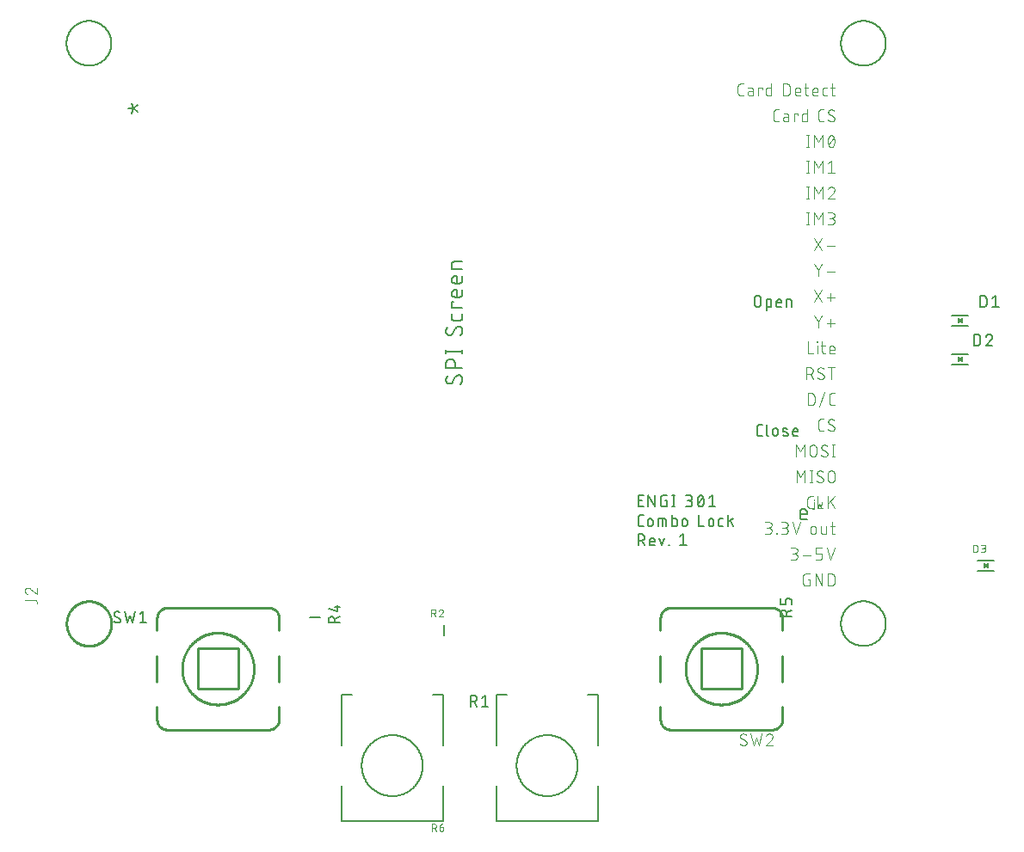
<source format=gbr>
G04 EAGLE Gerber RS-274X export*
G75*
%MOMM*%
%FSLAX34Y34*%
%LPD*%
%INSilkscreen Top*%
%IPPOS*%
%AMOC8*
5,1,8,0,0,1.08239X$1,22.5*%
G01*
%ADD10C,0.203200*%
%ADD11C,0.152400*%
%ADD12C,0.101600*%
%ADD13C,0.127000*%
%ADD14C,0.254000*%
%ADD15C,0.200000*%
%ADD16C,0.076200*%

G36*
X861605Y365676D02*
X861605Y365676D01*
X861705Y365675D01*
X861719Y365679D01*
X861731Y365679D01*
X861774Y365697D01*
X861884Y365733D01*
X865884Y367733D01*
X865919Y367759D01*
X865960Y367778D01*
X866009Y367826D01*
X866063Y367867D01*
X866088Y367904D01*
X866119Y367936D01*
X866148Y367998D01*
X866185Y368055D01*
X866195Y368099D01*
X866214Y368139D01*
X866219Y368208D01*
X866234Y368274D01*
X866228Y368319D01*
X866231Y368363D01*
X866212Y368429D01*
X866203Y368497D01*
X866182Y368536D01*
X866170Y368579D01*
X866129Y368634D01*
X866097Y368694D01*
X866063Y368724D01*
X866037Y368760D01*
X865966Y368809D01*
X865928Y368843D01*
X865907Y368851D01*
X865884Y368867D01*
X861884Y370867D01*
X861788Y370895D01*
X861694Y370927D01*
X861681Y370927D01*
X861668Y370931D01*
X861569Y370924D01*
X861469Y370921D01*
X861458Y370916D01*
X861445Y370915D01*
X861354Y370874D01*
X861262Y370836D01*
X861252Y370828D01*
X861240Y370822D01*
X861169Y370752D01*
X861096Y370685D01*
X861090Y370674D01*
X861081Y370664D01*
X861039Y370574D01*
X860993Y370485D01*
X860991Y370471D01*
X860986Y370461D01*
X860983Y370414D01*
X860966Y370300D01*
X860966Y366300D01*
X860983Y366202D01*
X860997Y366103D01*
X861003Y366092D01*
X861005Y366079D01*
X861056Y365993D01*
X861103Y365906D01*
X861113Y365897D01*
X861120Y365886D01*
X861197Y365823D01*
X861272Y365757D01*
X861284Y365753D01*
X861294Y365745D01*
X861388Y365713D01*
X861481Y365677D01*
X861494Y365677D01*
X861506Y365673D01*
X861605Y365676D01*
G37*
G36*
X861605Y327576D02*
X861605Y327576D01*
X861705Y327575D01*
X861719Y327579D01*
X861731Y327579D01*
X861774Y327597D01*
X861884Y327633D01*
X865884Y329633D01*
X865919Y329659D01*
X865960Y329678D01*
X866009Y329726D01*
X866063Y329767D01*
X866088Y329804D01*
X866119Y329836D01*
X866148Y329898D01*
X866185Y329955D01*
X866195Y329999D01*
X866214Y330039D01*
X866219Y330108D01*
X866234Y330174D01*
X866228Y330219D01*
X866231Y330263D01*
X866212Y330329D01*
X866203Y330397D01*
X866182Y330436D01*
X866170Y330479D01*
X866129Y330534D01*
X866097Y330594D01*
X866063Y330624D01*
X866037Y330660D01*
X865966Y330709D01*
X865928Y330743D01*
X865907Y330751D01*
X865884Y330767D01*
X861884Y332767D01*
X861788Y332795D01*
X861694Y332827D01*
X861681Y332827D01*
X861668Y332831D01*
X861569Y332824D01*
X861469Y332821D01*
X861458Y332816D01*
X861445Y332815D01*
X861354Y332774D01*
X861262Y332736D01*
X861252Y332728D01*
X861240Y332722D01*
X861169Y332652D01*
X861096Y332585D01*
X861090Y332574D01*
X861081Y332564D01*
X861039Y332474D01*
X860993Y332385D01*
X860991Y332371D01*
X860986Y332361D01*
X860983Y332314D01*
X860966Y332200D01*
X860966Y328200D01*
X860983Y328102D01*
X860997Y328003D01*
X861003Y327992D01*
X861005Y327979D01*
X861056Y327893D01*
X861103Y327806D01*
X861113Y327797D01*
X861120Y327786D01*
X861197Y327723D01*
X861272Y327657D01*
X861284Y327653D01*
X861294Y327645D01*
X861388Y327613D01*
X861481Y327577D01*
X861494Y327577D01*
X861506Y327573D01*
X861605Y327576D01*
G37*
G36*
X887005Y124376D02*
X887005Y124376D01*
X887105Y124375D01*
X887119Y124379D01*
X887131Y124379D01*
X887174Y124397D01*
X887284Y124433D01*
X891284Y126433D01*
X891319Y126459D01*
X891360Y126478D01*
X891409Y126526D01*
X891463Y126567D01*
X891488Y126604D01*
X891519Y126636D01*
X891548Y126698D01*
X891585Y126755D01*
X891595Y126799D01*
X891614Y126839D01*
X891619Y126908D01*
X891634Y126974D01*
X891628Y127019D01*
X891631Y127063D01*
X891612Y127129D01*
X891603Y127197D01*
X891582Y127236D01*
X891570Y127279D01*
X891529Y127334D01*
X891497Y127394D01*
X891463Y127424D01*
X891437Y127460D01*
X891366Y127509D01*
X891328Y127543D01*
X891307Y127551D01*
X891284Y127567D01*
X887284Y129567D01*
X887188Y129595D01*
X887094Y129627D01*
X887081Y129627D01*
X887068Y129631D01*
X886969Y129624D01*
X886869Y129621D01*
X886858Y129616D01*
X886845Y129615D01*
X886754Y129574D01*
X886662Y129536D01*
X886652Y129528D01*
X886640Y129522D01*
X886569Y129452D01*
X886496Y129385D01*
X886490Y129374D01*
X886481Y129364D01*
X886439Y129274D01*
X886393Y129185D01*
X886391Y129171D01*
X886386Y129161D01*
X886383Y129114D01*
X886366Y129000D01*
X886366Y125000D01*
X886383Y124902D01*
X886397Y124803D01*
X886403Y124792D01*
X886405Y124779D01*
X886456Y124693D01*
X886503Y124606D01*
X886513Y124597D01*
X886520Y124586D01*
X886597Y124523D01*
X886672Y124457D01*
X886684Y124453D01*
X886694Y124445D01*
X886788Y124413D01*
X886881Y124377D01*
X886894Y124377D01*
X886906Y124373D01*
X887005Y124376D01*
G37*
D10*
X712865Y172466D02*
X708491Y172466D01*
X708390Y172468D01*
X708290Y172474D01*
X708190Y172483D01*
X708090Y172497D01*
X707991Y172514D01*
X707893Y172535D01*
X707795Y172560D01*
X707699Y172588D01*
X707604Y172621D01*
X707510Y172656D01*
X707417Y172696D01*
X707326Y172739D01*
X707237Y172785D01*
X707150Y172835D01*
X707064Y172888D01*
X706981Y172944D01*
X706900Y173003D01*
X706821Y173066D01*
X706745Y173131D01*
X706671Y173200D01*
X706600Y173271D01*
X706531Y173345D01*
X706466Y173421D01*
X706403Y173500D01*
X706344Y173581D01*
X706288Y173664D01*
X706235Y173750D01*
X706185Y173837D01*
X706139Y173926D01*
X706096Y174017D01*
X706056Y174110D01*
X706021Y174204D01*
X705988Y174299D01*
X705960Y174395D01*
X705935Y174493D01*
X705914Y174591D01*
X705897Y174690D01*
X705883Y174790D01*
X705874Y174890D01*
X705868Y174990D01*
X705866Y175091D01*
X705866Y179465D01*
X705868Y179583D01*
X705874Y179701D01*
X705884Y179819D01*
X705898Y179936D01*
X705916Y180053D01*
X705938Y180170D01*
X705963Y180285D01*
X705993Y180399D01*
X706027Y180513D01*
X706064Y180625D01*
X706105Y180736D01*
X706150Y180845D01*
X706198Y180953D01*
X706250Y181059D01*
X706306Y181164D01*
X706365Y181266D01*
X706427Y181366D01*
X706493Y181464D01*
X706562Y181560D01*
X706635Y181654D01*
X706710Y181745D01*
X706789Y181833D01*
X706870Y181919D01*
X706955Y182002D01*
X707042Y182082D01*
X707131Y182159D01*
X707224Y182233D01*
X707318Y182303D01*
X707415Y182371D01*
X707515Y182435D01*
X707616Y182496D01*
X707719Y182553D01*
X707825Y182607D01*
X707932Y182658D01*
X708040Y182704D01*
X708150Y182747D01*
X708262Y182786D01*
X708375Y182822D01*
X708489Y182853D01*
X708604Y182881D01*
X708719Y182905D01*
X708836Y182925D01*
X708953Y182941D01*
X709071Y182953D01*
X709189Y182961D01*
X709307Y182965D01*
X709425Y182965D01*
X709543Y182961D01*
X709661Y182953D01*
X709779Y182941D01*
X709896Y182925D01*
X710013Y182905D01*
X710128Y182881D01*
X710243Y182853D01*
X710357Y182822D01*
X710470Y182786D01*
X710582Y182747D01*
X710692Y182704D01*
X710800Y182658D01*
X710907Y182607D01*
X711013Y182553D01*
X711116Y182496D01*
X711217Y182435D01*
X711317Y182371D01*
X711414Y182303D01*
X711508Y182233D01*
X711601Y182159D01*
X711690Y182082D01*
X711777Y182002D01*
X711862Y181919D01*
X711943Y181833D01*
X712022Y181745D01*
X712097Y181654D01*
X712170Y181560D01*
X712239Y181464D01*
X712305Y181366D01*
X712367Y181266D01*
X712426Y181164D01*
X712482Y181059D01*
X712534Y180953D01*
X712582Y180845D01*
X712627Y180736D01*
X712668Y180625D01*
X712705Y180513D01*
X712739Y180399D01*
X712769Y180285D01*
X712794Y180170D01*
X712816Y180053D01*
X712834Y179936D01*
X712848Y179819D01*
X712858Y179701D01*
X712864Y179583D01*
X712866Y179465D01*
X712865Y179465D02*
X712865Y177715D01*
X705866Y177715D01*
D11*
X546862Y157988D02*
X546862Y146812D01*
X546862Y157988D02*
X549966Y157988D01*
X550077Y157986D01*
X550187Y157980D01*
X550298Y157970D01*
X550408Y157956D01*
X550517Y157939D01*
X550626Y157917D01*
X550734Y157892D01*
X550840Y157862D01*
X550946Y157829D01*
X551051Y157792D01*
X551154Y157752D01*
X551255Y157707D01*
X551355Y157660D01*
X551454Y157608D01*
X551550Y157553D01*
X551644Y157495D01*
X551736Y157434D01*
X551826Y157369D01*
X551914Y157301D01*
X551999Y157230D01*
X552081Y157156D01*
X552161Y157079D01*
X552238Y156999D01*
X552312Y156917D01*
X552383Y156832D01*
X552451Y156744D01*
X552516Y156654D01*
X552577Y156562D01*
X552635Y156468D01*
X552690Y156372D01*
X552742Y156273D01*
X552789Y156173D01*
X552834Y156072D01*
X552874Y155969D01*
X552911Y155864D01*
X552944Y155758D01*
X552974Y155652D01*
X552999Y155544D01*
X553021Y155435D01*
X553038Y155326D01*
X553052Y155216D01*
X553062Y155105D01*
X553068Y154995D01*
X553070Y154884D01*
X553068Y154773D01*
X553062Y154663D01*
X553052Y154552D01*
X553038Y154442D01*
X553021Y154333D01*
X552999Y154224D01*
X552974Y154116D01*
X552944Y154010D01*
X552911Y153904D01*
X552874Y153799D01*
X552834Y153696D01*
X552789Y153595D01*
X552742Y153495D01*
X552690Y153396D01*
X552635Y153300D01*
X552577Y153206D01*
X552516Y153114D01*
X552451Y153024D01*
X552383Y152936D01*
X552312Y152851D01*
X552238Y152769D01*
X552161Y152689D01*
X552081Y152612D01*
X551999Y152538D01*
X551914Y152467D01*
X551826Y152399D01*
X551736Y152334D01*
X551644Y152273D01*
X551550Y152215D01*
X551454Y152160D01*
X551355Y152108D01*
X551255Y152061D01*
X551154Y152016D01*
X551051Y151976D01*
X550946Y151939D01*
X550840Y151906D01*
X550734Y151876D01*
X550626Y151851D01*
X550517Y151829D01*
X550408Y151812D01*
X550298Y151798D01*
X550187Y151788D01*
X550077Y151782D01*
X549966Y151780D01*
X549966Y151779D02*
X546862Y151779D01*
X550587Y151779D02*
X553071Y146812D01*
X559922Y146812D02*
X563026Y146812D01*
X559922Y146812D02*
X559838Y146814D01*
X559755Y146819D01*
X559672Y146829D01*
X559589Y146842D01*
X559507Y146859D01*
X559426Y146879D01*
X559346Y146903D01*
X559267Y146931D01*
X559190Y146962D01*
X559114Y146996D01*
X559039Y147034D01*
X558966Y147076D01*
X558896Y147120D01*
X558827Y147168D01*
X558760Y147218D01*
X558696Y147272D01*
X558635Y147328D01*
X558575Y147388D01*
X558519Y147449D01*
X558465Y147513D01*
X558415Y147580D01*
X558367Y147649D01*
X558323Y147719D01*
X558281Y147792D01*
X558243Y147867D01*
X558209Y147943D01*
X558178Y148020D01*
X558150Y148099D01*
X558126Y148179D01*
X558106Y148260D01*
X558089Y148342D01*
X558076Y148425D01*
X558066Y148508D01*
X558061Y148591D01*
X558059Y148675D01*
X558059Y151779D01*
X558058Y151779D02*
X558060Y151878D01*
X558066Y151976D01*
X558076Y152075D01*
X558089Y152172D01*
X558107Y152270D01*
X558128Y152366D01*
X558154Y152462D01*
X558183Y152556D01*
X558215Y152649D01*
X558252Y152741D01*
X558292Y152831D01*
X558336Y152920D01*
X558383Y153007D01*
X558433Y153092D01*
X558487Y153174D01*
X558544Y153255D01*
X558604Y153333D01*
X558668Y153409D01*
X558734Y153482D01*
X558803Y153553D01*
X558875Y153621D01*
X558950Y153685D01*
X559027Y153747D01*
X559106Y153806D01*
X559188Y153861D01*
X559272Y153914D01*
X559357Y153962D01*
X559445Y154008D01*
X559535Y154050D01*
X559626Y154088D01*
X559718Y154122D01*
X559812Y154153D01*
X559907Y154180D01*
X560003Y154204D01*
X560100Y154223D01*
X560197Y154239D01*
X560295Y154251D01*
X560394Y154259D01*
X560493Y154263D01*
X560591Y154263D01*
X560690Y154259D01*
X560789Y154251D01*
X560887Y154239D01*
X560984Y154223D01*
X561081Y154204D01*
X561177Y154180D01*
X561272Y154153D01*
X561366Y154122D01*
X561458Y154088D01*
X561549Y154050D01*
X561639Y154008D01*
X561727Y153962D01*
X561812Y153914D01*
X561896Y153861D01*
X561978Y153806D01*
X562057Y153747D01*
X562134Y153685D01*
X562209Y153621D01*
X562281Y153553D01*
X562350Y153482D01*
X562416Y153409D01*
X562480Y153333D01*
X562540Y153255D01*
X562597Y153174D01*
X562651Y153092D01*
X562701Y153007D01*
X562748Y152920D01*
X562792Y152831D01*
X562832Y152741D01*
X562869Y152649D01*
X562901Y152556D01*
X562930Y152462D01*
X562956Y152366D01*
X562977Y152270D01*
X562995Y152172D01*
X563008Y152075D01*
X563018Y151976D01*
X563024Y151878D01*
X563026Y151779D01*
X563026Y150537D01*
X558059Y150537D01*
X567584Y154263D02*
X570067Y146812D01*
X572551Y154263D01*
X576615Y147433D02*
X576615Y146812D01*
X576615Y147433D02*
X577236Y147433D01*
X577236Y146812D01*
X576615Y146812D01*
X587918Y155504D02*
X591022Y157988D01*
X591022Y146812D01*
X587918Y146812D02*
X594127Y146812D01*
X551829Y184912D02*
X546862Y184912D01*
X546862Y196088D01*
X551829Y196088D01*
X550587Y191121D02*
X546862Y191121D01*
X556740Y196088D02*
X556740Y184912D01*
X562949Y184912D02*
X556740Y196088D01*
X562949Y196088D02*
X562949Y184912D01*
X573278Y191121D02*
X575141Y191121D01*
X575141Y184912D01*
X571415Y184912D01*
X571317Y184914D01*
X571220Y184920D01*
X571123Y184929D01*
X571026Y184943D01*
X570930Y184960D01*
X570835Y184981D01*
X570741Y185005D01*
X570647Y185034D01*
X570555Y185066D01*
X570464Y185101D01*
X570375Y185140D01*
X570287Y185183D01*
X570201Y185229D01*
X570117Y185278D01*
X570035Y185331D01*
X569955Y185386D01*
X569877Y185445D01*
X569802Y185507D01*
X569729Y185572D01*
X569659Y185640D01*
X569591Y185710D01*
X569526Y185783D01*
X569464Y185858D01*
X569405Y185936D01*
X569350Y186016D01*
X569297Y186098D01*
X569248Y186182D01*
X569202Y186268D01*
X569159Y186356D01*
X569120Y186445D01*
X569085Y186536D01*
X569053Y186628D01*
X569024Y186722D01*
X569000Y186816D01*
X568979Y186911D01*
X568962Y187007D01*
X568948Y187104D01*
X568939Y187201D01*
X568933Y187298D01*
X568931Y187396D01*
X568932Y187396D02*
X568932Y193604D01*
X568931Y193604D02*
X568933Y193702D01*
X568939Y193799D01*
X568948Y193896D01*
X568962Y193993D01*
X568979Y194089D01*
X569000Y194184D01*
X569024Y194278D01*
X569053Y194372D01*
X569085Y194464D01*
X569120Y194555D01*
X569159Y194644D01*
X569202Y194732D01*
X569248Y194818D01*
X569297Y194902D01*
X569350Y194984D01*
X569405Y195064D01*
X569464Y195142D01*
X569526Y195217D01*
X569591Y195290D01*
X569659Y195360D01*
X569729Y195428D01*
X569802Y195493D01*
X569877Y195555D01*
X569955Y195614D01*
X570035Y195669D01*
X570117Y195722D01*
X570201Y195771D01*
X570287Y195817D01*
X570375Y195860D01*
X570464Y195899D01*
X570555Y195934D01*
X570647Y195966D01*
X570741Y195995D01*
X570835Y196019D01*
X570930Y196040D01*
X571026Y196057D01*
X571123Y196071D01*
X571220Y196080D01*
X571317Y196086D01*
X571415Y196088D01*
X575141Y196088D01*
X581561Y196088D02*
X581561Y184912D01*
X580319Y184912D02*
X582803Y184912D01*
X582803Y196088D02*
X580319Y196088D01*
X593697Y184912D02*
X596801Y184912D01*
X596912Y184914D01*
X597022Y184920D01*
X597133Y184930D01*
X597243Y184944D01*
X597352Y184961D01*
X597461Y184983D01*
X597569Y185008D01*
X597675Y185038D01*
X597781Y185071D01*
X597886Y185108D01*
X597989Y185148D01*
X598090Y185193D01*
X598190Y185240D01*
X598289Y185292D01*
X598385Y185347D01*
X598479Y185405D01*
X598571Y185466D01*
X598661Y185531D01*
X598749Y185599D01*
X598834Y185670D01*
X598916Y185744D01*
X598996Y185821D01*
X599073Y185901D01*
X599147Y185983D01*
X599218Y186068D01*
X599286Y186156D01*
X599351Y186246D01*
X599412Y186338D01*
X599470Y186432D01*
X599525Y186528D01*
X599577Y186627D01*
X599624Y186727D01*
X599669Y186828D01*
X599709Y186931D01*
X599746Y187036D01*
X599779Y187142D01*
X599809Y187248D01*
X599834Y187356D01*
X599856Y187465D01*
X599873Y187574D01*
X599887Y187684D01*
X599897Y187795D01*
X599903Y187905D01*
X599905Y188016D01*
X599903Y188127D01*
X599897Y188237D01*
X599887Y188348D01*
X599873Y188458D01*
X599856Y188567D01*
X599834Y188676D01*
X599809Y188784D01*
X599779Y188890D01*
X599746Y188996D01*
X599709Y189101D01*
X599669Y189204D01*
X599624Y189305D01*
X599577Y189405D01*
X599525Y189504D01*
X599470Y189600D01*
X599412Y189694D01*
X599351Y189786D01*
X599286Y189876D01*
X599218Y189964D01*
X599147Y190049D01*
X599073Y190131D01*
X598996Y190211D01*
X598916Y190288D01*
X598834Y190362D01*
X598749Y190433D01*
X598661Y190501D01*
X598571Y190566D01*
X598479Y190627D01*
X598385Y190685D01*
X598289Y190740D01*
X598190Y190792D01*
X598090Y190839D01*
X597989Y190884D01*
X597886Y190924D01*
X597781Y190961D01*
X597675Y190994D01*
X597569Y191024D01*
X597461Y191049D01*
X597352Y191071D01*
X597243Y191088D01*
X597133Y191102D01*
X597022Y191112D01*
X596912Y191118D01*
X596801Y191120D01*
X597422Y196088D02*
X593697Y196088D01*
X597422Y196088D02*
X597521Y196086D01*
X597619Y196080D01*
X597718Y196070D01*
X597815Y196057D01*
X597913Y196039D01*
X598009Y196018D01*
X598105Y195992D01*
X598199Y195963D01*
X598292Y195931D01*
X598384Y195894D01*
X598474Y195854D01*
X598563Y195810D01*
X598650Y195763D01*
X598735Y195713D01*
X598817Y195659D01*
X598898Y195602D01*
X598976Y195542D01*
X599052Y195478D01*
X599125Y195412D01*
X599196Y195343D01*
X599264Y195271D01*
X599328Y195196D01*
X599390Y195119D01*
X599449Y195040D01*
X599504Y194958D01*
X599557Y194874D01*
X599605Y194789D01*
X599651Y194701D01*
X599693Y194611D01*
X599731Y194520D01*
X599765Y194428D01*
X599796Y194334D01*
X599823Y194239D01*
X599847Y194143D01*
X599866Y194046D01*
X599882Y193949D01*
X599894Y193851D01*
X599902Y193752D01*
X599906Y193653D01*
X599906Y193555D01*
X599902Y193456D01*
X599894Y193357D01*
X599882Y193259D01*
X599866Y193162D01*
X599847Y193065D01*
X599823Y192969D01*
X599796Y192874D01*
X599765Y192780D01*
X599731Y192688D01*
X599693Y192597D01*
X599651Y192507D01*
X599605Y192419D01*
X599557Y192334D01*
X599504Y192250D01*
X599449Y192168D01*
X599390Y192089D01*
X599328Y192012D01*
X599264Y191937D01*
X599196Y191865D01*
X599125Y191796D01*
X599052Y191730D01*
X598976Y191666D01*
X598898Y191606D01*
X598817Y191549D01*
X598735Y191495D01*
X598650Y191445D01*
X598563Y191398D01*
X598474Y191354D01*
X598384Y191314D01*
X598292Y191277D01*
X598199Y191245D01*
X598105Y191216D01*
X598009Y191190D01*
X597913Y191169D01*
X597815Y191151D01*
X597718Y191138D01*
X597619Y191128D01*
X597521Y191122D01*
X597422Y191120D01*
X597422Y191121D02*
X594938Y191121D01*
X605127Y190500D02*
X605130Y190720D01*
X605137Y190940D01*
X605151Y191159D01*
X605169Y191378D01*
X605193Y191597D01*
X605221Y191815D01*
X605255Y192032D01*
X605294Y192248D01*
X605339Y192464D01*
X605388Y192678D01*
X605443Y192891D01*
X605502Y193103D01*
X605567Y193313D01*
X605637Y193521D01*
X605711Y193728D01*
X605791Y193933D01*
X605875Y194136D01*
X605964Y194337D01*
X606058Y194536D01*
X606091Y194625D01*
X606127Y194713D01*
X606167Y194799D01*
X606210Y194884D01*
X606257Y194966D01*
X606308Y195047D01*
X606361Y195125D01*
X606418Y195201D01*
X606478Y195275D01*
X606541Y195346D01*
X606606Y195415D01*
X606675Y195481D01*
X606746Y195543D01*
X606820Y195603D01*
X606896Y195660D01*
X606974Y195714D01*
X607055Y195764D01*
X607137Y195811D01*
X607222Y195854D01*
X607308Y195894D01*
X607396Y195931D01*
X607485Y195963D01*
X607575Y195992D01*
X607667Y196018D01*
X607759Y196039D01*
X607853Y196057D01*
X607947Y196070D01*
X608041Y196080D01*
X608136Y196086D01*
X608231Y196088D01*
X608326Y196086D01*
X608421Y196080D01*
X608515Y196070D01*
X608609Y196057D01*
X608703Y196039D01*
X608795Y196018D01*
X608887Y195992D01*
X608977Y195963D01*
X609066Y195931D01*
X609154Y195894D01*
X609240Y195854D01*
X609325Y195811D01*
X609407Y195764D01*
X609488Y195714D01*
X609566Y195660D01*
X609642Y195603D01*
X609716Y195543D01*
X609787Y195481D01*
X609856Y195415D01*
X609921Y195346D01*
X609984Y195275D01*
X610044Y195201D01*
X610101Y195125D01*
X610154Y195047D01*
X610205Y194966D01*
X610252Y194883D01*
X610295Y194799D01*
X610335Y194713D01*
X610371Y194625D01*
X610404Y194536D01*
X610405Y194536D02*
X610499Y194337D01*
X610588Y194136D01*
X610672Y193933D01*
X610752Y193728D01*
X610826Y193521D01*
X610896Y193313D01*
X610961Y193103D01*
X611020Y192891D01*
X611075Y192678D01*
X611124Y192464D01*
X611169Y192248D01*
X611208Y192032D01*
X611242Y191815D01*
X611270Y191597D01*
X611294Y191378D01*
X611312Y191159D01*
X611326Y190940D01*
X611333Y190720D01*
X611336Y190500D01*
X605127Y190500D02*
X605130Y190280D01*
X605137Y190060D01*
X605151Y189841D01*
X605169Y189622D01*
X605193Y189403D01*
X605221Y189185D01*
X605255Y188968D01*
X605294Y188752D01*
X605339Y188536D01*
X605388Y188322D01*
X605443Y188109D01*
X605502Y187898D01*
X605567Y187687D01*
X605637Y187479D01*
X605711Y187272D01*
X605791Y187067D01*
X605875Y186864D01*
X605964Y186663D01*
X606058Y186464D01*
X606091Y186375D01*
X606127Y186287D01*
X606167Y186201D01*
X606210Y186116D01*
X606257Y186034D01*
X606308Y185953D01*
X606361Y185875D01*
X606418Y185799D01*
X606478Y185725D01*
X606541Y185654D01*
X606606Y185585D01*
X606675Y185519D01*
X606746Y185457D01*
X606820Y185397D01*
X606896Y185340D01*
X606974Y185286D01*
X607055Y185236D01*
X607137Y185189D01*
X607222Y185146D01*
X607308Y185106D01*
X607396Y185069D01*
X607485Y185037D01*
X607575Y185008D01*
X607667Y184982D01*
X607759Y184961D01*
X607853Y184943D01*
X607947Y184930D01*
X608041Y184920D01*
X608136Y184914D01*
X608231Y184912D01*
X610405Y186464D02*
X610499Y186663D01*
X610588Y186864D01*
X610672Y187067D01*
X610752Y187272D01*
X610826Y187479D01*
X610896Y187687D01*
X610961Y187897D01*
X611020Y188109D01*
X611075Y188322D01*
X611124Y188536D01*
X611169Y188752D01*
X611208Y188968D01*
X611242Y189185D01*
X611270Y189403D01*
X611294Y189622D01*
X611312Y189841D01*
X611326Y190060D01*
X611333Y190280D01*
X611336Y190500D01*
X610404Y186464D02*
X610371Y186375D01*
X610335Y186287D01*
X610295Y186201D01*
X610252Y186116D01*
X610205Y186034D01*
X610154Y185953D01*
X610101Y185875D01*
X610044Y185799D01*
X609984Y185725D01*
X609921Y185654D01*
X609856Y185585D01*
X609787Y185519D01*
X609716Y185457D01*
X609642Y185397D01*
X609566Y185340D01*
X609488Y185286D01*
X609407Y185236D01*
X609325Y185189D01*
X609240Y185146D01*
X609154Y185106D01*
X609066Y185069D01*
X608977Y185037D01*
X608887Y185008D01*
X608795Y184982D01*
X608703Y184961D01*
X608609Y184943D01*
X608515Y184930D01*
X608421Y184920D01*
X608326Y184914D01*
X608231Y184912D01*
X605748Y187396D02*
X610715Y193604D01*
X616557Y193604D02*
X619661Y196088D01*
X619661Y184912D01*
X616557Y184912D02*
X622766Y184912D01*
X551829Y165862D02*
X549346Y165862D01*
X549248Y165864D01*
X549151Y165870D01*
X549054Y165879D01*
X548957Y165893D01*
X548861Y165910D01*
X548766Y165931D01*
X548672Y165955D01*
X548578Y165984D01*
X548486Y166016D01*
X548395Y166051D01*
X548306Y166090D01*
X548218Y166133D01*
X548132Y166179D01*
X548048Y166228D01*
X547966Y166281D01*
X547886Y166336D01*
X547808Y166395D01*
X547733Y166457D01*
X547660Y166522D01*
X547590Y166590D01*
X547522Y166660D01*
X547457Y166733D01*
X547395Y166808D01*
X547336Y166886D01*
X547281Y166966D01*
X547228Y167048D01*
X547179Y167132D01*
X547133Y167218D01*
X547090Y167306D01*
X547051Y167395D01*
X547016Y167486D01*
X546984Y167578D01*
X546955Y167672D01*
X546931Y167766D01*
X546910Y167861D01*
X546893Y167957D01*
X546879Y168054D01*
X546870Y168151D01*
X546864Y168248D01*
X546862Y168346D01*
X546862Y174554D01*
X546864Y174652D01*
X546870Y174749D01*
X546879Y174846D01*
X546893Y174943D01*
X546910Y175039D01*
X546931Y175134D01*
X546955Y175228D01*
X546984Y175322D01*
X547016Y175414D01*
X547051Y175505D01*
X547090Y175594D01*
X547133Y175682D01*
X547179Y175768D01*
X547228Y175852D01*
X547281Y175934D01*
X547336Y176014D01*
X547395Y176092D01*
X547457Y176167D01*
X547522Y176240D01*
X547590Y176310D01*
X547660Y176378D01*
X547733Y176443D01*
X547808Y176505D01*
X547886Y176564D01*
X547966Y176619D01*
X548048Y176672D01*
X548132Y176721D01*
X548218Y176767D01*
X548306Y176810D01*
X548395Y176849D01*
X548486Y176884D01*
X548578Y176916D01*
X548672Y176945D01*
X548766Y176969D01*
X548861Y176990D01*
X548957Y177007D01*
X549054Y177021D01*
X549151Y177030D01*
X549248Y177036D01*
X549346Y177038D01*
X551829Y177038D01*
X556287Y170829D02*
X556287Y168346D01*
X556287Y170829D02*
X556289Y170928D01*
X556295Y171026D01*
X556305Y171125D01*
X556318Y171222D01*
X556336Y171320D01*
X556357Y171416D01*
X556383Y171512D01*
X556412Y171606D01*
X556444Y171699D01*
X556481Y171791D01*
X556521Y171881D01*
X556565Y171970D01*
X556612Y172057D01*
X556662Y172142D01*
X556716Y172224D01*
X556773Y172305D01*
X556833Y172383D01*
X556897Y172459D01*
X556963Y172532D01*
X557032Y172603D01*
X557104Y172671D01*
X557179Y172735D01*
X557256Y172797D01*
X557335Y172856D01*
X557417Y172911D01*
X557501Y172964D01*
X557586Y173012D01*
X557674Y173058D01*
X557764Y173100D01*
X557855Y173138D01*
X557947Y173172D01*
X558041Y173203D01*
X558136Y173230D01*
X558232Y173254D01*
X558329Y173273D01*
X558426Y173289D01*
X558524Y173301D01*
X558623Y173309D01*
X558722Y173313D01*
X558820Y173313D01*
X558919Y173309D01*
X559018Y173301D01*
X559116Y173289D01*
X559213Y173273D01*
X559310Y173254D01*
X559406Y173230D01*
X559501Y173203D01*
X559595Y173172D01*
X559687Y173138D01*
X559778Y173100D01*
X559868Y173058D01*
X559956Y173012D01*
X560041Y172964D01*
X560125Y172911D01*
X560207Y172856D01*
X560286Y172797D01*
X560363Y172735D01*
X560438Y172671D01*
X560510Y172603D01*
X560579Y172532D01*
X560645Y172459D01*
X560709Y172383D01*
X560769Y172305D01*
X560826Y172224D01*
X560880Y172142D01*
X560930Y172057D01*
X560977Y171970D01*
X561021Y171881D01*
X561061Y171791D01*
X561098Y171699D01*
X561130Y171606D01*
X561159Y171512D01*
X561185Y171416D01*
X561206Y171320D01*
X561224Y171222D01*
X561237Y171125D01*
X561247Y171026D01*
X561253Y170928D01*
X561255Y170829D01*
X561254Y170829D02*
X561254Y168346D01*
X561255Y168346D02*
X561253Y168247D01*
X561247Y168149D01*
X561237Y168050D01*
X561224Y167953D01*
X561206Y167855D01*
X561185Y167759D01*
X561159Y167663D01*
X561130Y167569D01*
X561098Y167476D01*
X561061Y167384D01*
X561021Y167294D01*
X560977Y167205D01*
X560930Y167118D01*
X560880Y167033D01*
X560826Y166951D01*
X560769Y166870D01*
X560709Y166792D01*
X560645Y166716D01*
X560579Y166643D01*
X560510Y166572D01*
X560438Y166504D01*
X560363Y166440D01*
X560286Y166378D01*
X560207Y166319D01*
X560125Y166264D01*
X560041Y166211D01*
X559956Y166163D01*
X559868Y166117D01*
X559778Y166075D01*
X559687Y166037D01*
X559595Y166003D01*
X559501Y165972D01*
X559406Y165945D01*
X559310Y165921D01*
X559213Y165902D01*
X559116Y165886D01*
X559018Y165874D01*
X558919Y165866D01*
X558820Y165862D01*
X558722Y165862D01*
X558623Y165866D01*
X558524Y165874D01*
X558426Y165886D01*
X558329Y165902D01*
X558232Y165921D01*
X558136Y165945D01*
X558041Y165972D01*
X557947Y166003D01*
X557855Y166037D01*
X557764Y166075D01*
X557674Y166117D01*
X557586Y166163D01*
X557501Y166211D01*
X557417Y166264D01*
X557335Y166319D01*
X557256Y166378D01*
X557179Y166440D01*
X557104Y166504D01*
X557032Y166572D01*
X556963Y166643D01*
X556897Y166716D01*
X556833Y166792D01*
X556773Y166870D01*
X556716Y166951D01*
X556662Y167033D01*
X556612Y167118D01*
X556565Y167205D01*
X556521Y167294D01*
X556481Y167384D01*
X556444Y167476D01*
X556412Y167569D01*
X556383Y167663D01*
X556357Y167759D01*
X556336Y167855D01*
X556318Y167953D01*
X556305Y168050D01*
X556295Y168149D01*
X556289Y168247D01*
X556287Y168346D01*
X566857Y165862D02*
X566857Y173313D01*
X572445Y173313D01*
X572529Y173311D01*
X572612Y173306D01*
X572695Y173296D01*
X572778Y173283D01*
X572860Y173266D01*
X572941Y173246D01*
X573021Y173222D01*
X573100Y173194D01*
X573177Y173163D01*
X573253Y173129D01*
X573328Y173091D01*
X573401Y173049D01*
X573471Y173005D01*
X573540Y172957D01*
X573607Y172907D01*
X573671Y172853D01*
X573732Y172797D01*
X573792Y172737D01*
X573848Y172676D01*
X573902Y172612D01*
X573952Y172545D01*
X574000Y172476D01*
X574044Y172406D01*
X574086Y172333D01*
X574124Y172258D01*
X574158Y172182D01*
X574189Y172105D01*
X574217Y172026D01*
X574241Y171946D01*
X574261Y171865D01*
X574278Y171783D01*
X574291Y171700D01*
X574301Y171617D01*
X574306Y171534D01*
X574308Y171450D01*
X574307Y171450D02*
X574307Y165862D01*
X570582Y165862D02*
X570582Y173313D01*
X580364Y177038D02*
X580364Y165862D01*
X583468Y165862D01*
X583552Y165864D01*
X583635Y165870D01*
X583718Y165879D01*
X583801Y165892D01*
X583883Y165909D01*
X583964Y165929D01*
X584044Y165953D01*
X584123Y165981D01*
X584200Y166012D01*
X584276Y166046D01*
X584351Y166084D01*
X584424Y166126D01*
X584494Y166170D01*
X584563Y166218D01*
X584630Y166268D01*
X584694Y166322D01*
X584755Y166378D01*
X584815Y166438D01*
X584871Y166499D01*
X584925Y166563D01*
X584975Y166630D01*
X585023Y166699D01*
X585067Y166769D01*
X585109Y166842D01*
X585147Y166917D01*
X585181Y166993D01*
X585212Y167070D01*
X585240Y167149D01*
X585264Y167229D01*
X585284Y167310D01*
X585301Y167392D01*
X585314Y167475D01*
X585324Y167558D01*
X585329Y167641D01*
X585331Y167725D01*
X585331Y171450D01*
X585329Y171534D01*
X585324Y171617D01*
X585314Y171700D01*
X585301Y171783D01*
X585284Y171865D01*
X585264Y171946D01*
X585240Y172026D01*
X585212Y172105D01*
X585181Y172182D01*
X585147Y172258D01*
X585109Y172333D01*
X585067Y172406D01*
X585023Y172476D01*
X584975Y172545D01*
X584925Y172612D01*
X584871Y172676D01*
X584815Y172737D01*
X584755Y172797D01*
X584694Y172853D01*
X584630Y172907D01*
X584563Y172957D01*
X584494Y173005D01*
X584424Y173049D01*
X584351Y173091D01*
X584276Y173129D01*
X584200Y173163D01*
X584123Y173194D01*
X584044Y173222D01*
X583964Y173246D01*
X583883Y173266D01*
X583801Y173283D01*
X583718Y173296D01*
X583635Y173306D01*
X583552Y173311D01*
X583468Y173313D01*
X580364Y173313D01*
X590196Y170829D02*
X590196Y168346D01*
X590196Y170829D02*
X590198Y170928D01*
X590204Y171026D01*
X590214Y171125D01*
X590227Y171222D01*
X590245Y171320D01*
X590266Y171416D01*
X590292Y171512D01*
X590321Y171606D01*
X590353Y171699D01*
X590390Y171791D01*
X590430Y171881D01*
X590474Y171970D01*
X590521Y172057D01*
X590571Y172142D01*
X590625Y172224D01*
X590682Y172305D01*
X590742Y172383D01*
X590806Y172459D01*
X590872Y172532D01*
X590941Y172603D01*
X591013Y172671D01*
X591088Y172735D01*
X591165Y172797D01*
X591244Y172856D01*
X591326Y172911D01*
X591410Y172964D01*
X591495Y173012D01*
X591583Y173058D01*
X591673Y173100D01*
X591764Y173138D01*
X591856Y173172D01*
X591950Y173203D01*
X592045Y173230D01*
X592141Y173254D01*
X592238Y173273D01*
X592335Y173289D01*
X592433Y173301D01*
X592532Y173309D01*
X592631Y173313D01*
X592729Y173313D01*
X592828Y173309D01*
X592927Y173301D01*
X593025Y173289D01*
X593122Y173273D01*
X593219Y173254D01*
X593315Y173230D01*
X593410Y173203D01*
X593504Y173172D01*
X593596Y173138D01*
X593687Y173100D01*
X593777Y173058D01*
X593865Y173012D01*
X593950Y172964D01*
X594034Y172911D01*
X594116Y172856D01*
X594195Y172797D01*
X594272Y172735D01*
X594347Y172671D01*
X594419Y172603D01*
X594488Y172532D01*
X594554Y172459D01*
X594618Y172383D01*
X594678Y172305D01*
X594735Y172224D01*
X594789Y172142D01*
X594839Y172057D01*
X594886Y171970D01*
X594930Y171881D01*
X594970Y171791D01*
X595007Y171699D01*
X595039Y171606D01*
X595068Y171512D01*
X595094Y171416D01*
X595115Y171320D01*
X595133Y171222D01*
X595146Y171125D01*
X595156Y171026D01*
X595162Y170928D01*
X595164Y170829D01*
X595163Y170829D02*
X595163Y168346D01*
X595164Y168346D02*
X595162Y168247D01*
X595156Y168149D01*
X595146Y168050D01*
X595133Y167953D01*
X595115Y167855D01*
X595094Y167759D01*
X595068Y167663D01*
X595039Y167569D01*
X595007Y167476D01*
X594970Y167384D01*
X594930Y167294D01*
X594886Y167205D01*
X594839Y167118D01*
X594789Y167033D01*
X594735Y166951D01*
X594678Y166870D01*
X594618Y166792D01*
X594554Y166716D01*
X594488Y166643D01*
X594419Y166572D01*
X594347Y166504D01*
X594272Y166440D01*
X594195Y166378D01*
X594116Y166319D01*
X594034Y166264D01*
X593950Y166211D01*
X593865Y166163D01*
X593777Y166117D01*
X593687Y166075D01*
X593596Y166037D01*
X593504Y166003D01*
X593410Y165972D01*
X593315Y165945D01*
X593219Y165921D01*
X593122Y165902D01*
X593025Y165886D01*
X592927Y165874D01*
X592828Y165866D01*
X592729Y165862D01*
X592631Y165862D01*
X592532Y165866D01*
X592433Y165874D01*
X592335Y165886D01*
X592238Y165902D01*
X592141Y165921D01*
X592045Y165945D01*
X591950Y165972D01*
X591856Y166003D01*
X591764Y166037D01*
X591673Y166075D01*
X591583Y166117D01*
X591495Y166163D01*
X591410Y166211D01*
X591326Y166264D01*
X591244Y166319D01*
X591165Y166378D01*
X591088Y166440D01*
X591013Y166504D01*
X590941Y166572D01*
X590872Y166643D01*
X590806Y166716D01*
X590742Y166792D01*
X590682Y166870D01*
X590625Y166951D01*
X590571Y167033D01*
X590521Y167118D01*
X590474Y167205D01*
X590430Y167294D01*
X590390Y167384D01*
X590353Y167476D01*
X590321Y167569D01*
X590292Y167663D01*
X590266Y167759D01*
X590245Y167855D01*
X590227Y167953D01*
X590214Y168050D01*
X590204Y168149D01*
X590198Y168247D01*
X590196Y168346D01*
X606749Y165862D02*
X606749Y177038D01*
X606749Y165862D02*
X611716Y165862D01*
X616104Y168346D02*
X616104Y170829D01*
X616106Y170928D01*
X616112Y171026D01*
X616122Y171125D01*
X616135Y171222D01*
X616153Y171320D01*
X616174Y171416D01*
X616200Y171512D01*
X616229Y171606D01*
X616261Y171699D01*
X616298Y171791D01*
X616338Y171881D01*
X616382Y171970D01*
X616429Y172057D01*
X616479Y172142D01*
X616533Y172224D01*
X616590Y172305D01*
X616650Y172383D01*
X616714Y172459D01*
X616780Y172532D01*
X616849Y172603D01*
X616921Y172671D01*
X616996Y172735D01*
X617073Y172797D01*
X617152Y172856D01*
X617234Y172911D01*
X617318Y172964D01*
X617403Y173012D01*
X617491Y173058D01*
X617581Y173100D01*
X617672Y173138D01*
X617764Y173172D01*
X617858Y173203D01*
X617953Y173230D01*
X618049Y173254D01*
X618146Y173273D01*
X618243Y173289D01*
X618341Y173301D01*
X618440Y173309D01*
X618539Y173313D01*
X618637Y173313D01*
X618736Y173309D01*
X618835Y173301D01*
X618933Y173289D01*
X619030Y173273D01*
X619127Y173254D01*
X619223Y173230D01*
X619318Y173203D01*
X619412Y173172D01*
X619504Y173138D01*
X619595Y173100D01*
X619685Y173058D01*
X619773Y173012D01*
X619858Y172964D01*
X619942Y172911D01*
X620024Y172856D01*
X620103Y172797D01*
X620180Y172735D01*
X620255Y172671D01*
X620327Y172603D01*
X620396Y172532D01*
X620462Y172459D01*
X620526Y172383D01*
X620586Y172305D01*
X620643Y172224D01*
X620697Y172142D01*
X620747Y172057D01*
X620794Y171970D01*
X620838Y171881D01*
X620878Y171791D01*
X620915Y171699D01*
X620947Y171606D01*
X620976Y171512D01*
X621002Y171416D01*
X621023Y171320D01*
X621041Y171222D01*
X621054Y171125D01*
X621064Y171026D01*
X621070Y170928D01*
X621072Y170829D01*
X621071Y170829D02*
X621071Y168346D01*
X621072Y168346D02*
X621070Y168247D01*
X621064Y168149D01*
X621054Y168050D01*
X621041Y167953D01*
X621023Y167855D01*
X621002Y167759D01*
X620976Y167663D01*
X620947Y167569D01*
X620915Y167476D01*
X620878Y167384D01*
X620838Y167294D01*
X620794Y167205D01*
X620747Y167118D01*
X620697Y167033D01*
X620643Y166951D01*
X620586Y166870D01*
X620526Y166792D01*
X620462Y166716D01*
X620396Y166643D01*
X620327Y166572D01*
X620255Y166504D01*
X620180Y166440D01*
X620103Y166378D01*
X620024Y166319D01*
X619942Y166264D01*
X619858Y166211D01*
X619773Y166163D01*
X619685Y166117D01*
X619595Y166075D01*
X619504Y166037D01*
X619412Y166003D01*
X619318Y165972D01*
X619223Y165945D01*
X619127Y165921D01*
X619030Y165902D01*
X618933Y165886D01*
X618835Y165874D01*
X618736Y165866D01*
X618637Y165862D01*
X618539Y165862D01*
X618440Y165866D01*
X618341Y165874D01*
X618243Y165886D01*
X618146Y165902D01*
X618049Y165921D01*
X617953Y165945D01*
X617858Y165972D01*
X617764Y166003D01*
X617672Y166037D01*
X617581Y166075D01*
X617491Y166117D01*
X617403Y166163D01*
X617318Y166211D01*
X617234Y166264D01*
X617152Y166319D01*
X617073Y166378D01*
X616996Y166440D01*
X616921Y166504D01*
X616849Y166572D01*
X616780Y166643D01*
X616714Y166716D01*
X616650Y166792D01*
X616590Y166870D01*
X616533Y166951D01*
X616479Y167033D01*
X616429Y167118D01*
X616382Y167205D01*
X616338Y167294D01*
X616298Y167384D01*
X616261Y167476D01*
X616229Y167569D01*
X616200Y167663D01*
X616174Y167759D01*
X616153Y167855D01*
X616135Y167953D01*
X616122Y168050D01*
X616112Y168149D01*
X616106Y168247D01*
X616104Y168346D01*
X627889Y165862D02*
X630373Y165862D01*
X627889Y165862D02*
X627805Y165864D01*
X627722Y165869D01*
X627639Y165879D01*
X627556Y165892D01*
X627474Y165909D01*
X627393Y165929D01*
X627313Y165953D01*
X627234Y165981D01*
X627157Y166012D01*
X627081Y166046D01*
X627006Y166084D01*
X626933Y166126D01*
X626863Y166170D01*
X626794Y166218D01*
X626727Y166268D01*
X626663Y166322D01*
X626602Y166378D01*
X626542Y166438D01*
X626486Y166499D01*
X626432Y166563D01*
X626382Y166630D01*
X626334Y166699D01*
X626290Y166769D01*
X626248Y166842D01*
X626210Y166917D01*
X626176Y166993D01*
X626145Y167070D01*
X626117Y167149D01*
X626093Y167229D01*
X626073Y167310D01*
X626056Y167392D01*
X626043Y167475D01*
X626033Y167558D01*
X626028Y167641D01*
X626026Y167725D01*
X626027Y167725D02*
X626027Y171450D01*
X626026Y171450D02*
X626028Y171534D01*
X626034Y171617D01*
X626043Y171700D01*
X626056Y171783D01*
X626073Y171865D01*
X626093Y171946D01*
X626117Y172026D01*
X626145Y172105D01*
X626176Y172182D01*
X626210Y172258D01*
X626248Y172333D01*
X626290Y172406D01*
X626334Y172476D01*
X626382Y172545D01*
X626432Y172612D01*
X626486Y172676D01*
X626542Y172737D01*
X626602Y172797D01*
X626663Y172853D01*
X626727Y172907D01*
X626794Y172957D01*
X626863Y173005D01*
X626933Y173049D01*
X627006Y173091D01*
X627081Y173129D01*
X627157Y173163D01*
X627234Y173194D01*
X627313Y173222D01*
X627393Y173246D01*
X627474Y173266D01*
X627556Y173283D01*
X627639Y173296D01*
X627722Y173306D01*
X627805Y173311D01*
X627889Y173313D01*
X630373Y173313D01*
X635323Y177038D02*
X635323Y165862D01*
X635323Y169587D02*
X640291Y173313D01*
X637497Y171140D02*
X640291Y165862D01*
D12*
X719638Y183473D02*
X719638Y189399D01*
X719638Y183473D02*
X719636Y183407D01*
X719631Y183340D01*
X719621Y183275D01*
X719608Y183209D01*
X719592Y183145D01*
X719572Y183082D01*
X719548Y183020D01*
X719521Y182959D01*
X719490Y182900D01*
X719456Y182843D01*
X719419Y182787D01*
X719379Y182734D01*
X719337Y182683D01*
X719291Y182635D01*
X719243Y182589D01*
X719192Y182547D01*
X719139Y182507D01*
X719083Y182470D01*
X719026Y182436D01*
X718967Y182405D01*
X718907Y182378D01*
X718844Y182355D01*
X718781Y182334D01*
X718717Y182318D01*
X718652Y182305D01*
X718586Y182295D01*
X718519Y182290D01*
X718453Y182288D01*
X718453Y182287D02*
X718058Y182287D01*
X719441Y191375D02*
X719441Y191770D01*
X719836Y191770D01*
X719836Y191375D01*
X719441Y191375D01*
X722794Y189399D02*
X723980Y184658D01*
X725165Y187819D01*
X726350Y184658D01*
X727536Y189399D01*
D11*
X668669Y254762D02*
X666186Y254762D01*
X666088Y254764D01*
X665991Y254770D01*
X665894Y254779D01*
X665797Y254793D01*
X665701Y254810D01*
X665606Y254831D01*
X665512Y254855D01*
X665418Y254884D01*
X665326Y254916D01*
X665235Y254951D01*
X665146Y254990D01*
X665058Y255033D01*
X664972Y255079D01*
X664888Y255128D01*
X664806Y255181D01*
X664726Y255236D01*
X664648Y255295D01*
X664573Y255357D01*
X664500Y255422D01*
X664430Y255490D01*
X664362Y255560D01*
X664297Y255633D01*
X664235Y255708D01*
X664176Y255786D01*
X664121Y255866D01*
X664068Y255948D01*
X664019Y256032D01*
X663973Y256118D01*
X663930Y256206D01*
X663891Y256295D01*
X663856Y256386D01*
X663824Y256478D01*
X663795Y256572D01*
X663771Y256666D01*
X663750Y256761D01*
X663733Y256857D01*
X663719Y256954D01*
X663710Y257051D01*
X663704Y257148D01*
X663702Y257246D01*
X663702Y263454D01*
X663704Y263552D01*
X663710Y263649D01*
X663719Y263746D01*
X663733Y263843D01*
X663750Y263939D01*
X663771Y264034D01*
X663795Y264128D01*
X663824Y264222D01*
X663856Y264314D01*
X663891Y264405D01*
X663930Y264494D01*
X663973Y264582D01*
X664019Y264668D01*
X664068Y264752D01*
X664121Y264834D01*
X664176Y264914D01*
X664235Y264992D01*
X664297Y265067D01*
X664362Y265140D01*
X664430Y265210D01*
X664500Y265278D01*
X664573Y265343D01*
X664648Y265405D01*
X664726Y265464D01*
X664806Y265519D01*
X664888Y265572D01*
X664972Y265621D01*
X665058Y265667D01*
X665146Y265710D01*
X665235Y265749D01*
X665326Y265784D01*
X665418Y265816D01*
X665512Y265845D01*
X665606Y265869D01*
X665701Y265890D01*
X665797Y265907D01*
X665894Y265921D01*
X665991Y265930D01*
X666088Y265936D01*
X666186Y265938D01*
X668669Y265938D01*
X673219Y265938D02*
X673219Y256625D01*
X673221Y256541D01*
X673226Y256458D01*
X673236Y256375D01*
X673249Y256292D01*
X673266Y256210D01*
X673286Y256129D01*
X673310Y256049D01*
X673338Y255970D01*
X673369Y255893D01*
X673403Y255817D01*
X673441Y255742D01*
X673483Y255669D01*
X673527Y255599D01*
X673575Y255530D01*
X673625Y255463D01*
X673679Y255399D01*
X673735Y255338D01*
X673795Y255278D01*
X673856Y255222D01*
X673920Y255168D01*
X673987Y255118D01*
X674056Y255070D01*
X674126Y255026D01*
X674199Y254984D01*
X674274Y254946D01*
X674350Y254912D01*
X674427Y254881D01*
X674506Y254853D01*
X674586Y254829D01*
X674667Y254809D01*
X674749Y254792D01*
X674832Y254779D01*
X674915Y254769D01*
X674998Y254764D01*
X675082Y254762D01*
X679223Y257246D02*
X679223Y259729D01*
X679225Y259828D01*
X679231Y259926D01*
X679241Y260025D01*
X679254Y260122D01*
X679272Y260220D01*
X679293Y260316D01*
X679319Y260412D01*
X679348Y260506D01*
X679380Y260599D01*
X679417Y260691D01*
X679457Y260781D01*
X679501Y260870D01*
X679548Y260957D01*
X679598Y261042D01*
X679652Y261124D01*
X679709Y261205D01*
X679769Y261283D01*
X679833Y261359D01*
X679899Y261432D01*
X679968Y261503D01*
X680040Y261571D01*
X680115Y261635D01*
X680192Y261697D01*
X680271Y261756D01*
X680353Y261811D01*
X680437Y261864D01*
X680522Y261912D01*
X680610Y261958D01*
X680700Y262000D01*
X680791Y262038D01*
X680883Y262072D01*
X680977Y262103D01*
X681072Y262130D01*
X681168Y262154D01*
X681265Y262173D01*
X681362Y262189D01*
X681460Y262201D01*
X681559Y262209D01*
X681658Y262213D01*
X681756Y262213D01*
X681855Y262209D01*
X681954Y262201D01*
X682052Y262189D01*
X682149Y262173D01*
X682246Y262154D01*
X682342Y262130D01*
X682437Y262103D01*
X682531Y262072D01*
X682623Y262038D01*
X682714Y262000D01*
X682804Y261958D01*
X682892Y261912D01*
X682977Y261864D01*
X683061Y261811D01*
X683143Y261756D01*
X683222Y261697D01*
X683299Y261635D01*
X683374Y261571D01*
X683446Y261503D01*
X683515Y261432D01*
X683581Y261359D01*
X683645Y261283D01*
X683705Y261205D01*
X683762Y261124D01*
X683816Y261042D01*
X683866Y260957D01*
X683913Y260870D01*
X683957Y260781D01*
X683997Y260691D01*
X684034Y260599D01*
X684066Y260506D01*
X684095Y260412D01*
X684121Y260316D01*
X684142Y260220D01*
X684160Y260122D01*
X684173Y260025D01*
X684183Y259926D01*
X684189Y259828D01*
X684191Y259729D01*
X684190Y259729D02*
X684190Y257246D01*
X684191Y257246D02*
X684189Y257147D01*
X684183Y257049D01*
X684173Y256950D01*
X684160Y256853D01*
X684142Y256755D01*
X684121Y256659D01*
X684095Y256563D01*
X684066Y256469D01*
X684034Y256376D01*
X683997Y256284D01*
X683957Y256194D01*
X683913Y256105D01*
X683866Y256018D01*
X683816Y255933D01*
X683762Y255851D01*
X683705Y255770D01*
X683645Y255692D01*
X683581Y255616D01*
X683515Y255543D01*
X683446Y255472D01*
X683374Y255404D01*
X683299Y255340D01*
X683222Y255278D01*
X683143Y255219D01*
X683061Y255164D01*
X682977Y255111D01*
X682892Y255063D01*
X682804Y255017D01*
X682714Y254975D01*
X682623Y254937D01*
X682531Y254903D01*
X682437Y254872D01*
X682342Y254845D01*
X682246Y254821D01*
X682149Y254802D01*
X682052Y254786D01*
X681954Y254774D01*
X681855Y254766D01*
X681756Y254762D01*
X681658Y254762D01*
X681559Y254766D01*
X681460Y254774D01*
X681362Y254786D01*
X681265Y254802D01*
X681168Y254821D01*
X681072Y254845D01*
X680977Y254872D01*
X680883Y254903D01*
X680791Y254937D01*
X680700Y254975D01*
X680610Y255017D01*
X680522Y255063D01*
X680437Y255111D01*
X680353Y255164D01*
X680271Y255219D01*
X680192Y255278D01*
X680115Y255340D01*
X680040Y255404D01*
X679968Y255472D01*
X679899Y255543D01*
X679833Y255616D01*
X679769Y255692D01*
X679709Y255770D01*
X679652Y255851D01*
X679598Y255933D01*
X679548Y256018D01*
X679501Y256105D01*
X679457Y256194D01*
X679417Y256284D01*
X679380Y256376D01*
X679348Y256469D01*
X679319Y256563D01*
X679293Y256659D01*
X679272Y256755D01*
X679254Y256853D01*
X679241Y256950D01*
X679231Y257049D01*
X679225Y257147D01*
X679223Y257246D01*
X690061Y259108D02*
X693165Y257866D01*
X690061Y259108D02*
X689989Y259139D01*
X689919Y259173D01*
X689850Y259211D01*
X689783Y259252D01*
X689718Y259296D01*
X689656Y259344D01*
X689596Y259394D01*
X689538Y259447D01*
X689483Y259503D01*
X689431Y259562D01*
X689382Y259623D01*
X689336Y259686D01*
X689293Y259751D01*
X689253Y259819D01*
X689216Y259888D01*
X689183Y259959D01*
X689154Y260032D01*
X689128Y260106D01*
X689105Y260181D01*
X689087Y260257D01*
X689072Y260334D01*
X689060Y260412D01*
X689053Y260490D01*
X689049Y260568D01*
X689050Y260646D01*
X689054Y260725D01*
X689061Y260803D01*
X689073Y260880D01*
X689088Y260957D01*
X689108Y261033D01*
X689130Y261108D01*
X689157Y261182D01*
X689187Y261254D01*
X689220Y261325D01*
X689257Y261394D01*
X689297Y261462D01*
X689341Y261527D01*
X689387Y261590D01*
X689437Y261651D01*
X689489Y261709D01*
X689544Y261765D01*
X689602Y261818D01*
X689663Y261868D01*
X689725Y261915D01*
X689790Y261958D01*
X689857Y261999D01*
X689926Y262037D01*
X689997Y262070D01*
X690069Y262101D01*
X690143Y262128D01*
X690217Y262151D01*
X690293Y262171D01*
X690370Y262187D01*
X690447Y262199D01*
X690525Y262207D01*
X690604Y262212D01*
X690682Y262213D01*
X690682Y262212D02*
X690851Y262208D01*
X691021Y262199D01*
X691190Y262187D01*
X691358Y262170D01*
X691527Y262149D01*
X691694Y262125D01*
X691861Y262096D01*
X692028Y262063D01*
X692193Y262026D01*
X692358Y261985D01*
X692521Y261941D01*
X692684Y261892D01*
X692845Y261840D01*
X693005Y261783D01*
X693163Y261723D01*
X693320Y261659D01*
X693476Y261591D01*
X693165Y257867D02*
X693237Y257836D01*
X693307Y257802D01*
X693376Y257764D01*
X693443Y257723D01*
X693508Y257679D01*
X693570Y257631D01*
X693630Y257581D01*
X693688Y257528D01*
X693743Y257472D01*
X693795Y257413D01*
X693844Y257352D01*
X693890Y257289D01*
X693933Y257224D01*
X693973Y257156D01*
X694010Y257087D01*
X694043Y257016D01*
X694072Y256943D01*
X694098Y256869D01*
X694121Y256794D01*
X694139Y256718D01*
X694154Y256641D01*
X694166Y256563D01*
X694173Y256485D01*
X694177Y256407D01*
X694176Y256329D01*
X694172Y256250D01*
X694165Y256172D01*
X694153Y256095D01*
X694138Y256018D01*
X694118Y255942D01*
X694096Y255867D01*
X694069Y255793D01*
X694039Y255721D01*
X694006Y255650D01*
X693969Y255581D01*
X693929Y255513D01*
X693885Y255448D01*
X693839Y255385D01*
X693789Y255324D01*
X693737Y255266D01*
X693682Y255210D01*
X693624Y255157D01*
X693563Y255107D01*
X693501Y255060D01*
X693436Y255017D01*
X693369Y254976D01*
X693300Y254938D01*
X693229Y254905D01*
X693157Y254874D01*
X693083Y254847D01*
X693009Y254824D01*
X692933Y254804D01*
X692856Y254788D01*
X692779Y254776D01*
X692701Y254768D01*
X692622Y254763D01*
X692544Y254762D01*
X692295Y254769D01*
X692047Y254781D01*
X691798Y254799D01*
X691550Y254823D01*
X691303Y254853D01*
X691057Y254889D01*
X690811Y254931D01*
X690567Y254978D01*
X690323Y255032D01*
X690081Y255090D01*
X689841Y255155D01*
X689602Y255225D01*
X689365Y255301D01*
X689130Y255383D01*
X700898Y254762D02*
X704002Y254762D01*
X700898Y254762D02*
X700814Y254764D01*
X700731Y254769D01*
X700648Y254779D01*
X700565Y254792D01*
X700483Y254809D01*
X700402Y254829D01*
X700322Y254853D01*
X700243Y254881D01*
X700166Y254912D01*
X700090Y254946D01*
X700015Y254984D01*
X699942Y255026D01*
X699872Y255070D01*
X699803Y255118D01*
X699736Y255168D01*
X699672Y255222D01*
X699611Y255278D01*
X699551Y255338D01*
X699495Y255399D01*
X699441Y255463D01*
X699391Y255530D01*
X699343Y255599D01*
X699299Y255669D01*
X699257Y255742D01*
X699219Y255817D01*
X699185Y255893D01*
X699154Y255970D01*
X699126Y256049D01*
X699102Y256129D01*
X699082Y256210D01*
X699065Y256292D01*
X699052Y256375D01*
X699042Y256458D01*
X699037Y256541D01*
X699035Y256625D01*
X699035Y259729D01*
X699037Y259828D01*
X699043Y259926D01*
X699053Y260025D01*
X699066Y260122D01*
X699084Y260220D01*
X699105Y260316D01*
X699131Y260412D01*
X699160Y260506D01*
X699192Y260599D01*
X699229Y260691D01*
X699269Y260781D01*
X699313Y260870D01*
X699360Y260957D01*
X699410Y261042D01*
X699464Y261124D01*
X699521Y261205D01*
X699581Y261283D01*
X699645Y261359D01*
X699711Y261432D01*
X699780Y261503D01*
X699852Y261571D01*
X699927Y261635D01*
X700004Y261697D01*
X700083Y261756D01*
X700165Y261811D01*
X700249Y261864D01*
X700334Y261912D01*
X700422Y261958D01*
X700512Y262000D01*
X700603Y262038D01*
X700695Y262072D01*
X700789Y262103D01*
X700884Y262130D01*
X700980Y262154D01*
X701077Y262173D01*
X701174Y262189D01*
X701272Y262201D01*
X701371Y262209D01*
X701470Y262213D01*
X701568Y262213D01*
X701667Y262209D01*
X701766Y262201D01*
X701864Y262189D01*
X701961Y262173D01*
X702058Y262154D01*
X702154Y262130D01*
X702249Y262103D01*
X702343Y262072D01*
X702435Y262038D01*
X702526Y262000D01*
X702616Y261958D01*
X702704Y261912D01*
X702789Y261864D01*
X702873Y261811D01*
X702955Y261756D01*
X703034Y261697D01*
X703111Y261635D01*
X703186Y261571D01*
X703258Y261503D01*
X703327Y261432D01*
X703393Y261359D01*
X703457Y261283D01*
X703517Y261205D01*
X703574Y261124D01*
X703628Y261042D01*
X703678Y260957D01*
X703725Y260870D01*
X703769Y260781D01*
X703809Y260691D01*
X703846Y260599D01*
X703878Y260506D01*
X703907Y260412D01*
X703933Y260316D01*
X703954Y260220D01*
X703972Y260122D01*
X703985Y260025D01*
X703995Y259926D01*
X704001Y259828D01*
X704003Y259729D01*
X704002Y259729D02*
X704002Y258487D01*
X699035Y258487D01*
X661162Y384866D02*
X661162Y389834D01*
X661164Y389945D01*
X661170Y390055D01*
X661180Y390166D01*
X661194Y390276D01*
X661211Y390385D01*
X661233Y390494D01*
X661258Y390602D01*
X661288Y390708D01*
X661321Y390814D01*
X661358Y390919D01*
X661398Y391022D01*
X661443Y391123D01*
X661490Y391223D01*
X661542Y391322D01*
X661597Y391418D01*
X661655Y391512D01*
X661716Y391604D01*
X661781Y391694D01*
X661849Y391782D01*
X661920Y391867D01*
X661994Y391949D01*
X662071Y392029D01*
X662151Y392106D01*
X662233Y392180D01*
X662318Y392251D01*
X662406Y392319D01*
X662496Y392384D01*
X662588Y392445D01*
X662682Y392503D01*
X662778Y392558D01*
X662877Y392610D01*
X662977Y392657D01*
X663078Y392702D01*
X663181Y392742D01*
X663286Y392779D01*
X663392Y392812D01*
X663498Y392842D01*
X663606Y392867D01*
X663715Y392889D01*
X663824Y392906D01*
X663934Y392920D01*
X664045Y392930D01*
X664155Y392936D01*
X664266Y392938D01*
X664377Y392936D01*
X664487Y392930D01*
X664598Y392920D01*
X664708Y392906D01*
X664817Y392889D01*
X664926Y392867D01*
X665034Y392842D01*
X665140Y392812D01*
X665246Y392779D01*
X665351Y392742D01*
X665454Y392702D01*
X665555Y392657D01*
X665655Y392610D01*
X665754Y392558D01*
X665850Y392503D01*
X665944Y392445D01*
X666036Y392384D01*
X666126Y392319D01*
X666214Y392251D01*
X666299Y392180D01*
X666381Y392106D01*
X666461Y392029D01*
X666538Y391949D01*
X666612Y391867D01*
X666683Y391782D01*
X666751Y391694D01*
X666816Y391604D01*
X666877Y391512D01*
X666935Y391418D01*
X666990Y391322D01*
X667042Y391223D01*
X667089Y391123D01*
X667134Y391022D01*
X667174Y390919D01*
X667211Y390814D01*
X667244Y390708D01*
X667274Y390602D01*
X667299Y390494D01*
X667321Y390385D01*
X667338Y390276D01*
X667352Y390166D01*
X667362Y390055D01*
X667368Y389945D01*
X667370Y389834D01*
X667371Y389834D02*
X667371Y384866D01*
X667370Y384866D02*
X667368Y384755D01*
X667362Y384645D01*
X667352Y384534D01*
X667338Y384424D01*
X667321Y384315D01*
X667299Y384206D01*
X667274Y384098D01*
X667244Y383992D01*
X667211Y383886D01*
X667174Y383781D01*
X667134Y383678D01*
X667089Y383577D01*
X667042Y383477D01*
X666990Y383378D01*
X666935Y383282D01*
X666877Y383188D01*
X666816Y383096D01*
X666751Y383006D01*
X666683Y382918D01*
X666612Y382833D01*
X666538Y382751D01*
X666461Y382671D01*
X666381Y382594D01*
X666299Y382520D01*
X666214Y382449D01*
X666126Y382381D01*
X666036Y382316D01*
X665944Y382255D01*
X665850Y382197D01*
X665754Y382142D01*
X665655Y382090D01*
X665555Y382043D01*
X665454Y381998D01*
X665351Y381958D01*
X665246Y381921D01*
X665140Y381888D01*
X665034Y381858D01*
X664926Y381833D01*
X664817Y381811D01*
X664708Y381794D01*
X664598Y381780D01*
X664487Y381770D01*
X664377Y381764D01*
X664266Y381762D01*
X664155Y381764D01*
X664045Y381770D01*
X663934Y381780D01*
X663824Y381794D01*
X663715Y381811D01*
X663606Y381833D01*
X663498Y381858D01*
X663392Y381888D01*
X663286Y381921D01*
X663181Y381958D01*
X663078Y381998D01*
X662977Y382043D01*
X662877Y382090D01*
X662778Y382142D01*
X662682Y382197D01*
X662588Y382255D01*
X662496Y382316D01*
X662406Y382381D01*
X662318Y382449D01*
X662233Y382520D01*
X662151Y382594D01*
X662071Y382671D01*
X661994Y382751D01*
X661920Y382833D01*
X661849Y382918D01*
X661781Y383006D01*
X661716Y383096D01*
X661655Y383188D01*
X661597Y383282D01*
X661542Y383378D01*
X661490Y383477D01*
X661443Y383577D01*
X661398Y383678D01*
X661358Y383781D01*
X661321Y383886D01*
X661288Y383992D01*
X661258Y384098D01*
X661233Y384206D01*
X661211Y384315D01*
X661194Y384424D01*
X661180Y384534D01*
X661170Y384645D01*
X661164Y384755D01*
X661162Y384866D01*
X672906Y389213D02*
X672906Y378037D01*
X672906Y389213D02*
X676010Y389213D01*
X676094Y389211D01*
X676177Y389206D01*
X676260Y389196D01*
X676343Y389183D01*
X676425Y389166D01*
X676506Y389146D01*
X676586Y389122D01*
X676665Y389094D01*
X676742Y389063D01*
X676818Y389029D01*
X676893Y388991D01*
X676966Y388949D01*
X677036Y388905D01*
X677105Y388857D01*
X677172Y388807D01*
X677236Y388753D01*
X677297Y388697D01*
X677357Y388637D01*
X677413Y388576D01*
X677467Y388512D01*
X677517Y388445D01*
X677565Y388376D01*
X677609Y388306D01*
X677651Y388233D01*
X677689Y388158D01*
X677723Y388082D01*
X677754Y388005D01*
X677782Y387926D01*
X677806Y387846D01*
X677826Y387765D01*
X677843Y387683D01*
X677856Y387600D01*
X677866Y387517D01*
X677871Y387434D01*
X677873Y387350D01*
X677873Y383625D01*
X677871Y383539D01*
X677865Y383453D01*
X677855Y383368D01*
X677841Y383283D01*
X677824Y383198D01*
X677802Y383115D01*
X677776Y383033D01*
X677747Y382952D01*
X677714Y382873D01*
X677678Y382795D01*
X677638Y382718D01*
X677594Y382644D01*
X677547Y382572D01*
X677497Y382502D01*
X677443Y382435D01*
X677387Y382370D01*
X677327Y382308D01*
X677265Y382248D01*
X677200Y382192D01*
X677133Y382138D01*
X677063Y382088D01*
X676991Y382041D01*
X676917Y381997D01*
X676840Y381957D01*
X676763Y381921D01*
X676683Y381888D01*
X676602Y381859D01*
X676520Y381833D01*
X676437Y381811D01*
X676352Y381794D01*
X676267Y381780D01*
X676182Y381770D01*
X676096Y381764D01*
X676010Y381762D01*
X672906Y381762D01*
X684601Y381762D02*
X687705Y381762D01*
X684601Y381762D02*
X684517Y381764D01*
X684434Y381769D01*
X684351Y381779D01*
X684268Y381792D01*
X684186Y381809D01*
X684105Y381829D01*
X684025Y381853D01*
X683946Y381881D01*
X683869Y381912D01*
X683793Y381946D01*
X683718Y381984D01*
X683645Y382026D01*
X683575Y382070D01*
X683506Y382118D01*
X683439Y382168D01*
X683375Y382222D01*
X683314Y382278D01*
X683254Y382338D01*
X683198Y382399D01*
X683144Y382463D01*
X683094Y382530D01*
X683046Y382599D01*
X683002Y382669D01*
X682960Y382742D01*
X682922Y382817D01*
X682888Y382893D01*
X682857Y382970D01*
X682829Y383049D01*
X682805Y383129D01*
X682785Y383210D01*
X682768Y383292D01*
X682755Y383375D01*
X682745Y383458D01*
X682740Y383541D01*
X682738Y383625D01*
X682738Y386729D01*
X682737Y386729D02*
X682739Y386828D01*
X682745Y386926D01*
X682755Y387025D01*
X682768Y387122D01*
X682786Y387220D01*
X682807Y387316D01*
X682833Y387412D01*
X682862Y387506D01*
X682894Y387599D01*
X682931Y387691D01*
X682971Y387781D01*
X683015Y387870D01*
X683062Y387957D01*
X683112Y388042D01*
X683166Y388124D01*
X683223Y388205D01*
X683283Y388283D01*
X683347Y388359D01*
X683413Y388432D01*
X683482Y388503D01*
X683554Y388571D01*
X683629Y388635D01*
X683706Y388697D01*
X683785Y388756D01*
X683867Y388811D01*
X683951Y388864D01*
X684036Y388912D01*
X684124Y388958D01*
X684214Y389000D01*
X684305Y389038D01*
X684397Y389072D01*
X684491Y389103D01*
X684586Y389130D01*
X684682Y389154D01*
X684779Y389173D01*
X684876Y389189D01*
X684974Y389201D01*
X685073Y389209D01*
X685172Y389213D01*
X685270Y389213D01*
X685369Y389209D01*
X685468Y389201D01*
X685566Y389189D01*
X685663Y389173D01*
X685760Y389154D01*
X685856Y389130D01*
X685951Y389103D01*
X686045Y389072D01*
X686137Y389038D01*
X686228Y389000D01*
X686318Y388958D01*
X686406Y388912D01*
X686491Y388864D01*
X686575Y388811D01*
X686657Y388756D01*
X686736Y388697D01*
X686813Y388635D01*
X686888Y388571D01*
X686960Y388503D01*
X687029Y388432D01*
X687095Y388359D01*
X687159Y388283D01*
X687219Y388205D01*
X687276Y388124D01*
X687330Y388042D01*
X687380Y387957D01*
X687427Y387870D01*
X687471Y387781D01*
X687511Y387691D01*
X687548Y387599D01*
X687580Y387506D01*
X687609Y387412D01*
X687635Y387316D01*
X687656Y387220D01*
X687674Y387122D01*
X687687Y387025D01*
X687697Y386926D01*
X687703Y386828D01*
X687705Y386729D01*
X687705Y385487D01*
X682738Y385487D01*
X693025Y381762D02*
X693025Y389213D01*
X696129Y389213D01*
X696213Y389211D01*
X696296Y389206D01*
X696379Y389196D01*
X696462Y389183D01*
X696544Y389166D01*
X696625Y389146D01*
X696705Y389122D01*
X696784Y389094D01*
X696861Y389063D01*
X696937Y389029D01*
X697012Y388991D01*
X697085Y388949D01*
X697155Y388905D01*
X697224Y388857D01*
X697291Y388807D01*
X697355Y388753D01*
X697416Y388697D01*
X697476Y388637D01*
X697532Y388576D01*
X697586Y388512D01*
X697636Y388445D01*
X697684Y388376D01*
X697728Y388306D01*
X697770Y388233D01*
X697808Y388158D01*
X697842Y388082D01*
X697873Y388005D01*
X697901Y387926D01*
X697925Y387846D01*
X697945Y387765D01*
X697962Y387683D01*
X697975Y387600D01*
X697985Y387517D01*
X697990Y387434D01*
X697992Y387350D01*
X697992Y381762D01*
D13*
X855600Y373300D02*
X871600Y373300D01*
X871600Y363300D02*
X855600Y363300D01*
X865600Y366300D02*
X865600Y370300D01*
D11*
X883412Y381762D02*
X883412Y392938D01*
X886516Y392938D01*
X886627Y392936D01*
X886737Y392930D01*
X886848Y392920D01*
X886958Y392906D01*
X887067Y392889D01*
X887176Y392867D01*
X887284Y392842D01*
X887390Y392812D01*
X887496Y392779D01*
X887601Y392742D01*
X887704Y392702D01*
X887805Y392657D01*
X887905Y392610D01*
X888004Y392558D01*
X888100Y392503D01*
X888194Y392445D01*
X888286Y392384D01*
X888376Y392319D01*
X888464Y392251D01*
X888549Y392180D01*
X888631Y392106D01*
X888711Y392029D01*
X888788Y391949D01*
X888862Y391867D01*
X888933Y391782D01*
X889001Y391694D01*
X889066Y391604D01*
X889127Y391512D01*
X889185Y391418D01*
X889240Y391322D01*
X889292Y391223D01*
X889339Y391123D01*
X889384Y391022D01*
X889424Y390919D01*
X889461Y390814D01*
X889494Y390708D01*
X889524Y390602D01*
X889549Y390494D01*
X889571Y390385D01*
X889588Y390276D01*
X889602Y390166D01*
X889612Y390055D01*
X889618Y389945D01*
X889620Y389834D01*
X889621Y389834D02*
X889621Y384866D01*
X889620Y384866D02*
X889618Y384755D01*
X889612Y384645D01*
X889602Y384534D01*
X889588Y384424D01*
X889571Y384315D01*
X889549Y384206D01*
X889524Y384098D01*
X889494Y383992D01*
X889461Y383886D01*
X889424Y383781D01*
X889384Y383678D01*
X889339Y383577D01*
X889292Y383477D01*
X889240Y383378D01*
X889185Y383282D01*
X889127Y383188D01*
X889066Y383096D01*
X889001Y383006D01*
X888933Y382918D01*
X888862Y382833D01*
X888788Y382751D01*
X888711Y382671D01*
X888631Y382594D01*
X888549Y382520D01*
X888464Y382449D01*
X888376Y382381D01*
X888286Y382316D01*
X888194Y382255D01*
X888100Y382197D01*
X888004Y382142D01*
X887905Y382090D01*
X887805Y382043D01*
X887704Y381998D01*
X887601Y381958D01*
X887496Y381921D01*
X887390Y381888D01*
X887284Y381858D01*
X887176Y381833D01*
X887067Y381811D01*
X886958Y381794D01*
X886848Y381780D01*
X886737Y381770D01*
X886627Y381764D01*
X886516Y381762D01*
X883412Y381762D01*
X895223Y390454D02*
X898327Y392938D01*
X898327Y381762D01*
X895223Y381762D02*
X901432Y381762D01*
D13*
X507200Y0D02*
X507200Y-50000D01*
X507200Y-90000D02*
X507200Y-125000D01*
X407200Y-125000D01*
X407200Y-90000D01*
X407200Y-50000D02*
X407200Y0D01*
X417200Y0D01*
X497200Y0D02*
X507200Y0D01*
X427200Y-70000D02*
X427209Y-69264D01*
X427236Y-68528D01*
X427281Y-67793D01*
X427344Y-67059D01*
X427426Y-66328D01*
X427525Y-65598D01*
X427642Y-64871D01*
X427776Y-64147D01*
X427929Y-63427D01*
X428099Y-62711D01*
X428287Y-61999D01*
X428492Y-61291D01*
X428714Y-60590D01*
X428954Y-59893D01*
X429210Y-59203D01*
X429484Y-58519D01*
X429774Y-57843D01*
X430080Y-57173D01*
X430403Y-56512D01*
X430742Y-55858D01*
X431097Y-55213D01*
X431468Y-54577D01*
X431854Y-53950D01*
X432256Y-53333D01*
X432672Y-52726D01*
X433104Y-52129D01*
X433550Y-51543D01*
X434010Y-50968D01*
X434484Y-50405D01*
X434971Y-49853D01*
X435473Y-49314D01*
X435987Y-48787D01*
X436514Y-48273D01*
X437053Y-47771D01*
X437605Y-47284D01*
X438168Y-46810D01*
X438743Y-46350D01*
X439329Y-45904D01*
X439926Y-45472D01*
X440533Y-45056D01*
X441150Y-44654D01*
X441777Y-44268D01*
X442413Y-43897D01*
X443058Y-43542D01*
X443712Y-43203D01*
X444373Y-42880D01*
X445043Y-42574D01*
X445719Y-42284D01*
X446403Y-42010D01*
X447093Y-41754D01*
X447790Y-41514D01*
X448491Y-41292D01*
X449199Y-41087D01*
X449911Y-40899D01*
X450627Y-40729D01*
X451347Y-40576D01*
X452071Y-40442D01*
X452798Y-40325D01*
X453528Y-40226D01*
X454259Y-40144D01*
X454993Y-40081D01*
X455728Y-40036D01*
X456464Y-40009D01*
X457200Y-40000D01*
X457936Y-40009D01*
X458672Y-40036D01*
X459407Y-40081D01*
X460141Y-40144D01*
X460872Y-40226D01*
X461602Y-40325D01*
X462329Y-40442D01*
X463053Y-40576D01*
X463773Y-40729D01*
X464489Y-40899D01*
X465201Y-41087D01*
X465909Y-41292D01*
X466610Y-41514D01*
X467307Y-41754D01*
X467997Y-42010D01*
X468681Y-42284D01*
X469357Y-42574D01*
X470027Y-42880D01*
X470688Y-43203D01*
X471342Y-43542D01*
X471987Y-43897D01*
X472623Y-44268D01*
X473250Y-44654D01*
X473867Y-45056D01*
X474474Y-45472D01*
X475071Y-45904D01*
X475657Y-46350D01*
X476232Y-46810D01*
X476795Y-47284D01*
X477347Y-47771D01*
X477886Y-48273D01*
X478413Y-48787D01*
X478927Y-49314D01*
X479429Y-49853D01*
X479916Y-50405D01*
X480390Y-50968D01*
X480850Y-51543D01*
X481296Y-52129D01*
X481728Y-52726D01*
X482144Y-53333D01*
X482546Y-53950D01*
X482932Y-54577D01*
X483303Y-55213D01*
X483658Y-55858D01*
X483997Y-56512D01*
X484320Y-57173D01*
X484626Y-57843D01*
X484916Y-58519D01*
X485190Y-59203D01*
X485446Y-59893D01*
X485686Y-60590D01*
X485908Y-61291D01*
X486113Y-61999D01*
X486301Y-62711D01*
X486471Y-63427D01*
X486624Y-64147D01*
X486758Y-64871D01*
X486875Y-65598D01*
X486974Y-66328D01*
X487056Y-67059D01*
X487119Y-67793D01*
X487164Y-68528D01*
X487191Y-69264D01*
X487200Y-70000D01*
X487191Y-70736D01*
X487164Y-71472D01*
X487119Y-72207D01*
X487056Y-72941D01*
X486974Y-73672D01*
X486875Y-74402D01*
X486758Y-75129D01*
X486624Y-75853D01*
X486471Y-76573D01*
X486301Y-77289D01*
X486113Y-78001D01*
X485908Y-78709D01*
X485686Y-79410D01*
X485446Y-80107D01*
X485190Y-80797D01*
X484916Y-81481D01*
X484626Y-82157D01*
X484320Y-82827D01*
X483997Y-83488D01*
X483658Y-84142D01*
X483303Y-84787D01*
X482932Y-85423D01*
X482546Y-86050D01*
X482144Y-86667D01*
X481728Y-87274D01*
X481296Y-87871D01*
X480850Y-88457D01*
X480390Y-89032D01*
X479916Y-89595D01*
X479429Y-90147D01*
X478927Y-90686D01*
X478413Y-91213D01*
X477886Y-91727D01*
X477347Y-92229D01*
X476795Y-92716D01*
X476232Y-93190D01*
X475657Y-93650D01*
X475071Y-94096D01*
X474474Y-94528D01*
X473867Y-94944D01*
X473250Y-95346D01*
X472623Y-95732D01*
X471987Y-96103D01*
X471342Y-96458D01*
X470688Y-96797D01*
X470027Y-97120D01*
X469357Y-97426D01*
X468681Y-97716D01*
X467997Y-97990D01*
X467307Y-98246D01*
X466610Y-98486D01*
X465909Y-98708D01*
X465201Y-98913D01*
X464489Y-99101D01*
X463773Y-99271D01*
X463053Y-99424D01*
X462329Y-99558D01*
X461602Y-99675D01*
X460872Y-99774D01*
X460141Y-99856D01*
X459407Y-99919D01*
X458672Y-99964D01*
X457936Y-99991D01*
X457200Y-100000D01*
X456464Y-99991D01*
X455728Y-99964D01*
X454993Y-99919D01*
X454259Y-99856D01*
X453528Y-99774D01*
X452798Y-99675D01*
X452071Y-99558D01*
X451347Y-99424D01*
X450627Y-99271D01*
X449911Y-99101D01*
X449199Y-98913D01*
X448491Y-98708D01*
X447790Y-98486D01*
X447093Y-98246D01*
X446403Y-97990D01*
X445719Y-97716D01*
X445043Y-97426D01*
X444373Y-97120D01*
X443712Y-96797D01*
X443058Y-96458D01*
X442413Y-96103D01*
X441777Y-95732D01*
X441150Y-95346D01*
X440533Y-94944D01*
X439926Y-94528D01*
X439329Y-94096D01*
X438743Y-93650D01*
X438168Y-93190D01*
X437605Y-92716D01*
X437053Y-92229D01*
X436514Y-91727D01*
X435987Y-91213D01*
X435473Y-90686D01*
X434971Y-90147D01*
X434484Y-89595D01*
X434010Y-89032D01*
X433550Y-88457D01*
X433104Y-87871D01*
X432672Y-87274D01*
X432256Y-86667D01*
X431854Y-86050D01*
X431468Y-85423D01*
X431097Y-84787D01*
X430742Y-84142D01*
X430403Y-83488D01*
X430080Y-82827D01*
X429774Y-82157D01*
X429484Y-81481D01*
X429210Y-80797D01*
X428954Y-80107D01*
X428714Y-79410D01*
X428492Y-78709D01*
X428287Y-78001D01*
X428099Y-77289D01*
X427929Y-76573D01*
X427776Y-75853D01*
X427642Y-75129D01*
X427525Y-74402D01*
X427426Y-73672D01*
X427344Y-72941D01*
X427281Y-72207D01*
X427236Y-71472D01*
X427209Y-70736D01*
X427200Y-70000D01*
D11*
X381741Y-11938D02*
X381741Y-762D01*
X384846Y-762D01*
X384957Y-764D01*
X385067Y-770D01*
X385178Y-780D01*
X385288Y-794D01*
X385397Y-811D01*
X385506Y-833D01*
X385614Y-858D01*
X385720Y-888D01*
X385826Y-921D01*
X385931Y-958D01*
X386034Y-998D01*
X386135Y-1043D01*
X386235Y-1090D01*
X386334Y-1142D01*
X386430Y-1197D01*
X386524Y-1255D01*
X386616Y-1316D01*
X386706Y-1381D01*
X386794Y-1449D01*
X386879Y-1520D01*
X386961Y-1594D01*
X387041Y-1671D01*
X387118Y-1751D01*
X387192Y-1833D01*
X387263Y-1918D01*
X387331Y-2006D01*
X387396Y-2096D01*
X387457Y-2188D01*
X387515Y-2282D01*
X387570Y-2378D01*
X387622Y-2477D01*
X387669Y-2577D01*
X387714Y-2678D01*
X387754Y-2781D01*
X387791Y-2886D01*
X387824Y-2992D01*
X387854Y-3098D01*
X387879Y-3206D01*
X387901Y-3315D01*
X387918Y-3424D01*
X387932Y-3534D01*
X387942Y-3645D01*
X387948Y-3755D01*
X387950Y-3866D01*
X387948Y-3977D01*
X387942Y-4087D01*
X387932Y-4198D01*
X387918Y-4308D01*
X387901Y-4417D01*
X387879Y-4526D01*
X387854Y-4634D01*
X387824Y-4740D01*
X387791Y-4846D01*
X387754Y-4951D01*
X387714Y-5054D01*
X387669Y-5155D01*
X387622Y-5255D01*
X387570Y-5354D01*
X387515Y-5450D01*
X387457Y-5544D01*
X387396Y-5636D01*
X387331Y-5726D01*
X387263Y-5814D01*
X387192Y-5899D01*
X387118Y-5981D01*
X387041Y-6061D01*
X386961Y-6138D01*
X386879Y-6212D01*
X386794Y-6283D01*
X386706Y-6351D01*
X386616Y-6416D01*
X386524Y-6477D01*
X386430Y-6535D01*
X386334Y-6590D01*
X386235Y-6642D01*
X386135Y-6689D01*
X386034Y-6734D01*
X385931Y-6774D01*
X385826Y-6811D01*
X385720Y-6844D01*
X385614Y-6874D01*
X385506Y-6899D01*
X385397Y-6921D01*
X385288Y-6938D01*
X385178Y-6952D01*
X385067Y-6962D01*
X384957Y-6968D01*
X384846Y-6970D01*
X384846Y-6971D02*
X381741Y-6971D01*
X385466Y-6971D02*
X387950Y-11938D01*
X393079Y-3246D02*
X396184Y-762D01*
X396184Y-11938D01*
X399288Y-11938D02*
X393079Y-11938D01*
D14*
X83350Y85400D02*
X83108Y85397D01*
X82867Y85388D01*
X82626Y85374D01*
X82385Y85353D01*
X82145Y85327D01*
X81905Y85295D01*
X81666Y85257D01*
X81429Y85214D01*
X81192Y85164D01*
X80957Y85109D01*
X80723Y85049D01*
X80491Y84982D01*
X80260Y84911D01*
X80031Y84833D01*
X79804Y84750D01*
X79579Y84662D01*
X79356Y84568D01*
X79136Y84469D01*
X78918Y84364D01*
X78703Y84255D01*
X78490Y84140D01*
X78280Y84020D01*
X78074Y83895D01*
X77870Y83765D01*
X77669Y83630D01*
X77472Y83490D01*
X77278Y83346D01*
X77088Y83197D01*
X76902Y83043D01*
X76719Y82885D01*
X76540Y82723D01*
X76365Y82556D01*
X76194Y82385D01*
X76027Y82210D01*
X75865Y82031D01*
X75707Y81848D01*
X75553Y81662D01*
X75404Y81472D01*
X75260Y81278D01*
X75120Y81081D01*
X74985Y80880D01*
X74855Y80676D01*
X74730Y80470D01*
X74610Y80260D01*
X74495Y80047D01*
X74386Y79832D01*
X74281Y79614D01*
X74182Y79394D01*
X74088Y79171D01*
X74000Y78946D01*
X73917Y78719D01*
X73839Y78490D01*
X73768Y78259D01*
X73701Y78027D01*
X73641Y77793D01*
X73586Y77558D01*
X73536Y77321D01*
X73493Y77084D01*
X73455Y76845D01*
X73423Y76605D01*
X73397Y76365D01*
X73376Y76124D01*
X73362Y75883D01*
X73353Y75642D01*
X73350Y75400D01*
X83350Y85400D02*
X183350Y85400D01*
X183592Y85397D01*
X183833Y85388D01*
X184074Y85374D01*
X184315Y85353D01*
X184555Y85327D01*
X184795Y85295D01*
X185034Y85257D01*
X185271Y85214D01*
X185508Y85164D01*
X185743Y85109D01*
X185977Y85049D01*
X186209Y84982D01*
X186440Y84911D01*
X186669Y84833D01*
X186896Y84750D01*
X187121Y84662D01*
X187344Y84568D01*
X187564Y84469D01*
X187782Y84364D01*
X187997Y84255D01*
X188210Y84140D01*
X188420Y84020D01*
X188626Y83895D01*
X188830Y83765D01*
X189031Y83630D01*
X189228Y83490D01*
X189422Y83346D01*
X189612Y83197D01*
X189798Y83043D01*
X189981Y82885D01*
X190160Y82723D01*
X190335Y82556D01*
X190506Y82385D01*
X190673Y82210D01*
X190835Y82031D01*
X190993Y81848D01*
X191147Y81662D01*
X191296Y81472D01*
X191440Y81278D01*
X191580Y81081D01*
X191715Y80880D01*
X191845Y80676D01*
X191970Y80470D01*
X192090Y80260D01*
X192205Y80047D01*
X192314Y79832D01*
X192419Y79614D01*
X192518Y79394D01*
X192612Y79171D01*
X192700Y78946D01*
X192783Y78719D01*
X192861Y78490D01*
X192932Y78259D01*
X192999Y78027D01*
X193059Y77793D01*
X193114Y77558D01*
X193164Y77321D01*
X193207Y77084D01*
X193245Y76845D01*
X193277Y76605D01*
X193303Y76365D01*
X193324Y76124D01*
X193338Y75883D01*
X193347Y75642D01*
X193350Y75400D01*
X193350Y-24600D02*
X193347Y-24842D01*
X193338Y-25083D01*
X193324Y-25324D01*
X193303Y-25565D01*
X193277Y-25805D01*
X193245Y-26045D01*
X193207Y-26284D01*
X193164Y-26521D01*
X193114Y-26758D01*
X193059Y-26993D01*
X192999Y-27227D01*
X192932Y-27459D01*
X192861Y-27690D01*
X192783Y-27919D01*
X192700Y-28146D01*
X192612Y-28371D01*
X192518Y-28594D01*
X192419Y-28814D01*
X192314Y-29032D01*
X192205Y-29247D01*
X192090Y-29460D01*
X191970Y-29670D01*
X191845Y-29876D01*
X191715Y-30080D01*
X191580Y-30281D01*
X191440Y-30478D01*
X191296Y-30672D01*
X191147Y-30862D01*
X190993Y-31048D01*
X190835Y-31231D01*
X190673Y-31410D01*
X190506Y-31585D01*
X190335Y-31756D01*
X190160Y-31923D01*
X189981Y-32085D01*
X189798Y-32243D01*
X189612Y-32397D01*
X189422Y-32546D01*
X189228Y-32690D01*
X189031Y-32830D01*
X188830Y-32965D01*
X188626Y-33095D01*
X188420Y-33220D01*
X188210Y-33340D01*
X187997Y-33455D01*
X187782Y-33564D01*
X187564Y-33669D01*
X187344Y-33768D01*
X187121Y-33862D01*
X186896Y-33950D01*
X186669Y-34033D01*
X186440Y-34111D01*
X186209Y-34182D01*
X185977Y-34249D01*
X185743Y-34309D01*
X185508Y-34364D01*
X185271Y-34414D01*
X185034Y-34457D01*
X184795Y-34495D01*
X184555Y-34527D01*
X184315Y-34553D01*
X184074Y-34574D01*
X183833Y-34588D01*
X183592Y-34597D01*
X183350Y-34600D01*
X83350Y-34600D01*
X83108Y-34597D01*
X82867Y-34588D01*
X82626Y-34574D01*
X82385Y-34553D01*
X82145Y-34527D01*
X81905Y-34495D01*
X81666Y-34457D01*
X81429Y-34414D01*
X81192Y-34364D01*
X80957Y-34309D01*
X80723Y-34249D01*
X80491Y-34182D01*
X80260Y-34111D01*
X80031Y-34033D01*
X79804Y-33950D01*
X79579Y-33862D01*
X79356Y-33768D01*
X79136Y-33669D01*
X78918Y-33564D01*
X78703Y-33455D01*
X78490Y-33340D01*
X78280Y-33220D01*
X78074Y-33095D01*
X77870Y-32965D01*
X77669Y-32830D01*
X77472Y-32690D01*
X77278Y-32546D01*
X77088Y-32397D01*
X76902Y-32243D01*
X76719Y-32085D01*
X76540Y-31923D01*
X76365Y-31756D01*
X76194Y-31585D01*
X76027Y-31410D01*
X75865Y-31231D01*
X75707Y-31048D01*
X75553Y-30862D01*
X75404Y-30672D01*
X75260Y-30478D01*
X75120Y-30281D01*
X74985Y-30080D01*
X74855Y-29876D01*
X74730Y-29670D01*
X74610Y-29460D01*
X74495Y-29247D01*
X74386Y-29032D01*
X74281Y-28814D01*
X74182Y-28594D01*
X74088Y-28371D01*
X74000Y-28146D01*
X73917Y-27919D01*
X73839Y-27690D01*
X73768Y-27459D01*
X73701Y-27227D01*
X73641Y-26993D01*
X73586Y-26758D01*
X73536Y-26521D01*
X73493Y-26284D01*
X73455Y-26045D01*
X73423Y-25805D01*
X73397Y-25565D01*
X73376Y-25324D01*
X73362Y-25083D01*
X73353Y-24842D01*
X73350Y-24600D01*
X97995Y25400D02*
X98006Y26268D01*
X98038Y27135D01*
X98091Y28001D01*
X98165Y28865D01*
X98261Y29728D01*
X98378Y30588D01*
X98516Y31444D01*
X98674Y32297D01*
X98854Y33146D01*
X99055Y33991D01*
X99276Y34830D01*
X99517Y35663D01*
X99779Y36490D01*
X100062Y37311D01*
X100364Y38124D01*
X100686Y38930D01*
X101028Y39727D01*
X101389Y40516D01*
X101770Y41296D01*
X102170Y42066D01*
X102588Y42826D01*
X103025Y43576D01*
X103480Y44315D01*
X103953Y45042D01*
X104444Y45758D01*
X104953Y46461D01*
X105478Y47152D01*
X106020Y47829D01*
X106579Y48493D01*
X107154Y49143D01*
X107744Y49779D01*
X108350Y50400D01*
X108971Y51006D01*
X109607Y51596D01*
X110257Y52171D01*
X110921Y52730D01*
X111598Y53272D01*
X112289Y53797D01*
X112992Y54306D01*
X113708Y54797D01*
X114435Y55270D01*
X115174Y55725D01*
X115924Y56162D01*
X116684Y56580D01*
X117454Y56980D01*
X118234Y57361D01*
X119023Y57722D01*
X119820Y58064D01*
X120626Y58386D01*
X121439Y58688D01*
X122260Y58971D01*
X123087Y59233D01*
X123920Y59474D01*
X124759Y59695D01*
X125604Y59896D01*
X126453Y60076D01*
X127306Y60234D01*
X128162Y60372D01*
X129022Y60489D01*
X129885Y60585D01*
X130749Y60659D01*
X131615Y60712D01*
X132482Y60744D01*
X133350Y60755D01*
X134218Y60744D01*
X135085Y60712D01*
X135951Y60659D01*
X136815Y60585D01*
X137678Y60489D01*
X138538Y60372D01*
X139394Y60234D01*
X140247Y60076D01*
X141096Y59896D01*
X141941Y59695D01*
X142780Y59474D01*
X143613Y59233D01*
X144440Y58971D01*
X145261Y58688D01*
X146074Y58386D01*
X146880Y58064D01*
X147677Y57722D01*
X148466Y57361D01*
X149246Y56980D01*
X150016Y56580D01*
X150776Y56162D01*
X151526Y55725D01*
X152265Y55270D01*
X152992Y54797D01*
X153708Y54306D01*
X154411Y53797D01*
X155102Y53272D01*
X155779Y52730D01*
X156443Y52171D01*
X157093Y51596D01*
X157729Y51006D01*
X158350Y50400D01*
X158956Y49779D01*
X159546Y49143D01*
X160121Y48493D01*
X160680Y47829D01*
X161222Y47152D01*
X161747Y46461D01*
X162256Y45758D01*
X162747Y45042D01*
X163220Y44315D01*
X163675Y43576D01*
X164112Y42826D01*
X164530Y42066D01*
X164930Y41296D01*
X165311Y40516D01*
X165672Y39727D01*
X166014Y38930D01*
X166336Y38124D01*
X166638Y37311D01*
X166921Y36490D01*
X167183Y35663D01*
X167424Y34830D01*
X167645Y33991D01*
X167846Y33146D01*
X168026Y32297D01*
X168184Y31444D01*
X168322Y30588D01*
X168439Y29728D01*
X168535Y28865D01*
X168609Y28001D01*
X168662Y27135D01*
X168694Y26268D01*
X168705Y25400D01*
X168694Y24532D01*
X168662Y23665D01*
X168609Y22799D01*
X168535Y21935D01*
X168439Y21072D01*
X168322Y20212D01*
X168184Y19356D01*
X168026Y18503D01*
X167846Y17654D01*
X167645Y16809D01*
X167424Y15970D01*
X167183Y15137D01*
X166921Y14310D01*
X166638Y13489D01*
X166336Y12676D01*
X166014Y11870D01*
X165672Y11073D01*
X165311Y10284D01*
X164930Y9504D01*
X164530Y8734D01*
X164112Y7974D01*
X163675Y7224D01*
X163220Y6485D01*
X162747Y5758D01*
X162256Y5042D01*
X161747Y4339D01*
X161222Y3648D01*
X160680Y2971D01*
X160121Y2307D01*
X159546Y1657D01*
X158956Y1021D01*
X158350Y400D01*
X157729Y-206D01*
X157093Y-796D01*
X156443Y-1371D01*
X155779Y-1930D01*
X155102Y-2472D01*
X154411Y-2997D01*
X153708Y-3506D01*
X152992Y-3997D01*
X152265Y-4470D01*
X151526Y-4925D01*
X150776Y-5362D01*
X150016Y-5780D01*
X149246Y-6180D01*
X148466Y-6561D01*
X147677Y-6922D01*
X146880Y-7264D01*
X146074Y-7586D01*
X145261Y-7888D01*
X144440Y-8171D01*
X143613Y-8433D01*
X142780Y-8674D01*
X141941Y-8895D01*
X141096Y-9096D01*
X140247Y-9276D01*
X139394Y-9434D01*
X138538Y-9572D01*
X137678Y-9689D01*
X136815Y-9785D01*
X135951Y-9859D01*
X135085Y-9912D01*
X134218Y-9944D01*
X133350Y-9955D01*
X132482Y-9944D01*
X131615Y-9912D01*
X130749Y-9859D01*
X129885Y-9785D01*
X129022Y-9689D01*
X128162Y-9572D01*
X127306Y-9434D01*
X126453Y-9276D01*
X125604Y-9096D01*
X124759Y-8895D01*
X123920Y-8674D01*
X123087Y-8433D01*
X122260Y-8171D01*
X121439Y-7888D01*
X120626Y-7586D01*
X119820Y-7264D01*
X119023Y-6922D01*
X118234Y-6561D01*
X117454Y-6180D01*
X116684Y-5780D01*
X115924Y-5362D01*
X115174Y-4925D01*
X114435Y-4470D01*
X113708Y-3997D01*
X112992Y-3506D01*
X112289Y-2997D01*
X111598Y-2472D01*
X110921Y-1930D01*
X110257Y-1371D01*
X109607Y-796D01*
X108971Y-206D01*
X108350Y400D01*
X107744Y1021D01*
X107154Y1657D01*
X106579Y2307D01*
X106020Y2971D01*
X105478Y3648D01*
X104953Y4339D01*
X104444Y5042D01*
X103953Y5758D01*
X103480Y6485D01*
X103025Y7224D01*
X102588Y7974D01*
X102170Y8734D01*
X101770Y9504D01*
X101389Y10284D01*
X101028Y11073D01*
X100686Y11870D01*
X100364Y12676D01*
X100062Y13489D01*
X99779Y14310D01*
X99517Y15137D01*
X99276Y15970D01*
X99055Y16809D01*
X98854Y17654D01*
X98674Y18503D01*
X98516Y19356D01*
X98378Y20212D01*
X98261Y21072D01*
X98165Y21935D01*
X98091Y22799D01*
X98038Y23665D01*
X98006Y24532D01*
X97995Y25400D01*
X113350Y5400D02*
X153350Y5400D01*
X113350Y5400D02*
X113350Y45400D01*
X153350Y45400D01*
X153350Y5400D01*
X193350Y-12100D02*
X193350Y-24600D01*
X193350Y12900D02*
X193350Y37900D01*
X193350Y62900D02*
X193350Y75400D01*
X73350Y-12100D02*
X73350Y-24600D01*
X73350Y12900D02*
X73350Y37900D01*
X73350Y62900D02*
X73350Y75400D01*
D11*
X37212Y73096D02*
X37210Y72998D01*
X37204Y72901D01*
X37195Y72804D01*
X37181Y72707D01*
X37164Y72611D01*
X37143Y72516D01*
X37119Y72422D01*
X37090Y72328D01*
X37058Y72236D01*
X37023Y72145D01*
X36984Y72056D01*
X36941Y71968D01*
X36895Y71882D01*
X36846Y71798D01*
X36793Y71716D01*
X36738Y71636D01*
X36679Y71558D01*
X36617Y71483D01*
X36552Y71410D01*
X36484Y71340D01*
X36414Y71272D01*
X36341Y71207D01*
X36266Y71145D01*
X36188Y71086D01*
X36108Y71031D01*
X36026Y70978D01*
X35942Y70929D01*
X35856Y70883D01*
X35768Y70840D01*
X35679Y70801D01*
X35588Y70766D01*
X35496Y70734D01*
X35402Y70705D01*
X35308Y70681D01*
X35213Y70660D01*
X35117Y70643D01*
X35020Y70629D01*
X34923Y70620D01*
X34825Y70614D01*
X34728Y70612D01*
X34585Y70614D01*
X34442Y70620D01*
X34300Y70629D01*
X34158Y70643D01*
X34016Y70661D01*
X33875Y70682D01*
X33734Y70707D01*
X33594Y70736D01*
X33455Y70769D01*
X33317Y70805D01*
X33180Y70846D01*
X33044Y70890D01*
X32909Y70937D01*
X32776Y70989D01*
X32644Y71044D01*
X32514Y71102D01*
X32385Y71164D01*
X32258Y71230D01*
X32133Y71299D01*
X32010Y71371D01*
X31889Y71447D01*
X31770Y71525D01*
X31653Y71608D01*
X31538Y71693D01*
X31426Y71781D01*
X31316Y71873D01*
X31209Y71967D01*
X31104Y72064D01*
X31002Y72164D01*
X31312Y79304D02*
X31314Y79402D01*
X31320Y79499D01*
X31329Y79596D01*
X31343Y79693D01*
X31360Y79789D01*
X31381Y79884D01*
X31405Y79978D01*
X31434Y80072D01*
X31466Y80164D01*
X31501Y80255D01*
X31540Y80344D01*
X31583Y80432D01*
X31629Y80518D01*
X31678Y80602D01*
X31731Y80684D01*
X31786Y80764D01*
X31845Y80842D01*
X31907Y80917D01*
X31972Y80990D01*
X32040Y81060D01*
X32110Y81128D01*
X32183Y81193D01*
X32258Y81255D01*
X32336Y81314D01*
X32416Y81369D01*
X32498Y81422D01*
X32582Y81471D01*
X32668Y81517D01*
X32756Y81560D01*
X32845Y81599D01*
X32936Y81634D01*
X33028Y81666D01*
X33122Y81695D01*
X33216Y81719D01*
X33311Y81740D01*
X33407Y81757D01*
X33504Y81771D01*
X33601Y81780D01*
X33698Y81786D01*
X33796Y81788D01*
X33926Y81786D01*
X34056Y81781D01*
X34186Y81772D01*
X34316Y81759D01*
X34445Y81743D01*
X34574Y81723D01*
X34702Y81699D01*
X34830Y81672D01*
X34956Y81641D01*
X35082Y81607D01*
X35207Y81569D01*
X35330Y81528D01*
X35453Y81483D01*
X35574Y81435D01*
X35694Y81384D01*
X35812Y81329D01*
X35928Y81271D01*
X36043Y81210D01*
X36157Y81145D01*
X36268Y81078D01*
X36377Y81007D01*
X36485Y80933D01*
X36590Y80857D01*
X32555Y77131D02*
X32472Y77182D01*
X32391Y77236D01*
X32313Y77293D01*
X32237Y77353D01*
X32163Y77416D01*
X32092Y77482D01*
X32023Y77550D01*
X31957Y77621D01*
X31893Y77694D01*
X31833Y77770D01*
X31776Y77848D01*
X31721Y77929D01*
X31670Y78011D01*
X31622Y78095D01*
X31577Y78181D01*
X31535Y78269D01*
X31497Y78358D01*
X31463Y78448D01*
X31431Y78540D01*
X31404Y78633D01*
X31380Y78727D01*
X31359Y78822D01*
X31343Y78918D01*
X31330Y79014D01*
X31320Y79110D01*
X31315Y79207D01*
X31313Y79304D01*
X35969Y75269D02*
X36052Y75218D01*
X36133Y75164D01*
X36211Y75107D01*
X36287Y75047D01*
X36361Y74984D01*
X36432Y74918D01*
X36501Y74850D01*
X36567Y74779D01*
X36631Y74706D01*
X36691Y74630D01*
X36748Y74552D01*
X36803Y74471D01*
X36854Y74389D01*
X36902Y74305D01*
X36947Y74219D01*
X36989Y74131D01*
X37027Y74042D01*
X37061Y73952D01*
X37093Y73860D01*
X37120Y73767D01*
X37144Y73673D01*
X37165Y73578D01*
X37181Y73482D01*
X37194Y73386D01*
X37204Y73290D01*
X37209Y73193D01*
X37211Y73096D01*
X35969Y75269D02*
X32554Y77131D01*
X41712Y81788D02*
X44196Y70612D01*
X46680Y78063D01*
X49163Y70612D01*
X51647Y81788D01*
X56529Y79304D02*
X59634Y81788D01*
X59634Y70612D01*
X62738Y70612D02*
X56529Y70612D01*
D13*
X855600Y335200D02*
X871600Y335200D01*
X871600Y325200D02*
X855600Y325200D01*
X865600Y328200D02*
X865600Y332200D01*
D11*
X877062Y343662D02*
X877062Y354838D01*
X880166Y354838D01*
X880277Y354836D01*
X880387Y354830D01*
X880498Y354820D01*
X880608Y354806D01*
X880717Y354789D01*
X880826Y354767D01*
X880934Y354742D01*
X881040Y354712D01*
X881146Y354679D01*
X881251Y354642D01*
X881354Y354602D01*
X881455Y354557D01*
X881555Y354510D01*
X881654Y354458D01*
X881750Y354403D01*
X881844Y354345D01*
X881936Y354284D01*
X882026Y354219D01*
X882114Y354151D01*
X882199Y354080D01*
X882281Y354006D01*
X882361Y353929D01*
X882438Y353849D01*
X882512Y353767D01*
X882583Y353682D01*
X882651Y353594D01*
X882716Y353504D01*
X882777Y353412D01*
X882835Y353318D01*
X882890Y353222D01*
X882942Y353123D01*
X882989Y353023D01*
X883034Y352922D01*
X883074Y352819D01*
X883111Y352714D01*
X883144Y352608D01*
X883174Y352502D01*
X883199Y352394D01*
X883221Y352285D01*
X883238Y352176D01*
X883252Y352066D01*
X883262Y351955D01*
X883268Y351845D01*
X883270Y351734D01*
X883271Y351734D02*
X883271Y346766D01*
X883270Y346766D02*
X883268Y346655D01*
X883262Y346545D01*
X883252Y346434D01*
X883238Y346324D01*
X883221Y346215D01*
X883199Y346106D01*
X883174Y345998D01*
X883144Y345892D01*
X883111Y345786D01*
X883074Y345681D01*
X883034Y345578D01*
X882989Y345477D01*
X882942Y345377D01*
X882890Y345278D01*
X882835Y345182D01*
X882777Y345088D01*
X882716Y344996D01*
X882651Y344906D01*
X882583Y344818D01*
X882512Y344733D01*
X882438Y344651D01*
X882361Y344571D01*
X882281Y344494D01*
X882199Y344420D01*
X882114Y344349D01*
X882026Y344281D01*
X881936Y344216D01*
X881844Y344155D01*
X881750Y344097D01*
X881654Y344042D01*
X881555Y343990D01*
X881455Y343943D01*
X881354Y343898D01*
X881251Y343858D01*
X881146Y343821D01*
X881040Y343788D01*
X880934Y343758D01*
X880826Y343733D01*
X880717Y343711D01*
X880608Y343694D01*
X880498Y343680D01*
X880387Y343670D01*
X880277Y343664D01*
X880166Y343662D01*
X877062Y343662D01*
X892288Y354838D02*
X892392Y354836D01*
X892497Y354830D01*
X892601Y354820D01*
X892704Y354807D01*
X892807Y354789D01*
X892910Y354768D01*
X893011Y354743D01*
X893112Y354714D01*
X893211Y354681D01*
X893309Y354645D01*
X893405Y354605D01*
X893500Y354561D01*
X893594Y354514D01*
X893685Y354464D01*
X893774Y354410D01*
X893862Y354353D01*
X893947Y354292D01*
X894030Y354228D01*
X894110Y354162D01*
X894188Y354092D01*
X894264Y354020D01*
X894336Y353944D01*
X894406Y353866D01*
X894472Y353786D01*
X894536Y353703D01*
X894597Y353618D01*
X894654Y353530D01*
X894708Y353441D01*
X894758Y353350D01*
X894805Y353256D01*
X894849Y353161D01*
X894889Y353065D01*
X894925Y352967D01*
X894958Y352868D01*
X894987Y352767D01*
X895012Y352666D01*
X895033Y352563D01*
X895051Y352460D01*
X895064Y352357D01*
X895074Y352253D01*
X895080Y352148D01*
X895082Y352044D01*
X892288Y354839D02*
X892169Y354837D01*
X892051Y354831D01*
X891932Y354821D01*
X891814Y354808D01*
X891697Y354790D01*
X891580Y354768D01*
X891464Y354743D01*
X891349Y354714D01*
X891234Y354681D01*
X891121Y354644D01*
X891010Y354604D01*
X890899Y354560D01*
X890791Y354512D01*
X890684Y354461D01*
X890578Y354406D01*
X890475Y354347D01*
X890373Y354286D01*
X890274Y354221D01*
X890176Y354152D01*
X890082Y354081D01*
X889989Y354006D01*
X889899Y353929D01*
X889812Y353848D01*
X889727Y353765D01*
X889645Y353679D01*
X889566Y353590D01*
X889490Y353499D01*
X889417Y353405D01*
X889348Y353309D01*
X889281Y353210D01*
X889218Y353110D01*
X889158Y353007D01*
X889101Y352903D01*
X889049Y352796D01*
X888999Y352688D01*
X888953Y352579D01*
X888911Y352467D01*
X888873Y352355D01*
X894151Y349871D02*
X894226Y349945D01*
X894298Y350022D01*
X894368Y350101D01*
X894435Y350183D01*
X894499Y350267D01*
X894560Y350353D01*
X894618Y350441D01*
X894673Y350532D01*
X894725Y350624D01*
X894773Y350718D01*
X894818Y350813D01*
X894860Y350911D01*
X894898Y351009D01*
X894933Y351109D01*
X894964Y351210D01*
X894991Y351312D01*
X895015Y351415D01*
X895036Y351518D01*
X895052Y351623D01*
X895065Y351728D01*
X895075Y351833D01*
X895080Y351938D01*
X895082Y352044D01*
X894151Y349871D02*
X888873Y343662D01*
X895082Y343662D01*
D13*
X233680Y76200D02*
X223520Y76200D01*
D11*
X242062Y70591D02*
X253238Y70591D01*
X242062Y70591D02*
X242062Y73696D01*
X242064Y73807D01*
X242070Y73917D01*
X242080Y74028D01*
X242094Y74138D01*
X242111Y74247D01*
X242133Y74356D01*
X242158Y74464D01*
X242188Y74570D01*
X242221Y74676D01*
X242258Y74781D01*
X242298Y74884D01*
X242343Y74985D01*
X242390Y75085D01*
X242442Y75184D01*
X242497Y75280D01*
X242555Y75374D01*
X242616Y75466D01*
X242681Y75556D01*
X242749Y75644D01*
X242820Y75729D01*
X242894Y75811D01*
X242971Y75891D01*
X243051Y75968D01*
X243133Y76042D01*
X243218Y76113D01*
X243306Y76181D01*
X243396Y76246D01*
X243488Y76307D01*
X243582Y76365D01*
X243678Y76420D01*
X243777Y76472D01*
X243877Y76519D01*
X243978Y76564D01*
X244081Y76604D01*
X244186Y76641D01*
X244292Y76674D01*
X244398Y76704D01*
X244506Y76729D01*
X244615Y76751D01*
X244724Y76768D01*
X244834Y76782D01*
X244945Y76792D01*
X245055Y76798D01*
X245166Y76800D01*
X245277Y76798D01*
X245387Y76792D01*
X245498Y76782D01*
X245608Y76768D01*
X245717Y76751D01*
X245826Y76729D01*
X245934Y76704D01*
X246040Y76674D01*
X246146Y76641D01*
X246251Y76604D01*
X246354Y76564D01*
X246455Y76519D01*
X246555Y76472D01*
X246654Y76420D01*
X246750Y76365D01*
X246844Y76307D01*
X246936Y76246D01*
X247026Y76181D01*
X247114Y76113D01*
X247199Y76042D01*
X247281Y75968D01*
X247361Y75891D01*
X247438Y75811D01*
X247512Y75729D01*
X247583Y75644D01*
X247651Y75556D01*
X247716Y75466D01*
X247777Y75374D01*
X247835Y75280D01*
X247890Y75184D01*
X247942Y75085D01*
X247989Y74985D01*
X248034Y74884D01*
X248074Y74781D01*
X248111Y74676D01*
X248144Y74570D01*
X248174Y74464D01*
X248199Y74356D01*
X248221Y74247D01*
X248238Y74138D01*
X248252Y74028D01*
X248262Y73917D01*
X248268Y73807D01*
X248270Y73696D01*
X248271Y73696D02*
X248271Y70591D01*
X248271Y74316D02*
X253238Y76800D01*
X250754Y81929D02*
X242062Y84413D01*
X250754Y81929D02*
X250754Y88138D01*
X248271Y86275D02*
X253238Y86275D01*
X686562Y76962D02*
X697738Y76962D01*
X686562Y76962D02*
X686562Y80066D01*
X686564Y80177D01*
X686570Y80287D01*
X686580Y80398D01*
X686594Y80508D01*
X686611Y80617D01*
X686633Y80726D01*
X686658Y80834D01*
X686688Y80940D01*
X686721Y81046D01*
X686758Y81151D01*
X686798Y81254D01*
X686843Y81355D01*
X686890Y81455D01*
X686942Y81554D01*
X686997Y81650D01*
X687055Y81744D01*
X687116Y81836D01*
X687181Y81926D01*
X687249Y82014D01*
X687320Y82099D01*
X687394Y82181D01*
X687471Y82261D01*
X687551Y82338D01*
X687633Y82412D01*
X687718Y82483D01*
X687806Y82551D01*
X687896Y82616D01*
X687988Y82677D01*
X688082Y82735D01*
X688178Y82790D01*
X688277Y82842D01*
X688377Y82889D01*
X688478Y82934D01*
X688581Y82974D01*
X688686Y83011D01*
X688792Y83044D01*
X688898Y83074D01*
X689006Y83099D01*
X689115Y83121D01*
X689224Y83138D01*
X689334Y83152D01*
X689445Y83162D01*
X689555Y83168D01*
X689666Y83170D01*
X689777Y83168D01*
X689887Y83162D01*
X689998Y83152D01*
X690108Y83138D01*
X690217Y83121D01*
X690326Y83099D01*
X690434Y83074D01*
X690540Y83044D01*
X690646Y83011D01*
X690751Y82974D01*
X690854Y82934D01*
X690955Y82889D01*
X691055Y82842D01*
X691154Y82790D01*
X691250Y82735D01*
X691344Y82677D01*
X691436Y82616D01*
X691526Y82551D01*
X691614Y82483D01*
X691699Y82412D01*
X691781Y82338D01*
X691861Y82261D01*
X691938Y82181D01*
X692012Y82099D01*
X692083Y82014D01*
X692151Y81926D01*
X692216Y81836D01*
X692277Y81744D01*
X692335Y81650D01*
X692390Y81554D01*
X692442Y81455D01*
X692489Y81355D01*
X692534Y81254D01*
X692574Y81151D01*
X692611Y81046D01*
X692644Y80940D01*
X692674Y80834D01*
X692699Y80726D01*
X692721Y80617D01*
X692738Y80508D01*
X692752Y80398D01*
X692762Y80287D01*
X692768Y80177D01*
X692770Y80066D01*
X692771Y80066D02*
X692771Y76962D01*
X692771Y80687D02*
X697738Y83171D01*
X697738Y88300D02*
X697738Y92025D01*
X697736Y92123D01*
X697730Y92220D01*
X697721Y92317D01*
X697707Y92414D01*
X697690Y92510D01*
X697669Y92605D01*
X697645Y92699D01*
X697616Y92793D01*
X697584Y92885D01*
X697549Y92976D01*
X697510Y93065D01*
X697467Y93153D01*
X697421Y93239D01*
X697372Y93323D01*
X697319Y93405D01*
X697264Y93485D01*
X697205Y93563D01*
X697143Y93638D01*
X697078Y93711D01*
X697010Y93781D01*
X696940Y93849D01*
X696867Y93914D01*
X696792Y93976D01*
X696714Y94035D01*
X696634Y94090D01*
X696552Y94143D01*
X696468Y94192D01*
X696382Y94238D01*
X696294Y94281D01*
X696205Y94320D01*
X696114Y94355D01*
X696022Y94387D01*
X695928Y94416D01*
X695834Y94440D01*
X695739Y94461D01*
X695643Y94478D01*
X695546Y94492D01*
X695449Y94501D01*
X695352Y94507D01*
X695254Y94509D01*
X694013Y94509D01*
X693915Y94507D01*
X693818Y94501D01*
X693721Y94492D01*
X693624Y94478D01*
X693528Y94461D01*
X693433Y94440D01*
X693339Y94416D01*
X693245Y94387D01*
X693153Y94355D01*
X693062Y94320D01*
X692973Y94281D01*
X692885Y94238D01*
X692799Y94192D01*
X692715Y94143D01*
X692633Y94090D01*
X692553Y94035D01*
X692475Y93976D01*
X692400Y93914D01*
X692327Y93849D01*
X692257Y93781D01*
X692189Y93711D01*
X692124Y93638D01*
X692062Y93563D01*
X692003Y93485D01*
X691948Y93405D01*
X691895Y93323D01*
X691846Y93239D01*
X691800Y93153D01*
X691757Y93065D01*
X691718Y92976D01*
X691683Y92885D01*
X691651Y92793D01*
X691622Y92699D01*
X691598Y92605D01*
X691577Y92510D01*
X691560Y92414D01*
X691546Y92317D01*
X691537Y92220D01*
X691531Y92123D01*
X691529Y92025D01*
X691529Y88300D01*
X686562Y88300D01*
X686562Y94509D01*
D15*
X746350Y69850D02*
X746357Y70390D01*
X746376Y70929D01*
X746410Y71468D01*
X746456Y72006D01*
X746515Y72543D01*
X746588Y73078D01*
X746674Y73611D01*
X746773Y74142D01*
X746885Y74670D01*
X747009Y75196D01*
X747147Y75718D01*
X747297Y76236D01*
X747460Y76751D01*
X747636Y77262D01*
X747824Y77768D01*
X748025Y78269D01*
X748237Y78765D01*
X748462Y79256D01*
X748699Y79741D01*
X748948Y80221D01*
X749208Y80694D01*
X749480Y81160D01*
X749763Y81620D01*
X750058Y82073D01*
X750363Y82518D01*
X750679Y82955D01*
X751006Y83385D01*
X751344Y83807D01*
X751691Y84220D01*
X752049Y84624D01*
X752417Y85020D01*
X752794Y85406D01*
X753180Y85783D01*
X753576Y86151D01*
X753980Y86509D01*
X754393Y86856D01*
X754815Y87194D01*
X755245Y87521D01*
X755682Y87837D01*
X756127Y88142D01*
X756580Y88437D01*
X757040Y88720D01*
X757506Y88992D01*
X757979Y89252D01*
X758459Y89501D01*
X758944Y89738D01*
X759435Y89963D01*
X759931Y90175D01*
X760432Y90376D01*
X760938Y90564D01*
X761449Y90740D01*
X761964Y90903D01*
X762482Y91053D01*
X763004Y91191D01*
X763530Y91315D01*
X764058Y91427D01*
X764589Y91526D01*
X765122Y91612D01*
X765657Y91685D01*
X766194Y91744D01*
X766732Y91790D01*
X767271Y91824D01*
X767810Y91843D01*
X768350Y91850D01*
X768890Y91843D01*
X769429Y91824D01*
X769968Y91790D01*
X770506Y91744D01*
X771043Y91685D01*
X771578Y91612D01*
X772111Y91526D01*
X772642Y91427D01*
X773170Y91315D01*
X773696Y91191D01*
X774218Y91053D01*
X774736Y90903D01*
X775251Y90740D01*
X775762Y90564D01*
X776268Y90376D01*
X776769Y90175D01*
X777265Y89963D01*
X777756Y89738D01*
X778241Y89501D01*
X778721Y89252D01*
X779194Y88992D01*
X779660Y88720D01*
X780120Y88437D01*
X780573Y88142D01*
X781018Y87837D01*
X781455Y87521D01*
X781885Y87194D01*
X782307Y86856D01*
X782720Y86509D01*
X783124Y86151D01*
X783520Y85783D01*
X783906Y85406D01*
X784283Y85020D01*
X784651Y84624D01*
X785009Y84220D01*
X785356Y83807D01*
X785694Y83385D01*
X786021Y82955D01*
X786337Y82518D01*
X786642Y82073D01*
X786937Y81620D01*
X787220Y81160D01*
X787492Y80694D01*
X787752Y80221D01*
X788001Y79741D01*
X788238Y79256D01*
X788463Y78765D01*
X788675Y78269D01*
X788876Y77768D01*
X789064Y77262D01*
X789240Y76751D01*
X789403Y76236D01*
X789553Y75718D01*
X789691Y75196D01*
X789815Y74670D01*
X789927Y74142D01*
X790026Y73611D01*
X790112Y73078D01*
X790185Y72543D01*
X790244Y72006D01*
X790290Y71468D01*
X790324Y70929D01*
X790343Y70390D01*
X790350Y69850D01*
X790343Y69310D01*
X790324Y68771D01*
X790290Y68232D01*
X790244Y67694D01*
X790185Y67157D01*
X790112Y66622D01*
X790026Y66089D01*
X789927Y65558D01*
X789815Y65030D01*
X789691Y64504D01*
X789553Y63982D01*
X789403Y63464D01*
X789240Y62949D01*
X789064Y62438D01*
X788876Y61932D01*
X788675Y61431D01*
X788463Y60935D01*
X788238Y60444D01*
X788001Y59959D01*
X787752Y59479D01*
X787492Y59006D01*
X787220Y58540D01*
X786937Y58080D01*
X786642Y57627D01*
X786337Y57182D01*
X786021Y56745D01*
X785694Y56315D01*
X785356Y55893D01*
X785009Y55480D01*
X784651Y55076D01*
X784283Y54680D01*
X783906Y54294D01*
X783520Y53917D01*
X783124Y53549D01*
X782720Y53191D01*
X782307Y52844D01*
X781885Y52506D01*
X781455Y52179D01*
X781018Y51863D01*
X780573Y51558D01*
X780120Y51263D01*
X779660Y50980D01*
X779194Y50708D01*
X778721Y50448D01*
X778241Y50199D01*
X777756Y49962D01*
X777265Y49737D01*
X776769Y49525D01*
X776268Y49324D01*
X775762Y49136D01*
X775251Y48960D01*
X774736Y48797D01*
X774218Y48647D01*
X773696Y48509D01*
X773170Y48385D01*
X772642Y48273D01*
X772111Y48174D01*
X771578Y48088D01*
X771043Y48015D01*
X770506Y47956D01*
X769968Y47910D01*
X769429Y47876D01*
X768890Y47857D01*
X768350Y47850D01*
X767810Y47857D01*
X767271Y47876D01*
X766732Y47910D01*
X766194Y47956D01*
X765657Y48015D01*
X765122Y48088D01*
X764589Y48174D01*
X764058Y48273D01*
X763530Y48385D01*
X763004Y48509D01*
X762482Y48647D01*
X761964Y48797D01*
X761449Y48960D01*
X760938Y49136D01*
X760432Y49324D01*
X759931Y49525D01*
X759435Y49737D01*
X758944Y49962D01*
X758459Y50199D01*
X757979Y50448D01*
X757506Y50708D01*
X757040Y50980D01*
X756580Y51263D01*
X756127Y51558D01*
X755682Y51863D01*
X755245Y52179D01*
X754815Y52506D01*
X754393Y52844D01*
X753980Y53191D01*
X753576Y53549D01*
X753180Y53917D01*
X752794Y54294D01*
X752417Y54680D01*
X752049Y55076D01*
X751691Y55480D01*
X751344Y55893D01*
X751006Y56315D01*
X750679Y56745D01*
X750363Y57182D01*
X750058Y57627D01*
X749763Y58080D01*
X749480Y58540D01*
X749208Y59006D01*
X748948Y59479D01*
X748699Y59959D01*
X748462Y60444D01*
X748237Y60935D01*
X748025Y61431D01*
X747824Y61932D01*
X747636Y62438D01*
X747460Y62949D01*
X747297Y63464D01*
X747147Y63982D01*
X747009Y64504D01*
X746885Y65030D01*
X746773Y65558D01*
X746674Y66089D01*
X746588Y66622D01*
X746515Y67157D01*
X746456Y67694D01*
X746410Y68232D01*
X746376Y68771D01*
X746357Y69310D01*
X746350Y69850D01*
X746350Y641350D02*
X746357Y641890D01*
X746376Y642429D01*
X746410Y642968D01*
X746456Y643506D01*
X746515Y644043D01*
X746588Y644578D01*
X746674Y645111D01*
X746773Y645642D01*
X746885Y646170D01*
X747009Y646696D01*
X747147Y647218D01*
X747297Y647736D01*
X747460Y648251D01*
X747636Y648762D01*
X747824Y649268D01*
X748025Y649769D01*
X748237Y650265D01*
X748462Y650756D01*
X748699Y651241D01*
X748948Y651721D01*
X749208Y652194D01*
X749480Y652660D01*
X749763Y653120D01*
X750058Y653573D01*
X750363Y654018D01*
X750679Y654455D01*
X751006Y654885D01*
X751344Y655307D01*
X751691Y655720D01*
X752049Y656124D01*
X752417Y656520D01*
X752794Y656906D01*
X753180Y657283D01*
X753576Y657651D01*
X753980Y658009D01*
X754393Y658356D01*
X754815Y658694D01*
X755245Y659021D01*
X755682Y659337D01*
X756127Y659642D01*
X756580Y659937D01*
X757040Y660220D01*
X757506Y660492D01*
X757979Y660752D01*
X758459Y661001D01*
X758944Y661238D01*
X759435Y661463D01*
X759931Y661675D01*
X760432Y661876D01*
X760938Y662064D01*
X761449Y662240D01*
X761964Y662403D01*
X762482Y662553D01*
X763004Y662691D01*
X763530Y662815D01*
X764058Y662927D01*
X764589Y663026D01*
X765122Y663112D01*
X765657Y663185D01*
X766194Y663244D01*
X766732Y663290D01*
X767271Y663324D01*
X767810Y663343D01*
X768350Y663350D01*
X768890Y663343D01*
X769429Y663324D01*
X769968Y663290D01*
X770506Y663244D01*
X771043Y663185D01*
X771578Y663112D01*
X772111Y663026D01*
X772642Y662927D01*
X773170Y662815D01*
X773696Y662691D01*
X774218Y662553D01*
X774736Y662403D01*
X775251Y662240D01*
X775762Y662064D01*
X776268Y661876D01*
X776769Y661675D01*
X777265Y661463D01*
X777756Y661238D01*
X778241Y661001D01*
X778721Y660752D01*
X779194Y660492D01*
X779660Y660220D01*
X780120Y659937D01*
X780573Y659642D01*
X781018Y659337D01*
X781455Y659021D01*
X781885Y658694D01*
X782307Y658356D01*
X782720Y658009D01*
X783124Y657651D01*
X783520Y657283D01*
X783906Y656906D01*
X784283Y656520D01*
X784651Y656124D01*
X785009Y655720D01*
X785356Y655307D01*
X785694Y654885D01*
X786021Y654455D01*
X786337Y654018D01*
X786642Y653573D01*
X786937Y653120D01*
X787220Y652660D01*
X787492Y652194D01*
X787752Y651721D01*
X788001Y651241D01*
X788238Y650756D01*
X788463Y650265D01*
X788675Y649769D01*
X788876Y649268D01*
X789064Y648762D01*
X789240Y648251D01*
X789403Y647736D01*
X789553Y647218D01*
X789691Y646696D01*
X789815Y646170D01*
X789927Y645642D01*
X790026Y645111D01*
X790112Y644578D01*
X790185Y644043D01*
X790244Y643506D01*
X790290Y642968D01*
X790324Y642429D01*
X790343Y641890D01*
X790350Y641350D01*
X790343Y640810D01*
X790324Y640271D01*
X790290Y639732D01*
X790244Y639194D01*
X790185Y638657D01*
X790112Y638122D01*
X790026Y637589D01*
X789927Y637058D01*
X789815Y636530D01*
X789691Y636004D01*
X789553Y635482D01*
X789403Y634964D01*
X789240Y634449D01*
X789064Y633938D01*
X788876Y633432D01*
X788675Y632931D01*
X788463Y632435D01*
X788238Y631944D01*
X788001Y631459D01*
X787752Y630979D01*
X787492Y630506D01*
X787220Y630040D01*
X786937Y629580D01*
X786642Y629127D01*
X786337Y628682D01*
X786021Y628245D01*
X785694Y627815D01*
X785356Y627393D01*
X785009Y626980D01*
X784651Y626576D01*
X784283Y626180D01*
X783906Y625794D01*
X783520Y625417D01*
X783124Y625049D01*
X782720Y624691D01*
X782307Y624344D01*
X781885Y624006D01*
X781455Y623679D01*
X781018Y623363D01*
X780573Y623058D01*
X780120Y622763D01*
X779660Y622480D01*
X779194Y622208D01*
X778721Y621948D01*
X778241Y621699D01*
X777756Y621462D01*
X777265Y621237D01*
X776769Y621025D01*
X776268Y620824D01*
X775762Y620636D01*
X775251Y620460D01*
X774736Y620297D01*
X774218Y620147D01*
X773696Y620009D01*
X773170Y619885D01*
X772642Y619773D01*
X772111Y619674D01*
X771578Y619588D01*
X771043Y619515D01*
X770506Y619456D01*
X769968Y619410D01*
X769429Y619376D01*
X768890Y619357D01*
X768350Y619350D01*
X767810Y619357D01*
X767271Y619376D01*
X766732Y619410D01*
X766194Y619456D01*
X765657Y619515D01*
X765122Y619588D01*
X764589Y619674D01*
X764058Y619773D01*
X763530Y619885D01*
X763004Y620009D01*
X762482Y620147D01*
X761964Y620297D01*
X761449Y620460D01*
X760938Y620636D01*
X760432Y620824D01*
X759931Y621025D01*
X759435Y621237D01*
X758944Y621462D01*
X758459Y621699D01*
X757979Y621948D01*
X757506Y622208D01*
X757040Y622480D01*
X756580Y622763D01*
X756127Y623058D01*
X755682Y623363D01*
X755245Y623679D01*
X754815Y624006D01*
X754393Y624344D01*
X753980Y624691D01*
X753576Y625049D01*
X753180Y625417D01*
X752794Y625794D01*
X752417Y626180D01*
X752049Y626576D01*
X751691Y626980D01*
X751344Y627393D01*
X751006Y627815D01*
X750679Y628245D01*
X750363Y628682D01*
X750058Y629127D01*
X749763Y629580D01*
X749480Y630040D01*
X749208Y630506D01*
X748948Y630979D01*
X748699Y631459D01*
X748462Y631944D01*
X748237Y632435D01*
X748025Y632931D01*
X747824Y633432D01*
X747636Y633938D01*
X747460Y634449D01*
X747297Y634964D01*
X747147Y635482D01*
X747009Y636004D01*
X746885Y636530D01*
X746773Y637058D01*
X746674Y637589D01*
X746588Y638122D01*
X746515Y638657D01*
X746456Y639194D01*
X746410Y639732D01*
X746376Y640271D01*
X746357Y640810D01*
X746350Y641350D01*
D14*
X-15650Y69850D02*
X-15643Y70390D01*
X-15624Y70929D01*
X-15590Y71468D01*
X-15544Y72006D01*
X-15485Y72543D01*
X-15412Y73078D01*
X-15326Y73611D01*
X-15227Y74142D01*
X-15115Y74670D01*
X-14991Y75196D01*
X-14853Y75718D01*
X-14703Y76236D01*
X-14540Y76751D01*
X-14364Y77262D01*
X-14176Y77768D01*
X-13975Y78269D01*
X-13763Y78765D01*
X-13538Y79256D01*
X-13301Y79741D01*
X-13052Y80221D01*
X-12792Y80694D01*
X-12520Y81160D01*
X-12237Y81620D01*
X-11942Y82073D01*
X-11637Y82518D01*
X-11321Y82955D01*
X-10994Y83385D01*
X-10656Y83807D01*
X-10309Y84220D01*
X-9951Y84624D01*
X-9583Y85020D01*
X-9206Y85406D01*
X-8820Y85783D01*
X-8424Y86151D01*
X-8020Y86509D01*
X-7607Y86856D01*
X-7185Y87194D01*
X-6755Y87521D01*
X-6318Y87837D01*
X-5873Y88142D01*
X-5420Y88437D01*
X-4960Y88720D01*
X-4494Y88992D01*
X-4021Y89252D01*
X-3541Y89501D01*
X-3056Y89738D01*
X-2565Y89963D01*
X-2069Y90175D01*
X-1568Y90376D01*
X-1062Y90564D01*
X-551Y90740D01*
X-36Y90903D01*
X482Y91053D01*
X1004Y91191D01*
X1530Y91315D01*
X2058Y91427D01*
X2589Y91526D01*
X3122Y91612D01*
X3657Y91685D01*
X4194Y91744D01*
X4732Y91790D01*
X5271Y91824D01*
X5810Y91843D01*
X6350Y91850D01*
X6890Y91843D01*
X7429Y91824D01*
X7968Y91790D01*
X8506Y91744D01*
X9043Y91685D01*
X9578Y91612D01*
X10111Y91526D01*
X10642Y91427D01*
X11170Y91315D01*
X11696Y91191D01*
X12218Y91053D01*
X12736Y90903D01*
X13251Y90740D01*
X13762Y90564D01*
X14268Y90376D01*
X14769Y90175D01*
X15265Y89963D01*
X15756Y89738D01*
X16241Y89501D01*
X16721Y89252D01*
X17194Y88992D01*
X17660Y88720D01*
X18120Y88437D01*
X18573Y88142D01*
X19018Y87837D01*
X19455Y87521D01*
X19885Y87194D01*
X20307Y86856D01*
X20720Y86509D01*
X21124Y86151D01*
X21520Y85783D01*
X21906Y85406D01*
X22283Y85020D01*
X22651Y84624D01*
X23009Y84220D01*
X23356Y83807D01*
X23694Y83385D01*
X24021Y82955D01*
X24337Y82518D01*
X24642Y82073D01*
X24937Y81620D01*
X25220Y81160D01*
X25492Y80694D01*
X25752Y80221D01*
X26001Y79741D01*
X26238Y79256D01*
X26463Y78765D01*
X26675Y78269D01*
X26876Y77768D01*
X27064Y77262D01*
X27240Y76751D01*
X27403Y76236D01*
X27553Y75718D01*
X27691Y75196D01*
X27815Y74670D01*
X27927Y74142D01*
X28026Y73611D01*
X28112Y73078D01*
X28185Y72543D01*
X28244Y72006D01*
X28290Y71468D01*
X28324Y70929D01*
X28343Y70390D01*
X28350Y69850D01*
X28343Y69310D01*
X28324Y68771D01*
X28290Y68232D01*
X28244Y67694D01*
X28185Y67157D01*
X28112Y66622D01*
X28026Y66089D01*
X27927Y65558D01*
X27815Y65030D01*
X27691Y64504D01*
X27553Y63982D01*
X27403Y63464D01*
X27240Y62949D01*
X27064Y62438D01*
X26876Y61932D01*
X26675Y61431D01*
X26463Y60935D01*
X26238Y60444D01*
X26001Y59959D01*
X25752Y59479D01*
X25492Y59006D01*
X25220Y58540D01*
X24937Y58080D01*
X24642Y57627D01*
X24337Y57182D01*
X24021Y56745D01*
X23694Y56315D01*
X23356Y55893D01*
X23009Y55480D01*
X22651Y55076D01*
X22283Y54680D01*
X21906Y54294D01*
X21520Y53917D01*
X21124Y53549D01*
X20720Y53191D01*
X20307Y52844D01*
X19885Y52506D01*
X19455Y52179D01*
X19018Y51863D01*
X18573Y51558D01*
X18120Y51263D01*
X17660Y50980D01*
X17194Y50708D01*
X16721Y50448D01*
X16241Y50199D01*
X15756Y49962D01*
X15265Y49737D01*
X14769Y49525D01*
X14268Y49324D01*
X13762Y49136D01*
X13251Y48960D01*
X12736Y48797D01*
X12218Y48647D01*
X11696Y48509D01*
X11170Y48385D01*
X10642Y48273D01*
X10111Y48174D01*
X9578Y48088D01*
X9043Y48015D01*
X8506Y47956D01*
X7968Y47910D01*
X7429Y47876D01*
X6890Y47857D01*
X6350Y47850D01*
X5810Y47857D01*
X5271Y47876D01*
X4732Y47910D01*
X4194Y47956D01*
X3657Y48015D01*
X3122Y48088D01*
X2589Y48174D01*
X2058Y48273D01*
X1530Y48385D01*
X1004Y48509D01*
X482Y48647D01*
X-36Y48797D01*
X-551Y48960D01*
X-1062Y49136D01*
X-1568Y49324D01*
X-2069Y49525D01*
X-2565Y49737D01*
X-3056Y49962D01*
X-3541Y50199D01*
X-4021Y50448D01*
X-4494Y50708D01*
X-4960Y50980D01*
X-5420Y51263D01*
X-5873Y51558D01*
X-6318Y51863D01*
X-6755Y52179D01*
X-7185Y52506D01*
X-7607Y52844D01*
X-8020Y53191D01*
X-8424Y53549D01*
X-8820Y53917D01*
X-9206Y54294D01*
X-9583Y54680D01*
X-9951Y55076D01*
X-10309Y55480D01*
X-10656Y55893D01*
X-10994Y56315D01*
X-11321Y56745D01*
X-11637Y57182D01*
X-11942Y57627D01*
X-12237Y58080D01*
X-12520Y58540D01*
X-12792Y59006D01*
X-13052Y59479D01*
X-13301Y59959D01*
X-13538Y60444D01*
X-13763Y60935D01*
X-13975Y61431D01*
X-14176Y61932D01*
X-14364Y62438D01*
X-14540Y62949D01*
X-14703Y63464D01*
X-14853Y63982D01*
X-14991Y64504D01*
X-15115Y65030D01*
X-15227Y65558D01*
X-15326Y66089D01*
X-15412Y66622D01*
X-15485Y67157D01*
X-15544Y67694D01*
X-15590Y68232D01*
X-15624Y68771D01*
X-15643Y69310D01*
X-15650Y69850D01*
D15*
X-15650Y641350D02*
X-15643Y641890D01*
X-15624Y642429D01*
X-15590Y642968D01*
X-15544Y643506D01*
X-15485Y644043D01*
X-15412Y644578D01*
X-15326Y645111D01*
X-15227Y645642D01*
X-15115Y646170D01*
X-14991Y646696D01*
X-14853Y647218D01*
X-14703Y647736D01*
X-14540Y648251D01*
X-14364Y648762D01*
X-14176Y649268D01*
X-13975Y649769D01*
X-13763Y650265D01*
X-13538Y650756D01*
X-13301Y651241D01*
X-13052Y651721D01*
X-12792Y652194D01*
X-12520Y652660D01*
X-12237Y653120D01*
X-11942Y653573D01*
X-11637Y654018D01*
X-11321Y654455D01*
X-10994Y654885D01*
X-10656Y655307D01*
X-10309Y655720D01*
X-9951Y656124D01*
X-9583Y656520D01*
X-9206Y656906D01*
X-8820Y657283D01*
X-8424Y657651D01*
X-8020Y658009D01*
X-7607Y658356D01*
X-7185Y658694D01*
X-6755Y659021D01*
X-6318Y659337D01*
X-5873Y659642D01*
X-5420Y659937D01*
X-4960Y660220D01*
X-4494Y660492D01*
X-4021Y660752D01*
X-3541Y661001D01*
X-3056Y661238D01*
X-2565Y661463D01*
X-2069Y661675D01*
X-1568Y661876D01*
X-1062Y662064D01*
X-551Y662240D01*
X-36Y662403D01*
X482Y662553D01*
X1004Y662691D01*
X1530Y662815D01*
X2058Y662927D01*
X2589Y663026D01*
X3122Y663112D01*
X3657Y663185D01*
X4194Y663244D01*
X4732Y663290D01*
X5271Y663324D01*
X5810Y663343D01*
X6350Y663350D01*
X6890Y663343D01*
X7429Y663324D01*
X7968Y663290D01*
X8506Y663244D01*
X9043Y663185D01*
X9578Y663112D01*
X10111Y663026D01*
X10642Y662927D01*
X11170Y662815D01*
X11696Y662691D01*
X12218Y662553D01*
X12736Y662403D01*
X13251Y662240D01*
X13762Y662064D01*
X14268Y661876D01*
X14769Y661675D01*
X15265Y661463D01*
X15756Y661238D01*
X16241Y661001D01*
X16721Y660752D01*
X17194Y660492D01*
X17660Y660220D01*
X18120Y659937D01*
X18573Y659642D01*
X19018Y659337D01*
X19455Y659021D01*
X19885Y658694D01*
X20307Y658356D01*
X20720Y658009D01*
X21124Y657651D01*
X21520Y657283D01*
X21906Y656906D01*
X22283Y656520D01*
X22651Y656124D01*
X23009Y655720D01*
X23356Y655307D01*
X23694Y654885D01*
X24021Y654455D01*
X24337Y654018D01*
X24642Y653573D01*
X24937Y653120D01*
X25220Y652660D01*
X25492Y652194D01*
X25752Y651721D01*
X26001Y651241D01*
X26238Y650756D01*
X26463Y650265D01*
X26675Y649769D01*
X26876Y649268D01*
X27064Y648762D01*
X27240Y648251D01*
X27403Y647736D01*
X27553Y647218D01*
X27691Y646696D01*
X27815Y646170D01*
X27927Y645642D01*
X28026Y645111D01*
X28112Y644578D01*
X28185Y644043D01*
X28244Y643506D01*
X28290Y642968D01*
X28324Y642429D01*
X28343Y641890D01*
X28350Y641350D01*
X28343Y640810D01*
X28324Y640271D01*
X28290Y639732D01*
X28244Y639194D01*
X28185Y638657D01*
X28112Y638122D01*
X28026Y637589D01*
X27927Y637058D01*
X27815Y636530D01*
X27691Y636004D01*
X27553Y635482D01*
X27403Y634964D01*
X27240Y634449D01*
X27064Y633938D01*
X26876Y633432D01*
X26675Y632931D01*
X26463Y632435D01*
X26238Y631944D01*
X26001Y631459D01*
X25752Y630979D01*
X25492Y630506D01*
X25220Y630040D01*
X24937Y629580D01*
X24642Y629127D01*
X24337Y628682D01*
X24021Y628245D01*
X23694Y627815D01*
X23356Y627393D01*
X23009Y626980D01*
X22651Y626576D01*
X22283Y626180D01*
X21906Y625794D01*
X21520Y625417D01*
X21124Y625049D01*
X20720Y624691D01*
X20307Y624344D01*
X19885Y624006D01*
X19455Y623679D01*
X19018Y623363D01*
X18573Y623058D01*
X18120Y622763D01*
X17660Y622480D01*
X17194Y622208D01*
X16721Y621948D01*
X16241Y621699D01*
X15756Y621462D01*
X15265Y621237D01*
X14769Y621025D01*
X14268Y620824D01*
X13762Y620636D01*
X13251Y620460D01*
X12736Y620297D01*
X12218Y620147D01*
X11696Y620009D01*
X11170Y619885D01*
X10642Y619773D01*
X10111Y619674D01*
X9578Y619588D01*
X9043Y619515D01*
X8506Y619456D01*
X7968Y619410D01*
X7429Y619376D01*
X6890Y619357D01*
X6350Y619350D01*
X5810Y619357D01*
X5271Y619376D01*
X4732Y619410D01*
X4194Y619456D01*
X3657Y619515D01*
X3122Y619588D01*
X2589Y619674D01*
X2058Y619773D01*
X1530Y619885D01*
X1004Y620009D01*
X482Y620147D01*
X-36Y620297D01*
X-551Y620460D01*
X-1062Y620636D01*
X-1568Y620824D01*
X-2069Y621025D01*
X-2565Y621237D01*
X-3056Y621462D01*
X-3541Y621699D01*
X-4021Y621948D01*
X-4494Y622208D01*
X-4960Y622480D01*
X-5420Y622763D01*
X-5873Y623058D01*
X-6318Y623363D01*
X-6755Y623679D01*
X-7185Y624006D01*
X-7607Y624344D01*
X-8020Y624691D01*
X-8424Y625049D01*
X-8820Y625417D01*
X-9206Y625794D01*
X-9583Y626180D01*
X-9951Y626576D01*
X-10309Y626980D01*
X-10656Y627393D01*
X-10994Y627815D01*
X-11321Y628245D01*
X-11637Y628682D01*
X-11942Y629127D01*
X-12237Y629580D01*
X-12520Y630040D01*
X-12792Y630506D01*
X-13052Y630979D01*
X-13301Y631459D01*
X-13538Y631944D01*
X-13763Y632435D01*
X-13975Y632931D01*
X-14176Y633432D01*
X-14364Y633938D01*
X-14540Y634449D01*
X-14703Y634964D01*
X-14853Y635482D01*
X-14991Y636004D01*
X-15115Y636530D01*
X-15227Y637058D01*
X-15326Y637589D01*
X-15412Y638122D01*
X-15485Y638657D01*
X-15544Y639194D01*
X-15590Y639732D01*
X-15624Y640271D01*
X-15643Y640810D01*
X-15650Y641350D01*
D11*
X370276Y314593D02*
X370394Y314591D01*
X370512Y314585D01*
X370630Y314576D01*
X370747Y314562D01*
X370864Y314545D01*
X370981Y314524D01*
X371096Y314499D01*
X371211Y314470D01*
X371325Y314437D01*
X371437Y314401D01*
X371548Y314361D01*
X371658Y314318D01*
X371767Y314271D01*
X371874Y314221D01*
X371979Y314166D01*
X372082Y314109D01*
X372183Y314048D01*
X372283Y313984D01*
X372380Y313917D01*
X372475Y313847D01*
X372567Y313773D01*
X372658Y313697D01*
X372745Y313617D01*
X372830Y313535D01*
X372912Y313450D01*
X372992Y313363D01*
X373068Y313272D01*
X373142Y313180D01*
X373212Y313085D01*
X373279Y312988D01*
X373343Y312888D01*
X373404Y312787D01*
X373461Y312684D01*
X373516Y312579D01*
X373566Y312472D01*
X373613Y312363D01*
X373656Y312253D01*
X373696Y312142D01*
X373732Y312030D01*
X373765Y311916D01*
X373794Y311801D01*
X373819Y311686D01*
X373840Y311569D01*
X373857Y311452D01*
X373871Y311335D01*
X373880Y311217D01*
X373886Y311099D01*
X373888Y310981D01*
X373886Y310798D01*
X373879Y310616D01*
X373868Y310434D01*
X373853Y310252D01*
X373833Y310070D01*
X373810Y309889D01*
X373781Y309709D01*
X373749Y309529D01*
X373712Y309350D01*
X373671Y309173D01*
X373625Y308996D01*
X373576Y308820D01*
X373522Y308646D01*
X373464Y308472D01*
X373402Y308301D01*
X373336Y308131D01*
X373265Y307962D01*
X373191Y307795D01*
X373113Y307630D01*
X373031Y307467D01*
X372945Y307306D01*
X372855Y307147D01*
X372761Y306990D01*
X372664Y306836D01*
X372563Y306684D01*
X372458Y306534D01*
X372350Y306387D01*
X372239Y306243D01*
X372124Y306101D01*
X372005Y305962D01*
X371883Y305826D01*
X371758Y305693D01*
X371630Y305563D01*
X361244Y306014D02*
X361126Y306016D01*
X361008Y306022D01*
X360890Y306031D01*
X360773Y306045D01*
X360656Y306062D01*
X360539Y306083D01*
X360424Y306108D01*
X360309Y306137D01*
X360195Y306170D01*
X360083Y306206D01*
X359972Y306246D01*
X359862Y306289D01*
X359753Y306336D01*
X359646Y306386D01*
X359541Y306441D01*
X359438Y306498D01*
X359337Y306559D01*
X359237Y306623D01*
X359140Y306690D01*
X359045Y306760D01*
X358953Y306834D01*
X358862Y306910D01*
X358775Y306990D01*
X358690Y307072D01*
X358608Y307157D01*
X358528Y307244D01*
X358452Y307335D01*
X358378Y307427D01*
X358308Y307522D01*
X358241Y307619D01*
X358177Y307719D01*
X358116Y307820D01*
X358059Y307923D01*
X358004Y308028D01*
X357954Y308135D01*
X357907Y308244D01*
X357864Y308354D01*
X357824Y308465D01*
X357788Y308577D01*
X357755Y308691D01*
X357726Y308806D01*
X357701Y308921D01*
X357680Y309038D01*
X357663Y309155D01*
X357649Y309272D01*
X357640Y309390D01*
X357634Y309508D01*
X357632Y309626D01*
X357634Y309787D01*
X357640Y309949D01*
X357649Y310110D01*
X357663Y310271D01*
X357680Y310431D01*
X357701Y310591D01*
X357726Y310751D01*
X357755Y310910D01*
X357787Y311068D01*
X357823Y311225D01*
X357863Y311381D01*
X357907Y311537D01*
X357955Y311691D01*
X358006Y311844D01*
X358060Y311996D01*
X358119Y312147D01*
X358180Y312296D01*
X358246Y312443D01*
X358315Y312589D01*
X358387Y312734D01*
X358463Y312876D01*
X358542Y313017D01*
X358624Y313156D01*
X358710Y313292D01*
X358799Y313427D01*
X358891Y313560D01*
X358987Y313690D01*
X364405Y307819D02*
X364343Y307718D01*
X364278Y307618D01*
X364209Y307521D01*
X364137Y307426D01*
X364063Y307333D01*
X363985Y307243D01*
X363904Y307155D01*
X363821Y307070D01*
X363735Y306988D01*
X363646Y306909D01*
X363555Y306832D01*
X363461Y306759D01*
X363365Y306688D01*
X363267Y306621D01*
X363167Y306557D01*
X363064Y306496D01*
X362960Y306439D01*
X362854Y306385D01*
X362746Y306335D01*
X362637Y306288D01*
X362526Y306244D01*
X362414Y306204D01*
X362300Y306168D01*
X362186Y306136D01*
X362070Y306107D01*
X361954Y306082D01*
X361837Y306061D01*
X361719Y306044D01*
X361601Y306030D01*
X361482Y306021D01*
X361363Y306015D01*
X361244Y306013D01*
X367115Y312787D02*
X367177Y312888D01*
X367242Y312988D01*
X367311Y313085D01*
X367383Y313180D01*
X367457Y313273D01*
X367535Y313363D01*
X367616Y313451D01*
X367699Y313536D01*
X367785Y313618D01*
X367874Y313697D01*
X367965Y313774D01*
X368059Y313847D01*
X368155Y313918D01*
X368253Y313985D01*
X368353Y314049D01*
X368456Y314110D01*
X368560Y314167D01*
X368666Y314221D01*
X368774Y314271D01*
X368883Y314318D01*
X368994Y314362D01*
X369106Y314402D01*
X369220Y314438D01*
X369334Y314470D01*
X369450Y314499D01*
X369566Y314524D01*
X369683Y314545D01*
X369801Y314562D01*
X369919Y314576D01*
X370038Y314585D01*
X370157Y314591D01*
X370276Y314593D01*
X367115Y312787D02*
X364405Y307820D01*
X357632Y321404D02*
X373888Y321404D01*
X357632Y321404D02*
X357632Y325920D01*
X357634Y326053D01*
X357640Y326185D01*
X357650Y326317D01*
X357663Y326449D01*
X357681Y326581D01*
X357702Y326711D01*
X357727Y326842D01*
X357756Y326971D01*
X357789Y327099D01*
X357825Y327227D01*
X357865Y327353D01*
X357909Y327478D01*
X357957Y327602D01*
X358008Y327724D01*
X358063Y327845D01*
X358121Y327964D01*
X358183Y328082D01*
X358248Y328197D01*
X358317Y328311D01*
X358388Y328422D01*
X358464Y328531D01*
X358542Y328638D01*
X358623Y328743D01*
X358708Y328845D01*
X358795Y328945D01*
X358885Y329042D01*
X358978Y329137D01*
X359074Y329228D01*
X359172Y329317D01*
X359273Y329403D01*
X359377Y329486D01*
X359483Y329566D01*
X359591Y329642D01*
X359701Y329716D01*
X359814Y329786D01*
X359928Y329853D01*
X360045Y329916D01*
X360163Y329976D01*
X360283Y330033D01*
X360405Y330086D01*
X360528Y330135D01*
X360652Y330181D01*
X360778Y330223D01*
X360905Y330261D01*
X361033Y330296D01*
X361162Y330327D01*
X361291Y330354D01*
X361422Y330377D01*
X361553Y330397D01*
X361685Y330412D01*
X361817Y330424D01*
X361949Y330432D01*
X362082Y330436D01*
X362214Y330436D01*
X362347Y330432D01*
X362479Y330424D01*
X362611Y330412D01*
X362743Y330397D01*
X362874Y330377D01*
X363005Y330354D01*
X363134Y330327D01*
X363263Y330296D01*
X363391Y330261D01*
X363518Y330223D01*
X363644Y330181D01*
X363768Y330135D01*
X363891Y330086D01*
X364013Y330033D01*
X364133Y329976D01*
X364251Y329916D01*
X364368Y329853D01*
X364482Y329786D01*
X364595Y329716D01*
X364705Y329642D01*
X364813Y329566D01*
X364919Y329486D01*
X365023Y329403D01*
X365124Y329317D01*
X365222Y329228D01*
X365318Y329137D01*
X365411Y329042D01*
X365501Y328945D01*
X365588Y328845D01*
X365673Y328743D01*
X365754Y328638D01*
X365832Y328531D01*
X365908Y328422D01*
X365979Y328311D01*
X366048Y328197D01*
X366113Y328082D01*
X366175Y327964D01*
X366233Y327845D01*
X366288Y327724D01*
X366339Y327602D01*
X366387Y327478D01*
X366431Y327353D01*
X366471Y327227D01*
X366507Y327099D01*
X366540Y326971D01*
X366569Y326842D01*
X366594Y326711D01*
X366615Y326581D01*
X366633Y326449D01*
X366646Y326317D01*
X366656Y326185D01*
X366662Y326053D01*
X366664Y325920D01*
X366663Y325920D02*
X366663Y321404D01*
X373888Y337693D02*
X357632Y337693D01*
X373888Y335887D02*
X373888Y339499D01*
X357632Y339499D02*
X357632Y335887D01*
X373888Y358916D02*
X373886Y359034D01*
X373880Y359152D01*
X373871Y359270D01*
X373857Y359387D01*
X373840Y359504D01*
X373819Y359621D01*
X373794Y359736D01*
X373765Y359851D01*
X373732Y359965D01*
X373696Y360077D01*
X373656Y360188D01*
X373613Y360298D01*
X373566Y360407D01*
X373516Y360514D01*
X373461Y360619D01*
X373404Y360722D01*
X373343Y360823D01*
X373279Y360923D01*
X373212Y361020D01*
X373142Y361115D01*
X373068Y361207D01*
X372992Y361298D01*
X372912Y361385D01*
X372830Y361470D01*
X372745Y361552D01*
X372658Y361632D01*
X372567Y361708D01*
X372475Y361782D01*
X372380Y361852D01*
X372283Y361919D01*
X372183Y361983D01*
X372082Y362044D01*
X371979Y362101D01*
X371874Y362156D01*
X371767Y362206D01*
X371658Y362253D01*
X371548Y362296D01*
X371437Y362336D01*
X371325Y362372D01*
X371211Y362405D01*
X371096Y362434D01*
X370981Y362459D01*
X370864Y362480D01*
X370747Y362497D01*
X370630Y362511D01*
X370512Y362520D01*
X370394Y362526D01*
X370276Y362528D01*
X373888Y358916D02*
X373886Y358733D01*
X373879Y358551D01*
X373868Y358369D01*
X373853Y358187D01*
X373833Y358005D01*
X373810Y357824D01*
X373781Y357644D01*
X373749Y357464D01*
X373712Y357285D01*
X373671Y357108D01*
X373625Y356931D01*
X373576Y356755D01*
X373522Y356581D01*
X373464Y356407D01*
X373402Y356236D01*
X373336Y356066D01*
X373265Y355897D01*
X373191Y355730D01*
X373113Y355565D01*
X373031Y355402D01*
X372945Y355241D01*
X372855Y355082D01*
X372761Y354925D01*
X372664Y354771D01*
X372563Y354619D01*
X372458Y354469D01*
X372350Y354322D01*
X372239Y354178D01*
X372124Y354036D01*
X372005Y353897D01*
X371883Y353761D01*
X371758Y353628D01*
X371630Y353498D01*
X361244Y353950D02*
X361126Y353952D01*
X361008Y353958D01*
X360890Y353967D01*
X360773Y353981D01*
X360656Y353998D01*
X360539Y354019D01*
X360424Y354044D01*
X360309Y354073D01*
X360195Y354106D01*
X360083Y354142D01*
X359972Y354182D01*
X359862Y354225D01*
X359753Y354272D01*
X359646Y354322D01*
X359541Y354377D01*
X359438Y354434D01*
X359337Y354495D01*
X359237Y354559D01*
X359140Y354626D01*
X359045Y354696D01*
X358953Y354770D01*
X358862Y354846D01*
X358775Y354926D01*
X358690Y355008D01*
X358608Y355093D01*
X358528Y355180D01*
X358452Y355271D01*
X358378Y355363D01*
X358308Y355458D01*
X358241Y355555D01*
X358177Y355655D01*
X358116Y355756D01*
X358059Y355859D01*
X358004Y355964D01*
X357954Y356071D01*
X357907Y356180D01*
X357864Y356290D01*
X357824Y356401D01*
X357788Y356513D01*
X357755Y356627D01*
X357726Y356742D01*
X357701Y356857D01*
X357680Y356974D01*
X357663Y357091D01*
X357649Y357208D01*
X357640Y357326D01*
X357634Y357444D01*
X357632Y357562D01*
X357634Y357723D01*
X357640Y357885D01*
X357649Y358046D01*
X357663Y358207D01*
X357680Y358367D01*
X357701Y358527D01*
X357726Y358687D01*
X357755Y358846D01*
X357787Y359004D01*
X357823Y359161D01*
X357863Y359317D01*
X357907Y359473D01*
X357955Y359627D01*
X358006Y359780D01*
X358060Y359932D01*
X358119Y360083D01*
X358180Y360232D01*
X358246Y360379D01*
X358315Y360525D01*
X358387Y360670D01*
X358463Y360812D01*
X358542Y360953D01*
X358624Y361092D01*
X358710Y361228D01*
X358799Y361363D01*
X358891Y361496D01*
X358987Y361626D01*
X364405Y355755D02*
X364343Y355654D01*
X364278Y355554D01*
X364209Y355457D01*
X364137Y355362D01*
X364063Y355269D01*
X363985Y355179D01*
X363904Y355091D01*
X363821Y355006D01*
X363735Y354924D01*
X363646Y354845D01*
X363555Y354768D01*
X363461Y354695D01*
X363365Y354624D01*
X363267Y354557D01*
X363167Y354493D01*
X363064Y354432D01*
X362960Y354375D01*
X362854Y354321D01*
X362746Y354271D01*
X362637Y354224D01*
X362526Y354180D01*
X362414Y354140D01*
X362300Y354104D01*
X362186Y354072D01*
X362070Y354043D01*
X361954Y354018D01*
X361837Y353997D01*
X361719Y353980D01*
X361601Y353966D01*
X361482Y353957D01*
X361363Y353951D01*
X361244Y353949D01*
X367115Y360723D02*
X367177Y360824D01*
X367242Y360924D01*
X367311Y361021D01*
X367383Y361116D01*
X367457Y361209D01*
X367535Y361299D01*
X367616Y361387D01*
X367699Y361472D01*
X367785Y361554D01*
X367874Y361633D01*
X367965Y361710D01*
X368059Y361783D01*
X368155Y361854D01*
X368253Y361921D01*
X368353Y361985D01*
X368456Y362046D01*
X368560Y362103D01*
X368666Y362157D01*
X368774Y362207D01*
X368883Y362254D01*
X368994Y362298D01*
X369106Y362338D01*
X369220Y362374D01*
X369334Y362406D01*
X369450Y362435D01*
X369566Y362460D01*
X369683Y362481D01*
X369801Y362498D01*
X369919Y362512D01*
X370038Y362521D01*
X370157Y362527D01*
X370276Y362529D01*
X367115Y360723D02*
X364405Y355755D01*
X373888Y371196D02*
X373888Y374808D01*
X373888Y371196D02*
X373886Y371095D01*
X373880Y370994D01*
X373871Y370893D01*
X373858Y370792D01*
X373841Y370692D01*
X373820Y370593D01*
X373796Y370495D01*
X373768Y370398D01*
X373736Y370301D01*
X373701Y370206D01*
X373662Y370113D01*
X373620Y370021D01*
X373574Y369930D01*
X373525Y369842D01*
X373473Y369755D01*
X373417Y369670D01*
X373359Y369587D01*
X373297Y369507D01*
X373232Y369429D01*
X373165Y369353D01*
X373095Y369280D01*
X373022Y369210D01*
X372946Y369143D01*
X372868Y369078D01*
X372788Y369016D01*
X372705Y368958D01*
X372620Y368902D01*
X372534Y368850D01*
X372445Y368801D01*
X372354Y368755D01*
X372262Y368713D01*
X372169Y368674D01*
X372074Y368639D01*
X371977Y368607D01*
X371880Y368579D01*
X371782Y368555D01*
X371683Y368534D01*
X371583Y368517D01*
X371482Y368504D01*
X371381Y368495D01*
X371280Y368489D01*
X371179Y368487D01*
X365760Y368487D01*
X365659Y368489D01*
X365558Y368495D01*
X365457Y368504D01*
X365356Y368517D01*
X365256Y368534D01*
X365157Y368555D01*
X365059Y368579D01*
X364962Y368607D01*
X364865Y368639D01*
X364770Y368674D01*
X364677Y368713D01*
X364585Y368755D01*
X364494Y368801D01*
X364406Y368850D01*
X364319Y368902D01*
X364234Y368958D01*
X364151Y369016D01*
X364071Y369078D01*
X363993Y369143D01*
X363917Y369210D01*
X363844Y369280D01*
X363774Y369353D01*
X363707Y369429D01*
X363642Y369507D01*
X363580Y369587D01*
X363522Y369670D01*
X363466Y369755D01*
X363414Y369842D01*
X363365Y369930D01*
X363319Y370021D01*
X363277Y370113D01*
X363238Y370206D01*
X363203Y370301D01*
X363171Y370398D01*
X363143Y370495D01*
X363119Y370593D01*
X363098Y370692D01*
X363081Y370792D01*
X363068Y370893D01*
X363059Y370994D01*
X363053Y371095D01*
X363051Y371196D01*
X363051Y374808D01*
X363051Y381059D02*
X373888Y381059D01*
X363051Y381059D02*
X363051Y386477D01*
X364857Y386477D01*
X373888Y394104D02*
X373888Y398620D01*
X373888Y394104D02*
X373886Y394003D01*
X373880Y393902D01*
X373871Y393801D01*
X373858Y393700D01*
X373841Y393600D01*
X373820Y393501D01*
X373796Y393403D01*
X373768Y393306D01*
X373736Y393209D01*
X373701Y393114D01*
X373662Y393021D01*
X373620Y392929D01*
X373574Y392838D01*
X373525Y392750D01*
X373473Y392663D01*
X373417Y392578D01*
X373359Y392495D01*
X373297Y392415D01*
X373232Y392337D01*
X373165Y392261D01*
X373095Y392188D01*
X373022Y392118D01*
X372946Y392051D01*
X372868Y391986D01*
X372788Y391924D01*
X372705Y391866D01*
X372620Y391810D01*
X372534Y391758D01*
X372445Y391709D01*
X372354Y391663D01*
X372262Y391621D01*
X372169Y391582D01*
X372074Y391547D01*
X371977Y391515D01*
X371880Y391487D01*
X371782Y391463D01*
X371683Y391442D01*
X371583Y391425D01*
X371482Y391412D01*
X371381Y391403D01*
X371280Y391397D01*
X371179Y391395D01*
X366663Y391395D01*
X366544Y391397D01*
X366424Y391403D01*
X366305Y391413D01*
X366187Y391427D01*
X366068Y391444D01*
X365951Y391466D01*
X365834Y391491D01*
X365719Y391521D01*
X365604Y391554D01*
X365490Y391591D01*
X365378Y391631D01*
X365267Y391676D01*
X365158Y391724D01*
X365050Y391775D01*
X364944Y391830D01*
X364840Y391889D01*
X364738Y391951D01*
X364638Y392016D01*
X364540Y392085D01*
X364444Y392157D01*
X364351Y392232D01*
X364261Y392309D01*
X364173Y392390D01*
X364088Y392474D01*
X364006Y392561D01*
X363926Y392650D01*
X363850Y392742D01*
X363776Y392836D01*
X363706Y392933D01*
X363639Y393031D01*
X363575Y393132D01*
X363515Y393236D01*
X363458Y393341D01*
X363405Y393448D01*
X363355Y393556D01*
X363309Y393666D01*
X363267Y393778D01*
X363228Y393891D01*
X363193Y394005D01*
X363162Y394120D01*
X363134Y394237D01*
X363111Y394354D01*
X363091Y394471D01*
X363075Y394590D01*
X363063Y394709D01*
X363055Y394828D01*
X363051Y394947D01*
X363051Y395067D01*
X363055Y395186D01*
X363063Y395305D01*
X363075Y395424D01*
X363091Y395543D01*
X363111Y395660D01*
X363134Y395777D01*
X363162Y395894D01*
X363193Y396009D01*
X363228Y396123D01*
X363267Y396236D01*
X363309Y396348D01*
X363355Y396458D01*
X363405Y396566D01*
X363458Y396673D01*
X363515Y396778D01*
X363575Y396882D01*
X363639Y396983D01*
X363706Y397081D01*
X363776Y397178D01*
X363850Y397272D01*
X363926Y397364D01*
X364006Y397453D01*
X364088Y397540D01*
X364173Y397624D01*
X364261Y397705D01*
X364351Y397782D01*
X364444Y397857D01*
X364540Y397929D01*
X364638Y397998D01*
X364738Y398063D01*
X364840Y398125D01*
X364944Y398184D01*
X365050Y398239D01*
X365158Y398290D01*
X365267Y398338D01*
X365378Y398383D01*
X365490Y398423D01*
X365604Y398460D01*
X365719Y398493D01*
X365834Y398523D01*
X365951Y398548D01*
X366068Y398570D01*
X366187Y398587D01*
X366305Y398601D01*
X366424Y398611D01*
X366544Y398617D01*
X366663Y398619D01*
X366663Y398620D02*
X368469Y398620D01*
X368469Y391395D01*
X373888Y407651D02*
X373888Y412167D01*
X373888Y407651D02*
X373886Y407550D01*
X373880Y407449D01*
X373871Y407348D01*
X373858Y407247D01*
X373841Y407147D01*
X373820Y407048D01*
X373796Y406950D01*
X373768Y406853D01*
X373736Y406756D01*
X373701Y406661D01*
X373662Y406568D01*
X373620Y406476D01*
X373574Y406385D01*
X373525Y406297D01*
X373473Y406210D01*
X373417Y406125D01*
X373359Y406042D01*
X373297Y405962D01*
X373232Y405884D01*
X373165Y405808D01*
X373095Y405735D01*
X373022Y405665D01*
X372946Y405598D01*
X372868Y405533D01*
X372788Y405471D01*
X372705Y405413D01*
X372620Y405357D01*
X372534Y405305D01*
X372445Y405256D01*
X372354Y405210D01*
X372262Y405168D01*
X372169Y405129D01*
X372074Y405094D01*
X371977Y405062D01*
X371880Y405034D01*
X371782Y405010D01*
X371683Y404989D01*
X371583Y404972D01*
X371482Y404959D01*
X371381Y404950D01*
X371280Y404944D01*
X371179Y404942D01*
X366663Y404942D01*
X366544Y404944D01*
X366424Y404950D01*
X366305Y404960D01*
X366187Y404974D01*
X366068Y404991D01*
X365951Y405013D01*
X365834Y405038D01*
X365719Y405068D01*
X365604Y405101D01*
X365490Y405138D01*
X365378Y405178D01*
X365267Y405223D01*
X365158Y405271D01*
X365050Y405322D01*
X364944Y405377D01*
X364840Y405436D01*
X364738Y405498D01*
X364638Y405563D01*
X364540Y405632D01*
X364444Y405704D01*
X364351Y405779D01*
X364261Y405856D01*
X364173Y405937D01*
X364088Y406021D01*
X364006Y406108D01*
X363926Y406197D01*
X363850Y406289D01*
X363776Y406383D01*
X363706Y406480D01*
X363639Y406578D01*
X363575Y406679D01*
X363515Y406783D01*
X363458Y406888D01*
X363405Y406995D01*
X363355Y407103D01*
X363309Y407213D01*
X363267Y407325D01*
X363228Y407438D01*
X363193Y407552D01*
X363162Y407667D01*
X363134Y407784D01*
X363111Y407901D01*
X363091Y408018D01*
X363075Y408137D01*
X363063Y408256D01*
X363055Y408375D01*
X363051Y408494D01*
X363051Y408614D01*
X363055Y408733D01*
X363063Y408852D01*
X363075Y408971D01*
X363091Y409090D01*
X363111Y409207D01*
X363134Y409324D01*
X363162Y409441D01*
X363193Y409556D01*
X363228Y409670D01*
X363267Y409783D01*
X363309Y409895D01*
X363355Y410005D01*
X363405Y410113D01*
X363458Y410220D01*
X363515Y410325D01*
X363575Y410429D01*
X363639Y410530D01*
X363706Y410628D01*
X363776Y410725D01*
X363850Y410819D01*
X363926Y410911D01*
X364006Y411000D01*
X364088Y411087D01*
X364173Y411171D01*
X364261Y411252D01*
X364351Y411329D01*
X364444Y411404D01*
X364540Y411476D01*
X364638Y411545D01*
X364738Y411610D01*
X364840Y411672D01*
X364944Y411731D01*
X365050Y411786D01*
X365158Y411837D01*
X365267Y411885D01*
X365378Y411930D01*
X365490Y411970D01*
X365604Y412007D01*
X365719Y412040D01*
X365834Y412070D01*
X365951Y412095D01*
X366068Y412117D01*
X366187Y412134D01*
X366305Y412148D01*
X366424Y412158D01*
X366544Y412164D01*
X366663Y412166D01*
X366663Y412167D02*
X368469Y412167D01*
X368469Y404942D01*
X373888Y419010D02*
X363051Y419010D01*
X363051Y423525D01*
X363053Y423629D01*
X363059Y423732D01*
X363069Y423836D01*
X363083Y423939D01*
X363101Y424041D01*
X363122Y424142D01*
X363148Y424243D01*
X363177Y424342D01*
X363210Y424441D01*
X363247Y424538D01*
X363288Y424633D01*
X363332Y424727D01*
X363380Y424819D01*
X363431Y424909D01*
X363486Y424998D01*
X363544Y425084D01*
X363606Y425167D01*
X363670Y425249D01*
X363738Y425327D01*
X363808Y425403D01*
X363881Y425477D01*
X363958Y425547D01*
X364036Y425615D01*
X364118Y425679D01*
X364201Y425741D01*
X364287Y425799D01*
X364376Y425854D01*
X364466Y425905D01*
X364558Y425953D01*
X364652Y425997D01*
X364747Y426038D01*
X364844Y426075D01*
X364943Y426108D01*
X365042Y426137D01*
X365143Y426163D01*
X365244Y426184D01*
X365346Y426202D01*
X365449Y426216D01*
X365553Y426226D01*
X365656Y426232D01*
X365760Y426234D01*
X365760Y426235D02*
X373888Y426235D01*
X50066Y577229D02*
X44648Y577229D01*
X50066Y577229D02*
X54130Y580390D01*
X50066Y577229D02*
X54130Y574068D01*
X50066Y577229D02*
X48260Y582196D01*
X50066Y577229D02*
X48260Y572262D01*
D12*
X647449Y589788D02*
X650045Y589788D01*
X647449Y589788D02*
X647350Y589790D01*
X647250Y589796D01*
X647151Y589805D01*
X647053Y589818D01*
X646955Y589835D01*
X646857Y589856D01*
X646761Y589881D01*
X646666Y589909D01*
X646572Y589941D01*
X646479Y589976D01*
X646387Y590015D01*
X646297Y590058D01*
X646209Y590103D01*
X646122Y590153D01*
X646038Y590205D01*
X645955Y590261D01*
X645875Y590319D01*
X645797Y590381D01*
X645722Y590446D01*
X645649Y590514D01*
X645579Y590584D01*
X645511Y590657D01*
X645446Y590732D01*
X645384Y590810D01*
X645326Y590890D01*
X645270Y590973D01*
X645218Y591057D01*
X645168Y591144D01*
X645123Y591232D01*
X645080Y591322D01*
X645041Y591414D01*
X645006Y591507D01*
X644974Y591601D01*
X644946Y591696D01*
X644921Y591792D01*
X644900Y591890D01*
X644883Y591988D01*
X644870Y592086D01*
X644861Y592185D01*
X644855Y592285D01*
X644853Y592384D01*
X644852Y592384D02*
X644852Y598876D01*
X644853Y598876D02*
X644855Y598975D01*
X644861Y599075D01*
X644870Y599174D01*
X644883Y599272D01*
X644900Y599370D01*
X644921Y599468D01*
X644946Y599564D01*
X644974Y599659D01*
X645006Y599753D01*
X645041Y599846D01*
X645080Y599938D01*
X645123Y600028D01*
X645168Y600116D01*
X645218Y600203D01*
X645270Y600287D01*
X645326Y600370D01*
X645384Y600450D01*
X645446Y600528D01*
X645511Y600603D01*
X645579Y600676D01*
X645649Y600746D01*
X645722Y600814D01*
X645797Y600879D01*
X645875Y600941D01*
X645955Y600999D01*
X646038Y601055D01*
X646122Y601107D01*
X646209Y601157D01*
X646297Y601202D01*
X646387Y601245D01*
X646479Y601284D01*
X646571Y601319D01*
X646666Y601351D01*
X646761Y601379D01*
X646857Y601404D01*
X646955Y601425D01*
X647053Y601442D01*
X647151Y601455D01*
X647250Y601464D01*
X647350Y601470D01*
X647449Y601472D01*
X650045Y601472D01*
X656511Y594332D02*
X659432Y594332D01*
X656511Y594332D02*
X656417Y594330D01*
X656323Y594324D01*
X656230Y594315D01*
X656137Y594301D01*
X656045Y594284D01*
X655953Y594262D01*
X655863Y594238D01*
X655773Y594209D01*
X655685Y594177D01*
X655598Y594141D01*
X655513Y594101D01*
X655430Y594058D01*
X655348Y594012D01*
X655268Y593962D01*
X655191Y593909D01*
X655116Y593853D01*
X655043Y593794D01*
X654972Y593732D01*
X654904Y593667D01*
X654839Y593599D01*
X654777Y593528D01*
X654718Y593455D01*
X654662Y593380D01*
X654609Y593303D01*
X654559Y593223D01*
X654513Y593141D01*
X654470Y593058D01*
X654430Y592973D01*
X654394Y592886D01*
X654362Y592798D01*
X654333Y592708D01*
X654309Y592618D01*
X654287Y592526D01*
X654270Y592434D01*
X654256Y592341D01*
X654247Y592248D01*
X654241Y592154D01*
X654239Y592060D01*
X654241Y591966D01*
X654247Y591872D01*
X654256Y591779D01*
X654270Y591686D01*
X654287Y591594D01*
X654309Y591502D01*
X654333Y591412D01*
X654362Y591322D01*
X654394Y591234D01*
X654430Y591147D01*
X654470Y591062D01*
X654513Y590979D01*
X654559Y590897D01*
X654609Y590817D01*
X654662Y590740D01*
X654718Y590665D01*
X654777Y590592D01*
X654839Y590521D01*
X654904Y590453D01*
X654972Y590388D01*
X655043Y590326D01*
X655116Y590267D01*
X655191Y590211D01*
X655268Y590158D01*
X655348Y590108D01*
X655430Y590062D01*
X655513Y590019D01*
X655598Y589979D01*
X655685Y589943D01*
X655773Y589911D01*
X655863Y589882D01*
X655953Y589858D01*
X656045Y589836D01*
X656137Y589819D01*
X656230Y589805D01*
X656323Y589796D01*
X656417Y589790D01*
X656511Y589788D01*
X659432Y589788D01*
X659432Y595630D01*
X659431Y595630D02*
X659429Y595717D01*
X659423Y595805D01*
X659413Y595891D01*
X659400Y595978D01*
X659382Y596063D01*
X659361Y596148D01*
X659336Y596232D01*
X659307Y596314D01*
X659274Y596395D01*
X659238Y596475D01*
X659199Y596553D01*
X659155Y596629D01*
X659109Y596703D01*
X659059Y596774D01*
X659006Y596844D01*
X658950Y596911D01*
X658891Y596975D01*
X658829Y597037D01*
X658765Y597096D01*
X658698Y597152D01*
X658628Y597205D01*
X658557Y597255D01*
X658483Y597301D01*
X658407Y597345D01*
X658329Y597384D01*
X658249Y597420D01*
X658168Y597453D01*
X658086Y597482D01*
X658002Y597507D01*
X657917Y597528D01*
X657832Y597546D01*
X657745Y597559D01*
X657659Y597569D01*
X657571Y597575D01*
X657484Y597577D01*
X654888Y597577D01*
X665032Y597577D02*
X665032Y589788D01*
X665032Y597577D02*
X668927Y597577D01*
X668927Y596279D01*
X677720Y601472D02*
X677720Y589788D01*
X674474Y589788D01*
X674387Y589790D01*
X674299Y589796D01*
X674213Y589806D01*
X674126Y589819D01*
X674041Y589837D01*
X673956Y589858D01*
X673872Y589883D01*
X673790Y589912D01*
X673709Y589945D01*
X673629Y589981D01*
X673551Y590020D01*
X673475Y590064D01*
X673401Y590110D01*
X673330Y590160D01*
X673260Y590213D01*
X673193Y590269D01*
X673129Y590328D01*
X673067Y590390D01*
X673008Y590454D01*
X672952Y590521D01*
X672899Y590591D01*
X672849Y590662D01*
X672803Y590736D01*
X672759Y590812D01*
X672720Y590890D01*
X672684Y590970D01*
X672651Y591051D01*
X672622Y591133D01*
X672597Y591217D01*
X672576Y591302D01*
X672558Y591387D01*
X672545Y591474D01*
X672535Y591560D01*
X672529Y591648D01*
X672527Y591735D01*
X672527Y595630D01*
X672529Y595717D01*
X672535Y595805D01*
X672545Y595891D01*
X672558Y595978D01*
X672576Y596063D01*
X672597Y596148D01*
X672622Y596232D01*
X672651Y596314D01*
X672684Y596395D01*
X672720Y596475D01*
X672759Y596553D01*
X672803Y596629D01*
X672849Y596703D01*
X672899Y596774D01*
X672952Y596844D01*
X673008Y596911D01*
X673067Y596975D01*
X673129Y597037D01*
X673193Y597096D01*
X673260Y597152D01*
X673330Y597205D01*
X673401Y597255D01*
X673475Y597301D01*
X673551Y597345D01*
X673629Y597384D01*
X673709Y597420D01*
X673790Y597453D01*
X673872Y597482D01*
X673956Y597507D01*
X674041Y597528D01*
X674126Y597546D01*
X674213Y597559D01*
X674299Y597569D01*
X674387Y597575D01*
X674474Y597577D01*
X677720Y597577D01*
X689463Y601472D02*
X689463Y589788D01*
X689463Y601472D02*
X692708Y601472D01*
X692821Y601470D01*
X692934Y601464D01*
X693047Y601454D01*
X693160Y601440D01*
X693272Y601423D01*
X693383Y601401D01*
X693493Y601376D01*
X693603Y601346D01*
X693711Y601313D01*
X693818Y601276D01*
X693924Y601236D01*
X694028Y601191D01*
X694131Y601143D01*
X694232Y601092D01*
X694331Y601037D01*
X694428Y600979D01*
X694523Y600917D01*
X694616Y600852D01*
X694706Y600784D01*
X694794Y600713D01*
X694880Y600638D01*
X694963Y600561D01*
X695043Y600481D01*
X695120Y600398D01*
X695195Y600312D01*
X695266Y600224D01*
X695334Y600134D01*
X695399Y600041D01*
X695461Y599946D01*
X695519Y599849D01*
X695574Y599750D01*
X695625Y599649D01*
X695673Y599546D01*
X695718Y599442D01*
X695758Y599336D01*
X695795Y599229D01*
X695828Y599121D01*
X695858Y599011D01*
X695883Y598901D01*
X695905Y598790D01*
X695922Y598678D01*
X695936Y598565D01*
X695946Y598452D01*
X695952Y598339D01*
X695954Y598226D01*
X695954Y593034D01*
X695952Y592921D01*
X695946Y592808D01*
X695936Y592695D01*
X695922Y592582D01*
X695905Y592470D01*
X695883Y592359D01*
X695858Y592249D01*
X695828Y592139D01*
X695795Y592031D01*
X695758Y591924D01*
X695718Y591818D01*
X695673Y591714D01*
X695625Y591611D01*
X695574Y591510D01*
X695519Y591411D01*
X695461Y591314D01*
X695399Y591219D01*
X695334Y591126D01*
X695266Y591036D01*
X695195Y590948D01*
X695120Y590862D01*
X695043Y590779D01*
X694963Y590699D01*
X694880Y590622D01*
X694794Y590547D01*
X694706Y590476D01*
X694616Y590408D01*
X694523Y590343D01*
X694428Y590281D01*
X694331Y590223D01*
X694232Y590168D01*
X694131Y590117D01*
X694028Y590069D01*
X693924Y590024D01*
X693818Y589984D01*
X693711Y589947D01*
X693603Y589914D01*
X693493Y589884D01*
X693383Y589859D01*
X693272Y589837D01*
X693160Y589820D01*
X693047Y589806D01*
X692934Y589796D01*
X692821Y589790D01*
X692708Y589788D01*
X689463Y589788D01*
X703108Y589788D02*
X706354Y589788D01*
X703108Y589788D02*
X703021Y589790D01*
X702933Y589796D01*
X702847Y589806D01*
X702760Y589819D01*
X702675Y589837D01*
X702590Y589858D01*
X702506Y589883D01*
X702424Y589912D01*
X702343Y589945D01*
X702263Y589981D01*
X702185Y590020D01*
X702109Y590064D01*
X702035Y590110D01*
X701964Y590160D01*
X701894Y590213D01*
X701827Y590269D01*
X701763Y590328D01*
X701701Y590390D01*
X701642Y590454D01*
X701586Y590521D01*
X701533Y590591D01*
X701483Y590662D01*
X701437Y590736D01*
X701393Y590812D01*
X701354Y590890D01*
X701318Y590970D01*
X701285Y591051D01*
X701256Y591133D01*
X701231Y591217D01*
X701210Y591302D01*
X701192Y591387D01*
X701179Y591474D01*
X701169Y591560D01*
X701163Y591648D01*
X701161Y591735D01*
X701161Y594981D01*
X701163Y595082D01*
X701169Y595182D01*
X701179Y595282D01*
X701192Y595382D01*
X701210Y595481D01*
X701231Y595580D01*
X701256Y595677D01*
X701285Y595774D01*
X701318Y595869D01*
X701354Y595963D01*
X701394Y596055D01*
X701437Y596146D01*
X701484Y596235D01*
X701534Y596322D01*
X701588Y596408D01*
X701645Y596491D01*
X701705Y596571D01*
X701768Y596650D01*
X701835Y596726D01*
X701904Y596799D01*
X701976Y596869D01*
X702050Y596937D01*
X702127Y597002D01*
X702207Y597063D01*
X702289Y597122D01*
X702373Y597177D01*
X702459Y597229D01*
X702547Y597278D01*
X702637Y597323D01*
X702729Y597365D01*
X702822Y597403D01*
X702917Y597437D01*
X703012Y597468D01*
X703109Y597495D01*
X703207Y597518D01*
X703306Y597538D01*
X703406Y597553D01*
X703506Y597565D01*
X703606Y597573D01*
X703707Y597577D01*
X703807Y597577D01*
X703908Y597573D01*
X704008Y597565D01*
X704108Y597553D01*
X704208Y597538D01*
X704307Y597518D01*
X704405Y597495D01*
X704502Y597468D01*
X704597Y597437D01*
X704692Y597403D01*
X704785Y597365D01*
X704877Y597323D01*
X704967Y597278D01*
X705055Y597229D01*
X705141Y597177D01*
X705225Y597122D01*
X705307Y597063D01*
X705387Y597002D01*
X705464Y596937D01*
X705538Y596869D01*
X705610Y596799D01*
X705679Y596726D01*
X705746Y596650D01*
X705809Y596571D01*
X705869Y596491D01*
X705926Y596408D01*
X705980Y596322D01*
X706030Y596235D01*
X706077Y596146D01*
X706120Y596055D01*
X706160Y595963D01*
X706196Y595869D01*
X706229Y595774D01*
X706258Y595677D01*
X706283Y595580D01*
X706304Y595481D01*
X706322Y595382D01*
X706335Y595282D01*
X706345Y595182D01*
X706351Y595082D01*
X706353Y594981D01*
X706354Y594981D02*
X706354Y593683D01*
X701161Y593683D01*
X710099Y597577D02*
X713994Y597577D01*
X711398Y601472D02*
X711398Y591735D01*
X711400Y591648D01*
X711406Y591560D01*
X711416Y591474D01*
X711429Y591387D01*
X711447Y591302D01*
X711468Y591217D01*
X711493Y591133D01*
X711522Y591051D01*
X711555Y590970D01*
X711591Y590890D01*
X711630Y590812D01*
X711674Y590736D01*
X711720Y590662D01*
X711770Y590591D01*
X711823Y590521D01*
X711879Y590454D01*
X711938Y590390D01*
X712000Y590328D01*
X712064Y590269D01*
X712131Y590213D01*
X712201Y590160D01*
X712272Y590110D01*
X712346Y590064D01*
X712422Y590020D01*
X712500Y589981D01*
X712580Y589945D01*
X712661Y589912D01*
X712743Y589883D01*
X712827Y589858D01*
X712912Y589837D01*
X712997Y589819D01*
X713084Y589806D01*
X713170Y589796D01*
X713258Y589790D01*
X713345Y589788D01*
X713994Y589788D01*
X720253Y589788D02*
X723499Y589788D01*
X720253Y589788D02*
X720166Y589790D01*
X720078Y589796D01*
X719992Y589806D01*
X719905Y589819D01*
X719820Y589837D01*
X719735Y589858D01*
X719651Y589883D01*
X719569Y589912D01*
X719488Y589945D01*
X719408Y589981D01*
X719330Y590020D01*
X719254Y590064D01*
X719180Y590110D01*
X719109Y590160D01*
X719039Y590213D01*
X718972Y590269D01*
X718908Y590328D01*
X718846Y590390D01*
X718787Y590454D01*
X718731Y590521D01*
X718678Y590591D01*
X718628Y590662D01*
X718582Y590736D01*
X718538Y590812D01*
X718499Y590890D01*
X718463Y590970D01*
X718430Y591051D01*
X718401Y591133D01*
X718376Y591217D01*
X718355Y591302D01*
X718337Y591387D01*
X718324Y591474D01*
X718314Y591560D01*
X718308Y591648D01*
X718306Y591735D01*
X718306Y594981D01*
X718308Y595082D01*
X718314Y595182D01*
X718324Y595282D01*
X718337Y595382D01*
X718355Y595481D01*
X718376Y595580D01*
X718401Y595677D01*
X718430Y595774D01*
X718463Y595869D01*
X718499Y595963D01*
X718539Y596055D01*
X718582Y596146D01*
X718629Y596235D01*
X718679Y596322D01*
X718733Y596408D01*
X718790Y596491D01*
X718850Y596571D01*
X718913Y596650D01*
X718980Y596726D01*
X719049Y596799D01*
X719121Y596869D01*
X719195Y596937D01*
X719272Y597002D01*
X719352Y597063D01*
X719434Y597122D01*
X719518Y597177D01*
X719604Y597229D01*
X719692Y597278D01*
X719782Y597323D01*
X719874Y597365D01*
X719967Y597403D01*
X720062Y597437D01*
X720157Y597468D01*
X720254Y597495D01*
X720352Y597518D01*
X720451Y597538D01*
X720551Y597553D01*
X720651Y597565D01*
X720751Y597573D01*
X720852Y597577D01*
X720952Y597577D01*
X721053Y597573D01*
X721153Y597565D01*
X721253Y597553D01*
X721353Y597538D01*
X721452Y597518D01*
X721550Y597495D01*
X721647Y597468D01*
X721742Y597437D01*
X721837Y597403D01*
X721930Y597365D01*
X722022Y597323D01*
X722112Y597278D01*
X722200Y597229D01*
X722286Y597177D01*
X722370Y597122D01*
X722452Y597063D01*
X722532Y597002D01*
X722609Y596937D01*
X722683Y596869D01*
X722755Y596799D01*
X722824Y596726D01*
X722891Y596650D01*
X722954Y596571D01*
X723014Y596491D01*
X723071Y596408D01*
X723125Y596322D01*
X723175Y596235D01*
X723222Y596146D01*
X723265Y596055D01*
X723305Y595963D01*
X723341Y595869D01*
X723374Y595774D01*
X723403Y595677D01*
X723428Y595580D01*
X723449Y595481D01*
X723467Y595382D01*
X723480Y595282D01*
X723490Y595182D01*
X723496Y595082D01*
X723498Y594981D01*
X723499Y594981D02*
X723499Y593683D01*
X718306Y593683D01*
X730172Y589788D02*
X732769Y589788D01*
X730172Y589788D02*
X730085Y589790D01*
X729997Y589796D01*
X729911Y589806D01*
X729824Y589819D01*
X729739Y589837D01*
X729654Y589858D01*
X729570Y589883D01*
X729488Y589912D01*
X729407Y589945D01*
X729327Y589981D01*
X729249Y590020D01*
X729173Y590064D01*
X729099Y590110D01*
X729028Y590160D01*
X728958Y590213D01*
X728891Y590269D01*
X728827Y590328D01*
X728765Y590390D01*
X728706Y590454D01*
X728650Y590521D01*
X728597Y590591D01*
X728547Y590662D01*
X728501Y590736D01*
X728457Y590812D01*
X728418Y590890D01*
X728382Y590970D01*
X728349Y591051D01*
X728320Y591133D01*
X728295Y591217D01*
X728274Y591302D01*
X728256Y591387D01*
X728243Y591474D01*
X728233Y591560D01*
X728227Y591648D01*
X728225Y591735D01*
X728225Y595630D01*
X728227Y595717D01*
X728233Y595805D01*
X728243Y595891D01*
X728256Y595978D01*
X728274Y596063D01*
X728295Y596148D01*
X728320Y596232D01*
X728349Y596314D01*
X728382Y596395D01*
X728418Y596475D01*
X728457Y596553D01*
X728501Y596629D01*
X728547Y596703D01*
X728597Y596774D01*
X728650Y596844D01*
X728706Y596911D01*
X728765Y596975D01*
X728827Y597037D01*
X728891Y597096D01*
X728958Y597152D01*
X729028Y597205D01*
X729099Y597255D01*
X729173Y597301D01*
X729249Y597345D01*
X729327Y597384D01*
X729407Y597420D01*
X729488Y597453D01*
X729570Y597482D01*
X729654Y597507D01*
X729739Y597528D01*
X729824Y597546D01*
X729911Y597559D01*
X729997Y597569D01*
X730085Y597575D01*
X730172Y597577D01*
X732769Y597577D01*
X736007Y597577D02*
X739902Y597577D01*
X737306Y601472D02*
X737306Y591735D01*
X737308Y591648D01*
X737314Y591560D01*
X737324Y591474D01*
X737337Y591387D01*
X737355Y591302D01*
X737376Y591217D01*
X737401Y591133D01*
X737430Y591051D01*
X737463Y590970D01*
X737499Y590890D01*
X737538Y590812D01*
X737582Y590736D01*
X737628Y590662D01*
X737678Y590591D01*
X737731Y590521D01*
X737787Y590454D01*
X737846Y590390D01*
X737908Y590328D01*
X737972Y590269D01*
X738039Y590213D01*
X738109Y590160D01*
X738180Y590110D01*
X738254Y590064D01*
X738330Y590020D01*
X738408Y589981D01*
X738488Y589945D01*
X738569Y589912D01*
X738651Y589883D01*
X738735Y589858D01*
X738820Y589837D01*
X738905Y589819D01*
X738992Y589806D01*
X739078Y589796D01*
X739166Y589790D01*
X739253Y589788D01*
X739902Y589788D01*
X685231Y564388D02*
X682634Y564388D01*
X682535Y564390D01*
X682435Y564396D01*
X682336Y564405D01*
X682238Y564418D01*
X682140Y564435D01*
X682042Y564456D01*
X681946Y564481D01*
X681851Y564509D01*
X681757Y564541D01*
X681664Y564576D01*
X681572Y564615D01*
X681482Y564658D01*
X681394Y564703D01*
X681307Y564753D01*
X681223Y564805D01*
X681140Y564861D01*
X681060Y564919D01*
X680982Y564981D01*
X680907Y565046D01*
X680834Y565114D01*
X680764Y565184D01*
X680696Y565257D01*
X680631Y565332D01*
X680569Y565410D01*
X680511Y565490D01*
X680455Y565573D01*
X680403Y565657D01*
X680353Y565744D01*
X680308Y565832D01*
X680265Y565922D01*
X680226Y566014D01*
X680191Y566107D01*
X680159Y566201D01*
X680131Y566296D01*
X680106Y566392D01*
X680085Y566490D01*
X680068Y566588D01*
X680055Y566686D01*
X680046Y566785D01*
X680040Y566885D01*
X680038Y566984D01*
X680038Y573476D01*
X680040Y573575D01*
X680046Y573675D01*
X680055Y573774D01*
X680068Y573872D01*
X680085Y573970D01*
X680106Y574068D01*
X680131Y574164D01*
X680159Y574259D01*
X680191Y574353D01*
X680226Y574446D01*
X680265Y574538D01*
X680308Y574628D01*
X680353Y574716D01*
X680403Y574803D01*
X680455Y574887D01*
X680511Y574970D01*
X680569Y575050D01*
X680631Y575128D01*
X680696Y575203D01*
X680764Y575276D01*
X680834Y575346D01*
X680907Y575414D01*
X680982Y575479D01*
X681060Y575541D01*
X681140Y575599D01*
X681223Y575655D01*
X681307Y575707D01*
X681394Y575757D01*
X681482Y575802D01*
X681572Y575845D01*
X681664Y575884D01*
X681756Y575919D01*
X681851Y575951D01*
X681946Y575979D01*
X682042Y576004D01*
X682140Y576025D01*
X682238Y576042D01*
X682336Y576055D01*
X682435Y576064D01*
X682535Y576070D01*
X682634Y576072D01*
X685231Y576072D01*
X691696Y568932D02*
X694617Y568932D01*
X691696Y568932D02*
X691602Y568930D01*
X691508Y568924D01*
X691415Y568915D01*
X691322Y568901D01*
X691230Y568884D01*
X691138Y568862D01*
X691048Y568838D01*
X690958Y568809D01*
X690870Y568777D01*
X690783Y568741D01*
X690698Y568701D01*
X690615Y568658D01*
X690533Y568612D01*
X690453Y568562D01*
X690376Y568509D01*
X690301Y568453D01*
X690228Y568394D01*
X690157Y568332D01*
X690089Y568267D01*
X690024Y568199D01*
X689962Y568128D01*
X689903Y568055D01*
X689847Y567980D01*
X689794Y567903D01*
X689744Y567823D01*
X689698Y567741D01*
X689655Y567658D01*
X689615Y567573D01*
X689579Y567486D01*
X689547Y567398D01*
X689518Y567308D01*
X689494Y567218D01*
X689472Y567126D01*
X689455Y567034D01*
X689441Y566941D01*
X689432Y566848D01*
X689426Y566754D01*
X689424Y566660D01*
X689426Y566566D01*
X689432Y566472D01*
X689441Y566379D01*
X689455Y566286D01*
X689472Y566194D01*
X689494Y566102D01*
X689518Y566012D01*
X689547Y565922D01*
X689579Y565834D01*
X689615Y565747D01*
X689655Y565662D01*
X689698Y565579D01*
X689744Y565497D01*
X689794Y565417D01*
X689847Y565340D01*
X689903Y565265D01*
X689962Y565192D01*
X690024Y565121D01*
X690089Y565053D01*
X690157Y564988D01*
X690228Y564926D01*
X690301Y564867D01*
X690376Y564811D01*
X690453Y564758D01*
X690533Y564708D01*
X690615Y564662D01*
X690698Y564619D01*
X690783Y564579D01*
X690870Y564543D01*
X690958Y564511D01*
X691048Y564482D01*
X691138Y564458D01*
X691230Y564436D01*
X691322Y564419D01*
X691415Y564405D01*
X691508Y564396D01*
X691602Y564390D01*
X691696Y564388D01*
X694617Y564388D01*
X694617Y570230D01*
X694615Y570317D01*
X694609Y570405D01*
X694599Y570491D01*
X694586Y570578D01*
X694568Y570663D01*
X694547Y570748D01*
X694522Y570832D01*
X694493Y570914D01*
X694460Y570995D01*
X694424Y571075D01*
X694385Y571153D01*
X694341Y571229D01*
X694295Y571303D01*
X694245Y571374D01*
X694192Y571444D01*
X694136Y571511D01*
X694077Y571575D01*
X694015Y571637D01*
X693951Y571696D01*
X693884Y571752D01*
X693814Y571805D01*
X693743Y571855D01*
X693669Y571901D01*
X693593Y571945D01*
X693515Y571984D01*
X693435Y572020D01*
X693354Y572053D01*
X693272Y572082D01*
X693188Y572107D01*
X693103Y572128D01*
X693018Y572146D01*
X692931Y572159D01*
X692845Y572169D01*
X692757Y572175D01*
X692670Y572177D01*
X690073Y572177D01*
X700217Y572177D02*
X700217Y564388D01*
X700217Y572177D02*
X704112Y572177D01*
X704112Y570879D01*
X712905Y576072D02*
X712905Y564388D01*
X709659Y564388D01*
X709572Y564390D01*
X709484Y564396D01*
X709398Y564406D01*
X709311Y564419D01*
X709226Y564437D01*
X709141Y564458D01*
X709057Y564483D01*
X708975Y564512D01*
X708894Y564545D01*
X708814Y564581D01*
X708736Y564620D01*
X708660Y564664D01*
X708586Y564710D01*
X708515Y564760D01*
X708445Y564813D01*
X708378Y564869D01*
X708314Y564928D01*
X708252Y564990D01*
X708193Y565054D01*
X708137Y565121D01*
X708084Y565191D01*
X708034Y565262D01*
X707988Y565336D01*
X707944Y565412D01*
X707905Y565490D01*
X707869Y565570D01*
X707836Y565651D01*
X707807Y565733D01*
X707782Y565817D01*
X707761Y565902D01*
X707743Y565987D01*
X707730Y566074D01*
X707720Y566160D01*
X707714Y566248D01*
X707712Y566335D01*
X707712Y570230D01*
X707714Y570317D01*
X707720Y570405D01*
X707730Y570491D01*
X707743Y570578D01*
X707761Y570663D01*
X707782Y570748D01*
X707807Y570832D01*
X707836Y570914D01*
X707869Y570995D01*
X707905Y571075D01*
X707944Y571153D01*
X707988Y571229D01*
X708034Y571303D01*
X708084Y571374D01*
X708137Y571444D01*
X708193Y571511D01*
X708252Y571575D01*
X708314Y571637D01*
X708378Y571696D01*
X708445Y571752D01*
X708515Y571805D01*
X708586Y571855D01*
X708660Y571901D01*
X708736Y571945D01*
X708814Y571984D01*
X708894Y572020D01*
X708975Y572053D01*
X709057Y572082D01*
X709141Y572107D01*
X709226Y572128D01*
X709311Y572146D01*
X709398Y572159D01*
X709484Y572169D01*
X709572Y572175D01*
X709659Y572177D01*
X712905Y572177D01*
X726830Y564388D02*
X729427Y564388D01*
X726830Y564388D02*
X726731Y564390D01*
X726631Y564396D01*
X726532Y564405D01*
X726434Y564418D01*
X726336Y564435D01*
X726238Y564456D01*
X726142Y564481D01*
X726047Y564509D01*
X725953Y564541D01*
X725860Y564576D01*
X725768Y564615D01*
X725678Y564658D01*
X725590Y564703D01*
X725503Y564753D01*
X725419Y564805D01*
X725336Y564861D01*
X725256Y564919D01*
X725178Y564981D01*
X725103Y565046D01*
X725030Y565114D01*
X724960Y565184D01*
X724892Y565257D01*
X724827Y565332D01*
X724765Y565410D01*
X724707Y565490D01*
X724651Y565573D01*
X724599Y565657D01*
X724549Y565744D01*
X724504Y565832D01*
X724461Y565922D01*
X724422Y566014D01*
X724387Y566107D01*
X724355Y566201D01*
X724327Y566296D01*
X724302Y566392D01*
X724281Y566490D01*
X724264Y566588D01*
X724251Y566686D01*
X724242Y566785D01*
X724236Y566885D01*
X724234Y566984D01*
X724234Y573476D01*
X724236Y573575D01*
X724242Y573675D01*
X724251Y573774D01*
X724264Y573872D01*
X724281Y573970D01*
X724302Y574068D01*
X724327Y574164D01*
X724355Y574259D01*
X724387Y574353D01*
X724422Y574446D01*
X724461Y574538D01*
X724504Y574628D01*
X724549Y574716D01*
X724599Y574803D01*
X724651Y574887D01*
X724707Y574970D01*
X724765Y575050D01*
X724827Y575128D01*
X724892Y575203D01*
X724960Y575276D01*
X725030Y575346D01*
X725103Y575414D01*
X725178Y575479D01*
X725256Y575541D01*
X725336Y575599D01*
X725419Y575655D01*
X725503Y575707D01*
X725590Y575757D01*
X725678Y575802D01*
X725768Y575845D01*
X725860Y575884D01*
X725952Y575919D01*
X726047Y575951D01*
X726142Y575979D01*
X726238Y576004D01*
X726336Y576025D01*
X726434Y576042D01*
X726532Y576055D01*
X726631Y576064D01*
X726731Y576070D01*
X726830Y576072D01*
X729427Y576072D01*
X739902Y566984D02*
X739900Y566885D01*
X739894Y566785D01*
X739885Y566686D01*
X739872Y566588D01*
X739855Y566490D01*
X739834Y566392D01*
X739809Y566296D01*
X739781Y566201D01*
X739749Y566107D01*
X739714Y566014D01*
X739675Y565922D01*
X739632Y565832D01*
X739587Y565744D01*
X739537Y565657D01*
X739485Y565573D01*
X739429Y565490D01*
X739371Y565410D01*
X739309Y565332D01*
X739244Y565257D01*
X739176Y565184D01*
X739106Y565114D01*
X739033Y565046D01*
X738958Y564981D01*
X738880Y564919D01*
X738800Y564861D01*
X738717Y564805D01*
X738633Y564753D01*
X738546Y564703D01*
X738458Y564658D01*
X738368Y564615D01*
X738276Y564576D01*
X738183Y564541D01*
X738089Y564509D01*
X737994Y564481D01*
X737898Y564456D01*
X737800Y564435D01*
X737702Y564418D01*
X737604Y564405D01*
X737505Y564396D01*
X737405Y564390D01*
X737306Y564388D01*
X737162Y564390D01*
X737017Y564396D01*
X736873Y564405D01*
X736730Y564418D01*
X736586Y564435D01*
X736443Y564456D01*
X736301Y564481D01*
X736160Y564509D01*
X736019Y564541D01*
X735879Y564577D01*
X735740Y564616D01*
X735602Y564659D01*
X735466Y564706D01*
X735330Y564756D01*
X735196Y564810D01*
X735064Y564867D01*
X734933Y564928D01*
X734804Y564992D01*
X734676Y565060D01*
X734550Y565130D01*
X734426Y565205D01*
X734305Y565282D01*
X734185Y565363D01*
X734067Y565446D01*
X733952Y565533D01*
X733839Y565623D01*
X733728Y565716D01*
X733620Y565811D01*
X733514Y565910D01*
X733411Y566011D01*
X733736Y573476D02*
X733738Y573575D01*
X733744Y573675D01*
X733753Y573774D01*
X733766Y573872D01*
X733783Y573970D01*
X733804Y574068D01*
X733829Y574164D01*
X733857Y574259D01*
X733889Y574353D01*
X733924Y574446D01*
X733963Y574538D01*
X734006Y574628D01*
X734051Y574716D01*
X734101Y574803D01*
X734153Y574887D01*
X734209Y574970D01*
X734267Y575050D01*
X734329Y575128D01*
X734394Y575203D01*
X734462Y575276D01*
X734532Y575346D01*
X734605Y575414D01*
X734680Y575479D01*
X734758Y575541D01*
X734838Y575599D01*
X734921Y575655D01*
X735005Y575707D01*
X735092Y575757D01*
X735180Y575802D01*
X735270Y575845D01*
X735362Y575884D01*
X735455Y575919D01*
X735549Y575951D01*
X735644Y575979D01*
X735741Y576004D01*
X735838Y576025D01*
X735936Y576042D01*
X736034Y576055D01*
X736133Y576064D01*
X736233Y576070D01*
X736332Y576072D01*
X736468Y576070D01*
X736604Y576064D01*
X736740Y576055D01*
X736876Y576042D01*
X737011Y576024D01*
X737145Y576004D01*
X737279Y575979D01*
X737413Y575951D01*
X737545Y575918D01*
X737676Y575883D01*
X737807Y575843D01*
X737936Y575800D01*
X738064Y575754D01*
X738190Y575703D01*
X738316Y575650D01*
X738439Y575592D01*
X738561Y575532D01*
X738681Y575468D01*
X738800Y575400D01*
X738916Y575330D01*
X739030Y575256D01*
X739143Y575179D01*
X739253Y575098D01*
X735033Y571204D02*
X734947Y571257D01*
X734863Y571314D01*
X734781Y571373D01*
X734701Y571436D01*
X734624Y571502D01*
X734549Y571570D01*
X734477Y571642D01*
X734408Y571716D01*
X734342Y571793D01*
X734279Y571872D01*
X734219Y571954D01*
X734162Y572038D01*
X734108Y572124D01*
X734058Y572212D01*
X734011Y572302D01*
X733967Y572393D01*
X733928Y572487D01*
X733891Y572581D01*
X733859Y572677D01*
X733830Y572775D01*
X733805Y572873D01*
X733784Y572972D01*
X733766Y573072D01*
X733753Y573172D01*
X733743Y573273D01*
X733737Y573375D01*
X733735Y573476D01*
X738604Y569256D02*
X738690Y569203D01*
X738774Y569146D01*
X738856Y569087D01*
X738936Y569024D01*
X739013Y568958D01*
X739088Y568890D01*
X739160Y568818D01*
X739229Y568744D01*
X739295Y568667D01*
X739358Y568588D01*
X739418Y568506D01*
X739475Y568422D01*
X739529Y568336D01*
X739579Y568248D01*
X739626Y568158D01*
X739670Y568067D01*
X739709Y567973D01*
X739746Y567879D01*
X739778Y567783D01*
X739807Y567685D01*
X739832Y567587D01*
X739853Y567488D01*
X739871Y567388D01*
X739884Y567288D01*
X739894Y567187D01*
X739900Y567085D01*
X739902Y566984D01*
X738604Y569256D02*
X735034Y571204D01*
X713796Y550672D02*
X713796Y538988D01*
X712498Y538988D02*
X715095Y538988D01*
X715095Y550672D02*
X712498Y550672D01*
X720189Y550672D02*
X720189Y538988D01*
X724083Y544181D02*
X720189Y550672D01*
X724083Y544181D02*
X727978Y550672D01*
X727978Y538988D01*
X733411Y544830D02*
X733414Y545060D01*
X733422Y545290D01*
X733436Y545519D01*
X733455Y545748D01*
X733480Y545977D01*
X733510Y546204D01*
X733545Y546432D01*
X733586Y546658D01*
X733632Y546883D01*
X733684Y547107D01*
X733741Y547329D01*
X733803Y547551D01*
X733871Y547770D01*
X733944Y547988D01*
X734022Y548205D01*
X734105Y548419D01*
X734193Y548631D01*
X734286Y548841D01*
X734385Y549049D01*
X734384Y549049D02*
X734417Y549139D01*
X734453Y549228D01*
X734493Y549316D01*
X734537Y549401D01*
X734584Y549485D01*
X734634Y549567D01*
X734688Y549647D01*
X734744Y549724D01*
X734804Y549800D01*
X734867Y549873D01*
X734932Y549943D01*
X735001Y550011D01*
X735072Y550075D01*
X735145Y550137D01*
X735221Y550196D01*
X735299Y550252D01*
X735380Y550305D01*
X735462Y550354D01*
X735546Y550400D01*
X735633Y550443D01*
X735720Y550482D01*
X735810Y550518D01*
X735900Y550550D01*
X735992Y550578D01*
X736085Y550603D01*
X736179Y550624D01*
X736273Y550641D01*
X736368Y550655D01*
X736464Y550664D01*
X736560Y550670D01*
X736656Y550672D01*
X736752Y550670D01*
X736848Y550664D01*
X736944Y550655D01*
X737039Y550641D01*
X737133Y550624D01*
X737227Y550603D01*
X737320Y550578D01*
X737412Y550550D01*
X737502Y550518D01*
X737592Y550482D01*
X737679Y550443D01*
X737766Y550400D01*
X737850Y550354D01*
X737932Y550305D01*
X738013Y550252D01*
X738091Y550196D01*
X738167Y550137D01*
X738240Y550075D01*
X738311Y550011D01*
X738380Y549943D01*
X738445Y549873D01*
X738508Y549800D01*
X738568Y549724D01*
X738624Y549647D01*
X738678Y549567D01*
X738728Y549485D01*
X738775Y549401D01*
X738819Y549316D01*
X738859Y549228D01*
X738895Y549139D01*
X738928Y549049D01*
X738929Y549049D02*
X739028Y548842D01*
X739121Y548632D01*
X739209Y548419D01*
X739292Y548205D01*
X739370Y547989D01*
X739443Y547771D01*
X739511Y547551D01*
X739573Y547330D01*
X739630Y547107D01*
X739682Y546883D01*
X739728Y546658D01*
X739769Y546432D01*
X739804Y546205D01*
X739834Y545977D01*
X739859Y545748D01*
X739878Y545519D01*
X739892Y545290D01*
X739900Y545060D01*
X739903Y544830D01*
X733411Y544830D02*
X733414Y544600D01*
X733422Y544370D01*
X733436Y544141D01*
X733455Y543912D01*
X733480Y543683D01*
X733510Y543455D01*
X733545Y543228D01*
X733586Y543002D01*
X733632Y542777D01*
X733684Y542553D01*
X733741Y542330D01*
X733803Y542109D01*
X733871Y541889D01*
X733944Y541671D01*
X734022Y541455D01*
X734105Y541241D01*
X734193Y541029D01*
X734286Y540818D01*
X734385Y540611D01*
X734384Y540611D02*
X734417Y540521D01*
X734453Y540432D01*
X734494Y540344D01*
X734537Y540259D01*
X734584Y540175D01*
X734634Y540093D01*
X734688Y540013D01*
X734744Y539936D01*
X734804Y539860D01*
X734867Y539787D01*
X734932Y539717D01*
X735001Y539649D01*
X735072Y539585D01*
X735145Y539523D01*
X735221Y539464D01*
X735299Y539408D01*
X735380Y539355D01*
X735462Y539306D01*
X735546Y539260D01*
X735633Y539217D01*
X735720Y539178D01*
X735810Y539142D01*
X735900Y539110D01*
X735992Y539082D01*
X736085Y539057D01*
X736179Y539036D01*
X736273Y539019D01*
X736368Y539005D01*
X736464Y538996D01*
X736560Y538990D01*
X736656Y538988D01*
X738928Y540611D02*
X739027Y540818D01*
X739120Y541029D01*
X739208Y541241D01*
X739291Y541455D01*
X739369Y541671D01*
X739442Y541889D01*
X739510Y542109D01*
X739572Y542330D01*
X739629Y542553D01*
X739681Y542777D01*
X739727Y543002D01*
X739768Y543228D01*
X739803Y543455D01*
X739833Y543683D01*
X739858Y543912D01*
X739877Y544141D01*
X739891Y544370D01*
X739899Y544600D01*
X739902Y544830D01*
X738928Y540611D02*
X738895Y540521D01*
X738859Y540432D01*
X738819Y540344D01*
X738775Y540259D01*
X738728Y540175D01*
X738678Y540093D01*
X738624Y540013D01*
X738568Y539936D01*
X738508Y539860D01*
X738445Y539787D01*
X738380Y539717D01*
X738311Y539649D01*
X738240Y539585D01*
X738167Y539523D01*
X738091Y539464D01*
X738013Y539408D01*
X737932Y539355D01*
X737850Y539306D01*
X737766Y539260D01*
X737679Y539217D01*
X737592Y539178D01*
X737502Y539142D01*
X737412Y539110D01*
X737320Y539082D01*
X737227Y539057D01*
X737133Y539036D01*
X737039Y539019D01*
X736944Y539005D01*
X736848Y538996D01*
X736752Y538990D01*
X736656Y538988D01*
X734060Y541584D02*
X739253Y548076D01*
X713796Y525272D02*
X713796Y513588D01*
X712498Y513588D02*
X715095Y513588D01*
X715095Y525272D02*
X712498Y525272D01*
X720189Y525272D02*
X720189Y513588D01*
X724083Y518781D02*
X720189Y525272D01*
X724083Y518781D02*
X727978Y525272D01*
X727978Y513588D01*
X733411Y522676D02*
X736656Y525272D01*
X736656Y513588D01*
X733411Y513588D02*
X739902Y513588D01*
X713796Y499872D02*
X713796Y488188D01*
X712498Y488188D02*
X715095Y488188D01*
X715095Y499872D02*
X712498Y499872D01*
X720189Y499872D02*
X720189Y488188D01*
X724083Y493381D02*
X720189Y499872D01*
X724083Y493381D02*
X727978Y499872D01*
X727978Y488188D01*
X736981Y499872D02*
X737088Y499870D01*
X737194Y499864D01*
X737300Y499854D01*
X737406Y499841D01*
X737512Y499823D01*
X737616Y499802D01*
X737720Y499777D01*
X737823Y499748D01*
X737924Y499716D01*
X738024Y499679D01*
X738123Y499639D01*
X738221Y499596D01*
X738317Y499549D01*
X738411Y499498D01*
X738503Y499444D01*
X738593Y499387D01*
X738681Y499327D01*
X738766Y499263D01*
X738849Y499196D01*
X738930Y499126D01*
X739008Y499054D01*
X739084Y498978D01*
X739156Y498900D01*
X739226Y498819D01*
X739293Y498736D01*
X739357Y498651D01*
X739417Y498563D01*
X739474Y498473D01*
X739528Y498381D01*
X739579Y498287D01*
X739626Y498191D01*
X739669Y498093D01*
X739709Y497994D01*
X739746Y497894D01*
X739778Y497793D01*
X739807Y497690D01*
X739832Y497586D01*
X739853Y497482D01*
X739871Y497376D01*
X739884Y497270D01*
X739894Y497164D01*
X739900Y497058D01*
X739902Y496951D01*
X736981Y499872D02*
X736860Y499870D01*
X736739Y499864D01*
X736619Y499854D01*
X736498Y499841D01*
X736379Y499823D01*
X736259Y499802D01*
X736141Y499777D01*
X736024Y499748D01*
X735907Y499715D01*
X735792Y499679D01*
X735678Y499638D01*
X735565Y499595D01*
X735453Y499547D01*
X735344Y499496D01*
X735236Y499441D01*
X735129Y499383D01*
X735025Y499322D01*
X734923Y499257D01*
X734823Y499189D01*
X734725Y499118D01*
X734629Y499044D01*
X734536Y498967D01*
X734446Y498886D01*
X734358Y498803D01*
X734273Y498717D01*
X734190Y498628D01*
X734111Y498537D01*
X734034Y498443D01*
X733961Y498347D01*
X733891Y498249D01*
X733824Y498148D01*
X733760Y498045D01*
X733700Y497940D01*
X733643Y497833D01*
X733589Y497725D01*
X733539Y497615D01*
X733493Y497503D01*
X733450Y497390D01*
X733411Y497275D01*
X738929Y494679D02*
X739008Y494756D01*
X739084Y494837D01*
X739157Y494920D01*
X739227Y495005D01*
X739294Y495093D01*
X739358Y495183D01*
X739418Y495275D01*
X739475Y495370D01*
X739529Y495466D01*
X739580Y495564D01*
X739627Y495664D01*
X739671Y495766D01*
X739711Y495869D01*
X739747Y495973D01*
X739779Y496079D01*
X739808Y496185D01*
X739833Y496293D01*
X739855Y496401D01*
X739872Y496511D01*
X739886Y496620D01*
X739895Y496730D01*
X739901Y496841D01*
X739903Y496951D01*
X738928Y494679D02*
X733411Y488188D01*
X739902Y488188D01*
X713796Y474472D02*
X713796Y462788D01*
X712498Y462788D02*
X715095Y462788D01*
X715095Y474472D02*
X712498Y474472D01*
X720189Y474472D02*
X720189Y462788D01*
X724083Y467981D02*
X720189Y474472D01*
X724083Y467981D02*
X727978Y474472D01*
X727978Y462788D01*
X733411Y462788D02*
X736656Y462788D01*
X736769Y462790D01*
X736882Y462796D01*
X736995Y462806D01*
X737108Y462820D01*
X737220Y462837D01*
X737331Y462859D01*
X737441Y462884D01*
X737551Y462914D01*
X737659Y462947D01*
X737766Y462984D01*
X737872Y463024D01*
X737976Y463069D01*
X738079Y463117D01*
X738180Y463168D01*
X738279Y463223D01*
X738376Y463281D01*
X738471Y463343D01*
X738564Y463408D01*
X738654Y463476D01*
X738742Y463547D01*
X738828Y463622D01*
X738911Y463699D01*
X738991Y463779D01*
X739068Y463862D01*
X739143Y463948D01*
X739214Y464036D01*
X739282Y464126D01*
X739347Y464219D01*
X739409Y464314D01*
X739467Y464411D01*
X739522Y464510D01*
X739573Y464611D01*
X739621Y464714D01*
X739666Y464818D01*
X739706Y464924D01*
X739743Y465031D01*
X739776Y465139D01*
X739806Y465249D01*
X739831Y465359D01*
X739853Y465470D01*
X739870Y465582D01*
X739884Y465695D01*
X739894Y465808D01*
X739900Y465921D01*
X739902Y466034D01*
X739900Y466147D01*
X739894Y466260D01*
X739884Y466373D01*
X739870Y466486D01*
X739853Y466598D01*
X739831Y466709D01*
X739806Y466819D01*
X739776Y466929D01*
X739743Y467037D01*
X739706Y467144D01*
X739666Y467250D01*
X739621Y467354D01*
X739573Y467457D01*
X739522Y467558D01*
X739467Y467657D01*
X739409Y467754D01*
X739347Y467849D01*
X739282Y467942D01*
X739214Y468032D01*
X739143Y468120D01*
X739068Y468206D01*
X738991Y468289D01*
X738911Y468369D01*
X738828Y468446D01*
X738742Y468521D01*
X738654Y468592D01*
X738564Y468660D01*
X738471Y468725D01*
X738376Y468787D01*
X738279Y468845D01*
X738180Y468900D01*
X738079Y468951D01*
X737976Y468999D01*
X737872Y469044D01*
X737766Y469084D01*
X737659Y469121D01*
X737551Y469154D01*
X737441Y469184D01*
X737331Y469209D01*
X737220Y469231D01*
X737108Y469248D01*
X736995Y469262D01*
X736882Y469272D01*
X736769Y469278D01*
X736656Y469280D01*
X737306Y474472D02*
X733411Y474472D01*
X737306Y474472D02*
X737407Y474470D01*
X737507Y474464D01*
X737607Y474454D01*
X737707Y474441D01*
X737806Y474423D01*
X737905Y474402D01*
X738002Y474377D01*
X738099Y474348D01*
X738194Y474315D01*
X738288Y474279D01*
X738380Y474239D01*
X738471Y474196D01*
X738560Y474149D01*
X738647Y474099D01*
X738733Y474045D01*
X738816Y473988D01*
X738896Y473928D01*
X738975Y473865D01*
X739051Y473798D01*
X739124Y473729D01*
X739194Y473657D01*
X739262Y473583D01*
X739327Y473506D01*
X739388Y473426D01*
X739447Y473344D01*
X739502Y473260D01*
X739554Y473174D01*
X739603Y473086D01*
X739648Y472996D01*
X739690Y472904D01*
X739728Y472811D01*
X739762Y472716D01*
X739793Y472621D01*
X739820Y472524D01*
X739843Y472426D01*
X739863Y472327D01*
X739878Y472227D01*
X739890Y472127D01*
X739898Y472027D01*
X739902Y471926D01*
X739902Y471826D01*
X739898Y471725D01*
X739890Y471625D01*
X739878Y471525D01*
X739863Y471425D01*
X739843Y471326D01*
X739820Y471228D01*
X739793Y471131D01*
X739762Y471036D01*
X739728Y470941D01*
X739690Y470848D01*
X739648Y470756D01*
X739603Y470666D01*
X739554Y470578D01*
X739502Y470492D01*
X739447Y470408D01*
X739388Y470326D01*
X739327Y470246D01*
X739262Y470169D01*
X739194Y470095D01*
X739124Y470023D01*
X739051Y469954D01*
X738975Y469887D01*
X738896Y469824D01*
X738816Y469764D01*
X738733Y469707D01*
X738647Y469653D01*
X738560Y469603D01*
X738471Y469556D01*
X738380Y469513D01*
X738288Y469473D01*
X738194Y469437D01*
X738099Y469404D01*
X738002Y469375D01*
X737905Y469350D01*
X737806Y469329D01*
X737707Y469311D01*
X737607Y469298D01*
X737507Y469288D01*
X737407Y469282D01*
X737306Y469280D01*
X737306Y469279D02*
X734709Y469279D01*
X727710Y449072D02*
X719921Y437388D01*
X727710Y437388D02*
X719921Y449072D01*
X732113Y441932D02*
X739902Y441932D01*
X719921Y423672D02*
X723815Y418155D01*
X727710Y423672D01*
X723815Y418155D02*
X723815Y411988D01*
X732113Y416532D02*
X739902Y416532D01*
X727710Y398272D02*
X719921Y386588D01*
X727710Y386588D02*
X719921Y398272D01*
X732113Y391132D02*
X739902Y391132D01*
X736007Y395026D02*
X736007Y387237D01*
X719921Y372872D02*
X723815Y367355D01*
X727710Y372872D01*
X723815Y367355D02*
X723815Y361188D01*
X732113Y365732D02*
X739902Y365732D01*
X736007Y369626D02*
X736007Y361837D01*
X713509Y347472D02*
X713509Y335788D01*
X718702Y335788D01*
X722828Y335788D02*
X722828Y343577D01*
X722503Y346823D02*
X722503Y347472D01*
X723152Y347472D01*
X723152Y346823D01*
X722503Y346823D01*
X726503Y343577D02*
X730398Y343577D01*
X727801Y347472D02*
X727801Y337735D01*
X727803Y337648D01*
X727809Y337560D01*
X727819Y337474D01*
X727832Y337387D01*
X727850Y337302D01*
X727871Y337217D01*
X727896Y337133D01*
X727925Y337051D01*
X727958Y336970D01*
X727994Y336890D01*
X728033Y336812D01*
X728077Y336736D01*
X728123Y336662D01*
X728173Y336591D01*
X728226Y336521D01*
X728282Y336454D01*
X728341Y336390D01*
X728403Y336328D01*
X728467Y336269D01*
X728534Y336213D01*
X728604Y336160D01*
X728675Y336110D01*
X728749Y336064D01*
X728825Y336020D01*
X728903Y335981D01*
X728983Y335945D01*
X729064Y335912D01*
X729146Y335883D01*
X729230Y335858D01*
X729315Y335837D01*
X729400Y335819D01*
X729487Y335806D01*
X729573Y335796D01*
X729661Y335790D01*
X729748Y335788D01*
X730398Y335788D01*
X736656Y335788D02*
X739902Y335788D01*
X736656Y335788D02*
X736569Y335790D01*
X736481Y335796D01*
X736395Y335806D01*
X736308Y335819D01*
X736223Y335837D01*
X736138Y335858D01*
X736054Y335883D01*
X735972Y335912D01*
X735891Y335945D01*
X735811Y335981D01*
X735733Y336020D01*
X735657Y336064D01*
X735583Y336110D01*
X735512Y336160D01*
X735442Y336213D01*
X735375Y336269D01*
X735311Y336328D01*
X735249Y336390D01*
X735190Y336454D01*
X735134Y336521D01*
X735081Y336591D01*
X735031Y336662D01*
X734985Y336736D01*
X734941Y336812D01*
X734902Y336890D01*
X734866Y336970D01*
X734833Y337051D01*
X734804Y337133D01*
X734779Y337217D01*
X734758Y337302D01*
X734740Y337387D01*
X734727Y337474D01*
X734717Y337560D01*
X734711Y337648D01*
X734709Y337735D01*
X734709Y340981D01*
X734710Y340981D02*
X734712Y341082D01*
X734718Y341182D01*
X734728Y341282D01*
X734741Y341382D01*
X734759Y341481D01*
X734780Y341580D01*
X734805Y341677D01*
X734834Y341774D01*
X734867Y341869D01*
X734903Y341963D01*
X734943Y342055D01*
X734986Y342146D01*
X735033Y342235D01*
X735083Y342322D01*
X735137Y342408D01*
X735194Y342491D01*
X735254Y342571D01*
X735317Y342650D01*
X735384Y342726D01*
X735453Y342799D01*
X735525Y342869D01*
X735599Y342937D01*
X735676Y343002D01*
X735756Y343063D01*
X735838Y343122D01*
X735922Y343177D01*
X736008Y343229D01*
X736096Y343278D01*
X736186Y343323D01*
X736278Y343365D01*
X736371Y343403D01*
X736466Y343437D01*
X736561Y343468D01*
X736658Y343495D01*
X736756Y343518D01*
X736855Y343538D01*
X736955Y343553D01*
X737055Y343565D01*
X737155Y343573D01*
X737256Y343577D01*
X737356Y343577D01*
X737457Y343573D01*
X737557Y343565D01*
X737657Y343553D01*
X737757Y343538D01*
X737856Y343518D01*
X737954Y343495D01*
X738051Y343468D01*
X738146Y343437D01*
X738241Y343403D01*
X738334Y343365D01*
X738426Y343323D01*
X738516Y343278D01*
X738604Y343229D01*
X738690Y343177D01*
X738774Y343122D01*
X738856Y343063D01*
X738936Y343002D01*
X739013Y342937D01*
X739087Y342869D01*
X739159Y342799D01*
X739228Y342726D01*
X739295Y342650D01*
X739358Y342571D01*
X739418Y342491D01*
X739475Y342408D01*
X739529Y342322D01*
X739579Y342235D01*
X739626Y342146D01*
X739669Y342055D01*
X739709Y341963D01*
X739745Y341869D01*
X739778Y341774D01*
X739807Y341677D01*
X739832Y341580D01*
X739853Y341481D01*
X739871Y341382D01*
X739884Y341282D01*
X739894Y341182D01*
X739900Y341082D01*
X739902Y340981D01*
X739902Y339683D01*
X734709Y339683D01*
X712149Y322072D02*
X712149Y310388D01*
X712149Y322072D02*
X715394Y322072D01*
X715507Y322070D01*
X715620Y322064D01*
X715733Y322054D01*
X715846Y322040D01*
X715958Y322023D01*
X716069Y322001D01*
X716179Y321976D01*
X716289Y321946D01*
X716397Y321913D01*
X716504Y321876D01*
X716610Y321836D01*
X716714Y321791D01*
X716817Y321743D01*
X716918Y321692D01*
X717017Y321637D01*
X717114Y321579D01*
X717209Y321517D01*
X717302Y321452D01*
X717392Y321384D01*
X717480Y321313D01*
X717566Y321238D01*
X717649Y321161D01*
X717729Y321081D01*
X717806Y320998D01*
X717881Y320912D01*
X717952Y320824D01*
X718020Y320734D01*
X718085Y320641D01*
X718147Y320546D01*
X718205Y320449D01*
X718260Y320350D01*
X718311Y320249D01*
X718359Y320146D01*
X718404Y320042D01*
X718444Y319936D01*
X718481Y319829D01*
X718514Y319721D01*
X718544Y319611D01*
X718569Y319501D01*
X718591Y319390D01*
X718608Y319278D01*
X718622Y319165D01*
X718632Y319052D01*
X718638Y318939D01*
X718640Y318826D01*
X718638Y318713D01*
X718632Y318600D01*
X718622Y318487D01*
X718608Y318374D01*
X718591Y318262D01*
X718569Y318151D01*
X718544Y318041D01*
X718514Y317931D01*
X718481Y317823D01*
X718444Y317716D01*
X718404Y317610D01*
X718359Y317506D01*
X718311Y317403D01*
X718260Y317302D01*
X718205Y317203D01*
X718147Y317106D01*
X718085Y317011D01*
X718020Y316918D01*
X717952Y316828D01*
X717881Y316740D01*
X717806Y316654D01*
X717729Y316571D01*
X717649Y316491D01*
X717566Y316414D01*
X717480Y316339D01*
X717392Y316268D01*
X717302Y316200D01*
X717209Y316135D01*
X717114Y316073D01*
X717017Y316015D01*
X716918Y315960D01*
X716817Y315909D01*
X716714Y315861D01*
X716610Y315816D01*
X716504Y315776D01*
X716397Y315739D01*
X716289Y315706D01*
X716179Y315676D01*
X716069Y315651D01*
X715958Y315629D01*
X715846Y315612D01*
X715733Y315598D01*
X715620Y315588D01*
X715507Y315582D01*
X715394Y315580D01*
X715394Y315581D02*
X712149Y315581D01*
X716043Y315581D02*
X718640Y310388D01*
X727019Y310388D02*
X727118Y310390D01*
X727218Y310396D01*
X727317Y310405D01*
X727415Y310418D01*
X727513Y310435D01*
X727611Y310456D01*
X727707Y310481D01*
X727802Y310509D01*
X727896Y310541D01*
X727989Y310576D01*
X728081Y310615D01*
X728171Y310658D01*
X728259Y310703D01*
X728346Y310753D01*
X728430Y310805D01*
X728513Y310861D01*
X728593Y310919D01*
X728671Y310981D01*
X728746Y311046D01*
X728819Y311114D01*
X728889Y311184D01*
X728957Y311257D01*
X729022Y311332D01*
X729084Y311410D01*
X729142Y311490D01*
X729198Y311573D01*
X729250Y311657D01*
X729300Y311744D01*
X729345Y311832D01*
X729388Y311922D01*
X729427Y312014D01*
X729462Y312107D01*
X729494Y312201D01*
X729522Y312296D01*
X729547Y312392D01*
X729568Y312490D01*
X729585Y312588D01*
X729598Y312686D01*
X729607Y312785D01*
X729613Y312885D01*
X729615Y312984D01*
X727019Y310388D02*
X726875Y310390D01*
X726730Y310396D01*
X726586Y310405D01*
X726443Y310418D01*
X726299Y310435D01*
X726156Y310456D01*
X726014Y310481D01*
X725873Y310509D01*
X725732Y310541D01*
X725592Y310577D01*
X725453Y310616D01*
X725315Y310659D01*
X725179Y310706D01*
X725043Y310756D01*
X724909Y310810D01*
X724777Y310867D01*
X724646Y310928D01*
X724517Y310992D01*
X724389Y311060D01*
X724263Y311130D01*
X724139Y311205D01*
X724018Y311282D01*
X723898Y311363D01*
X723780Y311446D01*
X723665Y311533D01*
X723552Y311623D01*
X723441Y311716D01*
X723333Y311811D01*
X723227Y311910D01*
X723124Y312011D01*
X723449Y319476D02*
X723451Y319575D01*
X723457Y319675D01*
X723466Y319774D01*
X723479Y319872D01*
X723496Y319970D01*
X723517Y320068D01*
X723542Y320164D01*
X723570Y320259D01*
X723602Y320353D01*
X723637Y320446D01*
X723676Y320538D01*
X723719Y320628D01*
X723764Y320716D01*
X723814Y320803D01*
X723866Y320887D01*
X723922Y320970D01*
X723980Y321050D01*
X724042Y321128D01*
X724107Y321203D01*
X724175Y321276D01*
X724245Y321346D01*
X724318Y321414D01*
X724393Y321479D01*
X724471Y321541D01*
X724551Y321599D01*
X724634Y321655D01*
X724718Y321707D01*
X724805Y321757D01*
X724893Y321802D01*
X724983Y321845D01*
X725075Y321884D01*
X725168Y321919D01*
X725262Y321951D01*
X725357Y321979D01*
X725454Y322004D01*
X725551Y322025D01*
X725649Y322042D01*
X725747Y322055D01*
X725846Y322064D01*
X725946Y322070D01*
X726045Y322072D01*
X726181Y322070D01*
X726317Y322064D01*
X726453Y322055D01*
X726589Y322042D01*
X726724Y322024D01*
X726858Y322004D01*
X726992Y321979D01*
X727126Y321951D01*
X727258Y321918D01*
X727389Y321883D01*
X727520Y321843D01*
X727649Y321800D01*
X727777Y321754D01*
X727903Y321703D01*
X728029Y321650D01*
X728152Y321592D01*
X728274Y321532D01*
X728394Y321468D01*
X728513Y321400D01*
X728629Y321330D01*
X728743Y321256D01*
X728856Y321179D01*
X728966Y321098D01*
X724746Y317204D02*
X724660Y317257D01*
X724576Y317314D01*
X724494Y317373D01*
X724414Y317436D01*
X724337Y317502D01*
X724262Y317570D01*
X724190Y317642D01*
X724121Y317716D01*
X724055Y317793D01*
X723992Y317872D01*
X723932Y317954D01*
X723875Y318038D01*
X723821Y318124D01*
X723771Y318212D01*
X723724Y318302D01*
X723680Y318393D01*
X723641Y318487D01*
X723604Y318581D01*
X723572Y318677D01*
X723543Y318775D01*
X723518Y318873D01*
X723497Y318972D01*
X723479Y319072D01*
X723466Y319172D01*
X723456Y319273D01*
X723450Y319375D01*
X723448Y319476D01*
X728317Y315256D02*
X728403Y315203D01*
X728487Y315146D01*
X728569Y315087D01*
X728649Y315024D01*
X728726Y314958D01*
X728801Y314890D01*
X728873Y314818D01*
X728942Y314744D01*
X729008Y314667D01*
X729071Y314588D01*
X729131Y314506D01*
X729188Y314422D01*
X729242Y314336D01*
X729292Y314248D01*
X729339Y314158D01*
X729383Y314067D01*
X729422Y313973D01*
X729459Y313879D01*
X729491Y313783D01*
X729520Y313685D01*
X729545Y313587D01*
X729566Y313488D01*
X729584Y313388D01*
X729597Y313288D01*
X729607Y313187D01*
X729613Y313085D01*
X729615Y312984D01*
X728317Y315256D02*
X724747Y317204D01*
X736656Y322072D02*
X736656Y310388D01*
X733411Y322072D02*
X739902Y322072D01*
X713787Y296672D02*
X713787Y284988D01*
X713787Y296672D02*
X717033Y296672D01*
X717146Y296670D01*
X717259Y296664D01*
X717372Y296654D01*
X717485Y296640D01*
X717597Y296623D01*
X717708Y296601D01*
X717818Y296576D01*
X717928Y296546D01*
X718036Y296513D01*
X718143Y296476D01*
X718249Y296436D01*
X718353Y296391D01*
X718456Y296343D01*
X718557Y296292D01*
X718656Y296237D01*
X718753Y296179D01*
X718848Y296117D01*
X718941Y296052D01*
X719031Y295984D01*
X719119Y295913D01*
X719205Y295838D01*
X719288Y295761D01*
X719368Y295681D01*
X719445Y295598D01*
X719520Y295512D01*
X719591Y295424D01*
X719659Y295334D01*
X719724Y295241D01*
X719786Y295146D01*
X719844Y295049D01*
X719899Y294950D01*
X719950Y294849D01*
X719998Y294746D01*
X720043Y294642D01*
X720083Y294536D01*
X720120Y294429D01*
X720153Y294321D01*
X720183Y294211D01*
X720208Y294101D01*
X720230Y293990D01*
X720247Y293878D01*
X720261Y293765D01*
X720271Y293652D01*
X720277Y293539D01*
X720279Y293426D01*
X720278Y293426D02*
X720278Y288234D01*
X720279Y288234D02*
X720277Y288121D01*
X720271Y288008D01*
X720261Y287895D01*
X720247Y287782D01*
X720230Y287670D01*
X720208Y287559D01*
X720183Y287449D01*
X720153Y287339D01*
X720120Y287231D01*
X720083Y287124D01*
X720043Y287018D01*
X719998Y286914D01*
X719950Y286811D01*
X719899Y286710D01*
X719844Y286611D01*
X719786Y286514D01*
X719724Y286419D01*
X719659Y286326D01*
X719591Y286236D01*
X719520Y286148D01*
X719445Y286062D01*
X719368Y285979D01*
X719288Y285899D01*
X719205Y285822D01*
X719119Y285747D01*
X719031Y285676D01*
X718941Y285608D01*
X718848Y285543D01*
X718753Y285481D01*
X718656Y285423D01*
X718557Y285368D01*
X718456Y285317D01*
X718353Y285269D01*
X718249Y285224D01*
X718143Y285184D01*
X718036Y285147D01*
X717928Y285114D01*
X717818Y285084D01*
X717708Y285059D01*
X717597Y285037D01*
X717485Y285020D01*
X717372Y285006D01*
X717259Y284996D01*
X717146Y284990D01*
X717033Y284988D01*
X713787Y284988D01*
X725104Y283690D02*
X730297Y297970D01*
X737306Y284988D02*
X739902Y284988D01*
X737306Y284988D02*
X737207Y284990D01*
X737107Y284996D01*
X737008Y285005D01*
X736910Y285018D01*
X736812Y285035D01*
X736714Y285056D01*
X736618Y285081D01*
X736523Y285109D01*
X736429Y285141D01*
X736336Y285176D01*
X736244Y285215D01*
X736154Y285258D01*
X736066Y285303D01*
X735979Y285353D01*
X735895Y285405D01*
X735812Y285461D01*
X735732Y285519D01*
X735654Y285581D01*
X735579Y285646D01*
X735506Y285714D01*
X735436Y285784D01*
X735368Y285857D01*
X735303Y285932D01*
X735241Y286010D01*
X735183Y286090D01*
X735127Y286173D01*
X735075Y286257D01*
X735025Y286344D01*
X734980Y286432D01*
X734937Y286522D01*
X734898Y286614D01*
X734863Y286707D01*
X734831Y286801D01*
X734803Y286896D01*
X734778Y286992D01*
X734757Y287090D01*
X734740Y287188D01*
X734727Y287286D01*
X734718Y287385D01*
X734712Y287485D01*
X734710Y287584D01*
X734709Y287584D02*
X734709Y294076D01*
X734710Y294076D02*
X734712Y294175D01*
X734718Y294275D01*
X734727Y294374D01*
X734740Y294472D01*
X734757Y294570D01*
X734778Y294668D01*
X734803Y294764D01*
X734831Y294859D01*
X734863Y294953D01*
X734898Y295046D01*
X734937Y295138D01*
X734980Y295228D01*
X735025Y295316D01*
X735075Y295403D01*
X735127Y295487D01*
X735183Y295570D01*
X735241Y295650D01*
X735303Y295728D01*
X735368Y295803D01*
X735436Y295876D01*
X735506Y295946D01*
X735579Y296014D01*
X735654Y296079D01*
X735732Y296141D01*
X735812Y296199D01*
X735895Y296255D01*
X735979Y296307D01*
X736066Y296357D01*
X736154Y296402D01*
X736244Y296445D01*
X736336Y296484D01*
X736428Y296519D01*
X736523Y296551D01*
X736618Y296579D01*
X736714Y296604D01*
X736812Y296625D01*
X736910Y296642D01*
X737008Y296655D01*
X737107Y296664D01*
X737207Y296670D01*
X737306Y296672D01*
X739902Y296672D01*
X729427Y259588D02*
X726830Y259588D01*
X726731Y259590D01*
X726631Y259596D01*
X726532Y259605D01*
X726434Y259618D01*
X726336Y259635D01*
X726238Y259656D01*
X726142Y259681D01*
X726047Y259709D01*
X725953Y259741D01*
X725860Y259776D01*
X725768Y259815D01*
X725678Y259858D01*
X725590Y259903D01*
X725503Y259953D01*
X725419Y260005D01*
X725336Y260061D01*
X725256Y260119D01*
X725178Y260181D01*
X725103Y260246D01*
X725030Y260314D01*
X724960Y260384D01*
X724892Y260457D01*
X724827Y260532D01*
X724765Y260610D01*
X724707Y260690D01*
X724651Y260773D01*
X724599Y260857D01*
X724549Y260944D01*
X724504Y261032D01*
X724461Y261122D01*
X724422Y261214D01*
X724387Y261307D01*
X724355Y261401D01*
X724327Y261496D01*
X724302Y261592D01*
X724281Y261690D01*
X724264Y261788D01*
X724251Y261886D01*
X724242Y261985D01*
X724236Y262085D01*
X724234Y262184D01*
X724234Y268676D01*
X724236Y268775D01*
X724242Y268875D01*
X724251Y268974D01*
X724264Y269072D01*
X724281Y269170D01*
X724302Y269268D01*
X724327Y269364D01*
X724355Y269459D01*
X724387Y269553D01*
X724422Y269646D01*
X724461Y269738D01*
X724504Y269828D01*
X724549Y269916D01*
X724599Y270003D01*
X724651Y270087D01*
X724707Y270170D01*
X724765Y270250D01*
X724827Y270328D01*
X724892Y270403D01*
X724960Y270476D01*
X725030Y270546D01*
X725103Y270614D01*
X725178Y270679D01*
X725256Y270741D01*
X725336Y270799D01*
X725419Y270855D01*
X725503Y270907D01*
X725590Y270957D01*
X725678Y271002D01*
X725768Y271045D01*
X725860Y271084D01*
X725952Y271119D01*
X726047Y271151D01*
X726142Y271179D01*
X726238Y271204D01*
X726336Y271225D01*
X726434Y271242D01*
X726532Y271255D01*
X726631Y271264D01*
X726731Y271270D01*
X726830Y271272D01*
X729427Y271272D01*
X739902Y262184D02*
X739900Y262085D01*
X739894Y261985D01*
X739885Y261886D01*
X739872Y261788D01*
X739855Y261690D01*
X739834Y261592D01*
X739809Y261496D01*
X739781Y261401D01*
X739749Y261307D01*
X739714Y261214D01*
X739675Y261122D01*
X739632Y261032D01*
X739587Y260944D01*
X739537Y260857D01*
X739485Y260773D01*
X739429Y260690D01*
X739371Y260610D01*
X739309Y260532D01*
X739244Y260457D01*
X739176Y260384D01*
X739106Y260314D01*
X739033Y260246D01*
X738958Y260181D01*
X738880Y260119D01*
X738800Y260061D01*
X738717Y260005D01*
X738633Y259953D01*
X738546Y259903D01*
X738458Y259858D01*
X738368Y259815D01*
X738276Y259776D01*
X738183Y259741D01*
X738089Y259709D01*
X737994Y259681D01*
X737898Y259656D01*
X737800Y259635D01*
X737702Y259618D01*
X737604Y259605D01*
X737505Y259596D01*
X737405Y259590D01*
X737306Y259588D01*
X737162Y259590D01*
X737017Y259596D01*
X736873Y259605D01*
X736730Y259618D01*
X736586Y259635D01*
X736443Y259656D01*
X736301Y259681D01*
X736160Y259709D01*
X736019Y259741D01*
X735879Y259777D01*
X735740Y259816D01*
X735602Y259859D01*
X735466Y259906D01*
X735330Y259956D01*
X735196Y260010D01*
X735064Y260067D01*
X734933Y260128D01*
X734804Y260192D01*
X734676Y260260D01*
X734550Y260330D01*
X734426Y260405D01*
X734305Y260482D01*
X734185Y260563D01*
X734067Y260646D01*
X733952Y260733D01*
X733839Y260823D01*
X733728Y260916D01*
X733620Y261011D01*
X733514Y261110D01*
X733411Y261211D01*
X733736Y268676D02*
X733738Y268775D01*
X733744Y268875D01*
X733753Y268974D01*
X733766Y269072D01*
X733783Y269170D01*
X733804Y269268D01*
X733829Y269364D01*
X733857Y269459D01*
X733889Y269553D01*
X733924Y269646D01*
X733963Y269738D01*
X734006Y269828D01*
X734051Y269916D01*
X734101Y270003D01*
X734153Y270087D01*
X734209Y270170D01*
X734267Y270250D01*
X734329Y270328D01*
X734394Y270403D01*
X734462Y270476D01*
X734532Y270546D01*
X734605Y270614D01*
X734680Y270679D01*
X734758Y270741D01*
X734838Y270799D01*
X734921Y270855D01*
X735005Y270907D01*
X735092Y270957D01*
X735180Y271002D01*
X735270Y271045D01*
X735362Y271084D01*
X735455Y271119D01*
X735549Y271151D01*
X735644Y271179D01*
X735741Y271204D01*
X735838Y271225D01*
X735936Y271242D01*
X736034Y271255D01*
X736133Y271264D01*
X736233Y271270D01*
X736332Y271272D01*
X736468Y271270D01*
X736604Y271264D01*
X736740Y271255D01*
X736876Y271242D01*
X737011Y271224D01*
X737145Y271204D01*
X737279Y271179D01*
X737413Y271151D01*
X737545Y271118D01*
X737676Y271083D01*
X737807Y271043D01*
X737936Y271000D01*
X738064Y270954D01*
X738190Y270903D01*
X738316Y270850D01*
X738439Y270792D01*
X738561Y270732D01*
X738681Y270668D01*
X738800Y270600D01*
X738916Y270530D01*
X739030Y270456D01*
X739143Y270379D01*
X739253Y270298D01*
X735033Y266404D02*
X734947Y266457D01*
X734863Y266514D01*
X734781Y266573D01*
X734701Y266636D01*
X734624Y266702D01*
X734549Y266770D01*
X734477Y266842D01*
X734408Y266916D01*
X734342Y266993D01*
X734279Y267072D01*
X734219Y267154D01*
X734162Y267238D01*
X734108Y267324D01*
X734058Y267412D01*
X734011Y267502D01*
X733967Y267593D01*
X733928Y267687D01*
X733891Y267781D01*
X733859Y267877D01*
X733830Y267975D01*
X733805Y268073D01*
X733784Y268172D01*
X733766Y268272D01*
X733753Y268372D01*
X733743Y268473D01*
X733737Y268575D01*
X733735Y268676D01*
X738604Y264456D02*
X738690Y264403D01*
X738774Y264346D01*
X738856Y264287D01*
X738936Y264224D01*
X739013Y264158D01*
X739088Y264090D01*
X739160Y264018D01*
X739229Y263944D01*
X739295Y263867D01*
X739358Y263788D01*
X739418Y263706D01*
X739475Y263622D01*
X739529Y263536D01*
X739579Y263448D01*
X739626Y263358D01*
X739670Y263267D01*
X739709Y263173D01*
X739746Y263079D01*
X739778Y262983D01*
X739807Y262885D01*
X739832Y262787D01*
X739853Y262688D01*
X739871Y262588D01*
X739884Y262488D01*
X739894Y262387D01*
X739900Y262285D01*
X739902Y262184D01*
X738604Y264456D02*
X735034Y266404D01*
X702324Y245872D02*
X702324Y234188D01*
X706219Y239381D02*
X702324Y245872D01*
X706219Y239381D02*
X710114Y245872D01*
X710114Y234188D01*
X715546Y237434D02*
X715546Y242626D01*
X715548Y242739D01*
X715554Y242852D01*
X715564Y242965D01*
X715578Y243078D01*
X715595Y243190D01*
X715617Y243301D01*
X715642Y243411D01*
X715672Y243521D01*
X715705Y243629D01*
X715742Y243736D01*
X715782Y243842D01*
X715827Y243946D01*
X715875Y244049D01*
X715926Y244150D01*
X715981Y244249D01*
X716039Y244346D01*
X716101Y244441D01*
X716166Y244534D01*
X716234Y244624D01*
X716305Y244712D01*
X716380Y244798D01*
X716457Y244881D01*
X716537Y244961D01*
X716620Y245038D01*
X716706Y245113D01*
X716794Y245184D01*
X716884Y245252D01*
X716977Y245317D01*
X717072Y245379D01*
X717169Y245437D01*
X717268Y245492D01*
X717369Y245543D01*
X717472Y245591D01*
X717576Y245636D01*
X717682Y245676D01*
X717789Y245713D01*
X717897Y245746D01*
X718007Y245776D01*
X718117Y245801D01*
X718228Y245823D01*
X718340Y245840D01*
X718453Y245854D01*
X718566Y245864D01*
X718679Y245870D01*
X718792Y245872D01*
X718905Y245870D01*
X719018Y245864D01*
X719131Y245854D01*
X719244Y245840D01*
X719356Y245823D01*
X719467Y245801D01*
X719577Y245776D01*
X719687Y245746D01*
X719795Y245713D01*
X719902Y245676D01*
X720008Y245636D01*
X720112Y245591D01*
X720215Y245543D01*
X720316Y245492D01*
X720415Y245437D01*
X720512Y245379D01*
X720607Y245317D01*
X720700Y245252D01*
X720790Y245184D01*
X720878Y245113D01*
X720964Y245038D01*
X721047Y244961D01*
X721127Y244881D01*
X721204Y244798D01*
X721279Y244712D01*
X721350Y244624D01*
X721418Y244534D01*
X721483Y244441D01*
X721545Y244346D01*
X721603Y244249D01*
X721658Y244150D01*
X721709Y244049D01*
X721757Y243946D01*
X721802Y243842D01*
X721842Y243736D01*
X721879Y243629D01*
X721912Y243521D01*
X721942Y243411D01*
X721967Y243301D01*
X721989Y243190D01*
X722006Y243078D01*
X722020Y242965D01*
X722030Y242852D01*
X722036Y242739D01*
X722038Y242626D01*
X722037Y242626D02*
X722037Y237434D01*
X722038Y237434D02*
X722036Y237321D01*
X722030Y237208D01*
X722020Y237095D01*
X722006Y236982D01*
X721989Y236870D01*
X721967Y236759D01*
X721942Y236649D01*
X721912Y236539D01*
X721879Y236431D01*
X721842Y236324D01*
X721802Y236218D01*
X721757Y236114D01*
X721709Y236011D01*
X721658Y235910D01*
X721603Y235811D01*
X721545Y235714D01*
X721483Y235619D01*
X721418Y235526D01*
X721350Y235436D01*
X721279Y235348D01*
X721204Y235262D01*
X721127Y235179D01*
X721047Y235099D01*
X720964Y235022D01*
X720878Y234947D01*
X720790Y234876D01*
X720700Y234808D01*
X720607Y234743D01*
X720512Y234681D01*
X720415Y234623D01*
X720316Y234568D01*
X720215Y234517D01*
X720112Y234469D01*
X720008Y234424D01*
X719902Y234384D01*
X719795Y234347D01*
X719687Y234314D01*
X719577Y234284D01*
X719467Y234259D01*
X719356Y234237D01*
X719244Y234220D01*
X719131Y234206D01*
X719018Y234196D01*
X718905Y234190D01*
X718792Y234188D01*
X718679Y234190D01*
X718566Y234196D01*
X718453Y234206D01*
X718340Y234220D01*
X718228Y234237D01*
X718117Y234259D01*
X718007Y234284D01*
X717897Y234314D01*
X717789Y234347D01*
X717682Y234384D01*
X717576Y234424D01*
X717472Y234469D01*
X717369Y234517D01*
X717268Y234568D01*
X717169Y234623D01*
X717072Y234681D01*
X716977Y234743D01*
X716884Y234808D01*
X716794Y234876D01*
X716706Y234947D01*
X716620Y235022D01*
X716537Y235099D01*
X716457Y235179D01*
X716380Y235262D01*
X716305Y235348D01*
X716234Y235436D01*
X716166Y235526D01*
X716101Y235619D01*
X716039Y235714D01*
X715981Y235811D01*
X715926Y235910D01*
X715875Y236011D01*
X715827Y236114D01*
X715782Y236218D01*
X715742Y236324D01*
X715705Y236431D01*
X715672Y236539D01*
X715642Y236649D01*
X715617Y236759D01*
X715595Y236870D01*
X715578Y236982D01*
X715564Y237095D01*
X715554Y237208D01*
X715548Y237321D01*
X715546Y237434D01*
X730490Y234188D02*
X730589Y234190D01*
X730689Y234196D01*
X730788Y234205D01*
X730886Y234218D01*
X730984Y234235D01*
X731082Y234256D01*
X731178Y234281D01*
X731273Y234309D01*
X731367Y234341D01*
X731460Y234376D01*
X731552Y234415D01*
X731642Y234458D01*
X731730Y234503D01*
X731817Y234553D01*
X731901Y234605D01*
X731984Y234661D01*
X732064Y234719D01*
X732142Y234781D01*
X732217Y234846D01*
X732290Y234914D01*
X732360Y234984D01*
X732428Y235057D01*
X732493Y235132D01*
X732555Y235210D01*
X732613Y235290D01*
X732669Y235373D01*
X732721Y235457D01*
X732771Y235544D01*
X732816Y235632D01*
X732859Y235722D01*
X732898Y235814D01*
X732933Y235907D01*
X732965Y236001D01*
X732993Y236096D01*
X733018Y236192D01*
X733039Y236290D01*
X733056Y236388D01*
X733069Y236486D01*
X733078Y236585D01*
X733084Y236685D01*
X733086Y236784D01*
X730490Y234188D02*
X730346Y234190D01*
X730201Y234196D01*
X730057Y234205D01*
X729914Y234218D01*
X729770Y234235D01*
X729627Y234256D01*
X729485Y234281D01*
X729344Y234309D01*
X729203Y234341D01*
X729063Y234377D01*
X728924Y234416D01*
X728786Y234459D01*
X728650Y234506D01*
X728514Y234556D01*
X728380Y234610D01*
X728248Y234667D01*
X728117Y234728D01*
X727988Y234792D01*
X727860Y234860D01*
X727734Y234930D01*
X727610Y235005D01*
X727489Y235082D01*
X727369Y235163D01*
X727251Y235246D01*
X727136Y235333D01*
X727023Y235423D01*
X726912Y235516D01*
X726804Y235611D01*
X726698Y235710D01*
X726595Y235811D01*
X726920Y243276D02*
X726922Y243375D01*
X726928Y243475D01*
X726937Y243574D01*
X726950Y243672D01*
X726967Y243770D01*
X726988Y243868D01*
X727013Y243964D01*
X727041Y244059D01*
X727073Y244153D01*
X727108Y244246D01*
X727147Y244338D01*
X727190Y244428D01*
X727235Y244516D01*
X727285Y244603D01*
X727337Y244687D01*
X727393Y244770D01*
X727451Y244850D01*
X727513Y244928D01*
X727578Y245003D01*
X727646Y245076D01*
X727716Y245146D01*
X727789Y245214D01*
X727864Y245279D01*
X727942Y245341D01*
X728022Y245399D01*
X728105Y245455D01*
X728189Y245507D01*
X728276Y245557D01*
X728364Y245602D01*
X728454Y245645D01*
X728546Y245684D01*
X728639Y245719D01*
X728733Y245751D01*
X728828Y245779D01*
X728925Y245804D01*
X729022Y245825D01*
X729120Y245842D01*
X729218Y245855D01*
X729317Y245864D01*
X729417Y245870D01*
X729516Y245872D01*
X729652Y245870D01*
X729788Y245864D01*
X729924Y245855D01*
X730060Y245842D01*
X730195Y245824D01*
X730329Y245804D01*
X730463Y245779D01*
X730597Y245751D01*
X730729Y245718D01*
X730860Y245683D01*
X730991Y245643D01*
X731120Y245600D01*
X731248Y245554D01*
X731374Y245503D01*
X731500Y245450D01*
X731623Y245392D01*
X731745Y245332D01*
X731865Y245268D01*
X731984Y245200D01*
X732100Y245130D01*
X732214Y245056D01*
X732327Y244979D01*
X732437Y244898D01*
X728218Y241004D02*
X728132Y241057D01*
X728048Y241114D01*
X727966Y241173D01*
X727886Y241236D01*
X727809Y241302D01*
X727734Y241370D01*
X727662Y241442D01*
X727593Y241516D01*
X727527Y241593D01*
X727464Y241672D01*
X727404Y241754D01*
X727347Y241838D01*
X727293Y241924D01*
X727243Y242012D01*
X727196Y242102D01*
X727152Y242193D01*
X727113Y242287D01*
X727076Y242381D01*
X727044Y242477D01*
X727015Y242575D01*
X726990Y242673D01*
X726969Y242772D01*
X726951Y242872D01*
X726938Y242972D01*
X726928Y243073D01*
X726922Y243175D01*
X726920Y243276D01*
X731788Y239056D02*
X731874Y239003D01*
X731958Y238946D01*
X732040Y238887D01*
X732120Y238824D01*
X732197Y238758D01*
X732272Y238690D01*
X732344Y238618D01*
X732413Y238544D01*
X732479Y238467D01*
X732542Y238388D01*
X732602Y238306D01*
X732659Y238222D01*
X732713Y238136D01*
X732763Y238048D01*
X732810Y237958D01*
X732854Y237867D01*
X732893Y237773D01*
X732930Y237679D01*
X732962Y237583D01*
X732991Y237485D01*
X733016Y237387D01*
X733037Y237288D01*
X733055Y237188D01*
X733068Y237088D01*
X733078Y236987D01*
X733084Y236885D01*
X733086Y236784D01*
X731788Y239056D02*
X728218Y241004D01*
X738604Y245872D02*
X738604Y234188D01*
X737306Y234188D02*
X739902Y234188D01*
X739902Y245872D02*
X737306Y245872D01*
X702663Y220472D02*
X702663Y208788D01*
X706558Y213981D02*
X702663Y220472D01*
X706558Y213981D02*
X710452Y220472D01*
X710452Y208788D01*
X716845Y208788D02*
X716845Y220472D01*
X715546Y208788D02*
X718143Y208788D01*
X718143Y220472D02*
X715546Y220472D01*
X726257Y208788D02*
X726356Y208790D01*
X726456Y208796D01*
X726555Y208805D01*
X726653Y208818D01*
X726751Y208835D01*
X726849Y208856D01*
X726945Y208881D01*
X727040Y208909D01*
X727134Y208941D01*
X727227Y208976D01*
X727319Y209015D01*
X727409Y209058D01*
X727497Y209103D01*
X727584Y209153D01*
X727668Y209205D01*
X727751Y209261D01*
X727831Y209319D01*
X727909Y209381D01*
X727984Y209446D01*
X728057Y209514D01*
X728127Y209584D01*
X728195Y209657D01*
X728260Y209732D01*
X728322Y209810D01*
X728380Y209890D01*
X728436Y209973D01*
X728488Y210057D01*
X728538Y210144D01*
X728583Y210232D01*
X728626Y210322D01*
X728665Y210414D01*
X728700Y210507D01*
X728732Y210601D01*
X728760Y210696D01*
X728785Y210792D01*
X728806Y210890D01*
X728823Y210988D01*
X728836Y211086D01*
X728845Y211185D01*
X728851Y211285D01*
X728853Y211384D01*
X726257Y208788D02*
X726113Y208790D01*
X725968Y208796D01*
X725824Y208805D01*
X725681Y208818D01*
X725537Y208835D01*
X725394Y208856D01*
X725252Y208881D01*
X725111Y208909D01*
X724970Y208941D01*
X724830Y208977D01*
X724691Y209016D01*
X724553Y209059D01*
X724417Y209106D01*
X724281Y209156D01*
X724147Y209210D01*
X724015Y209267D01*
X723884Y209328D01*
X723755Y209392D01*
X723627Y209460D01*
X723501Y209530D01*
X723377Y209605D01*
X723256Y209682D01*
X723136Y209763D01*
X723018Y209846D01*
X722903Y209933D01*
X722790Y210023D01*
X722679Y210116D01*
X722571Y210211D01*
X722465Y210310D01*
X722362Y210411D01*
X722687Y217876D02*
X722689Y217975D01*
X722695Y218075D01*
X722704Y218174D01*
X722717Y218272D01*
X722734Y218370D01*
X722755Y218468D01*
X722780Y218564D01*
X722808Y218659D01*
X722840Y218753D01*
X722875Y218846D01*
X722914Y218938D01*
X722957Y219028D01*
X723002Y219116D01*
X723052Y219203D01*
X723104Y219287D01*
X723160Y219370D01*
X723218Y219450D01*
X723280Y219528D01*
X723345Y219603D01*
X723413Y219676D01*
X723483Y219746D01*
X723556Y219814D01*
X723631Y219879D01*
X723709Y219941D01*
X723789Y219999D01*
X723872Y220055D01*
X723956Y220107D01*
X724043Y220157D01*
X724131Y220202D01*
X724221Y220245D01*
X724313Y220284D01*
X724406Y220319D01*
X724500Y220351D01*
X724595Y220379D01*
X724692Y220404D01*
X724789Y220425D01*
X724887Y220442D01*
X724985Y220455D01*
X725084Y220464D01*
X725184Y220470D01*
X725283Y220472D01*
X725419Y220470D01*
X725555Y220464D01*
X725691Y220455D01*
X725827Y220442D01*
X725962Y220424D01*
X726096Y220404D01*
X726230Y220379D01*
X726364Y220351D01*
X726496Y220318D01*
X726627Y220283D01*
X726758Y220243D01*
X726887Y220200D01*
X727015Y220154D01*
X727141Y220103D01*
X727267Y220050D01*
X727390Y219992D01*
X727512Y219932D01*
X727632Y219868D01*
X727751Y219800D01*
X727867Y219730D01*
X727981Y219656D01*
X728094Y219579D01*
X728204Y219498D01*
X723984Y215604D02*
X723898Y215657D01*
X723814Y215714D01*
X723732Y215773D01*
X723652Y215836D01*
X723575Y215902D01*
X723500Y215970D01*
X723428Y216042D01*
X723359Y216116D01*
X723293Y216193D01*
X723230Y216272D01*
X723170Y216354D01*
X723113Y216438D01*
X723059Y216524D01*
X723009Y216612D01*
X722962Y216702D01*
X722918Y216793D01*
X722879Y216887D01*
X722842Y216981D01*
X722810Y217077D01*
X722781Y217175D01*
X722756Y217273D01*
X722735Y217372D01*
X722717Y217472D01*
X722704Y217572D01*
X722694Y217673D01*
X722688Y217775D01*
X722686Y217876D01*
X727555Y213656D02*
X727641Y213603D01*
X727725Y213546D01*
X727807Y213487D01*
X727887Y213424D01*
X727964Y213358D01*
X728039Y213290D01*
X728111Y213218D01*
X728180Y213144D01*
X728246Y213067D01*
X728309Y212988D01*
X728369Y212906D01*
X728426Y212822D01*
X728480Y212736D01*
X728530Y212648D01*
X728577Y212558D01*
X728621Y212467D01*
X728660Y212373D01*
X728697Y212279D01*
X728729Y212183D01*
X728758Y212085D01*
X728783Y211987D01*
X728804Y211888D01*
X728822Y211788D01*
X728835Y211688D01*
X728845Y211587D01*
X728851Y211485D01*
X728853Y211384D01*
X727555Y213656D02*
X723985Y215604D01*
X733411Y217226D02*
X733411Y212034D01*
X733410Y217226D02*
X733412Y217339D01*
X733418Y217452D01*
X733428Y217565D01*
X733442Y217678D01*
X733459Y217790D01*
X733481Y217901D01*
X733506Y218011D01*
X733536Y218121D01*
X733569Y218229D01*
X733606Y218336D01*
X733646Y218442D01*
X733691Y218546D01*
X733739Y218649D01*
X733790Y218750D01*
X733845Y218849D01*
X733903Y218946D01*
X733965Y219041D01*
X734030Y219134D01*
X734098Y219224D01*
X734169Y219312D01*
X734244Y219398D01*
X734321Y219481D01*
X734401Y219561D01*
X734484Y219638D01*
X734570Y219713D01*
X734658Y219784D01*
X734748Y219852D01*
X734841Y219917D01*
X734936Y219979D01*
X735033Y220037D01*
X735132Y220092D01*
X735233Y220143D01*
X735336Y220191D01*
X735440Y220236D01*
X735546Y220276D01*
X735653Y220313D01*
X735761Y220346D01*
X735871Y220376D01*
X735981Y220401D01*
X736092Y220423D01*
X736204Y220440D01*
X736317Y220454D01*
X736430Y220464D01*
X736543Y220470D01*
X736656Y220472D01*
X736769Y220470D01*
X736882Y220464D01*
X736995Y220454D01*
X737108Y220440D01*
X737220Y220423D01*
X737331Y220401D01*
X737441Y220376D01*
X737551Y220346D01*
X737659Y220313D01*
X737766Y220276D01*
X737872Y220236D01*
X737976Y220191D01*
X738079Y220143D01*
X738180Y220092D01*
X738279Y220037D01*
X738376Y219979D01*
X738471Y219917D01*
X738564Y219852D01*
X738654Y219784D01*
X738742Y219713D01*
X738828Y219638D01*
X738911Y219561D01*
X738991Y219481D01*
X739068Y219398D01*
X739143Y219312D01*
X739214Y219224D01*
X739282Y219134D01*
X739347Y219041D01*
X739409Y218946D01*
X739467Y218849D01*
X739522Y218750D01*
X739573Y218649D01*
X739621Y218546D01*
X739666Y218442D01*
X739706Y218336D01*
X739743Y218229D01*
X739776Y218121D01*
X739806Y218011D01*
X739831Y217901D01*
X739853Y217790D01*
X739870Y217678D01*
X739884Y217565D01*
X739894Y217452D01*
X739900Y217339D01*
X739902Y217226D01*
X739902Y212034D01*
X739900Y211921D01*
X739894Y211808D01*
X739884Y211695D01*
X739870Y211582D01*
X739853Y211470D01*
X739831Y211359D01*
X739806Y211249D01*
X739776Y211139D01*
X739743Y211031D01*
X739706Y210924D01*
X739666Y210818D01*
X739621Y210714D01*
X739573Y210611D01*
X739522Y210510D01*
X739467Y210411D01*
X739409Y210314D01*
X739347Y210219D01*
X739282Y210126D01*
X739214Y210036D01*
X739143Y209948D01*
X739068Y209862D01*
X738991Y209779D01*
X738911Y209699D01*
X738828Y209622D01*
X738742Y209547D01*
X738654Y209476D01*
X738564Y209408D01*
X738471Y209343D01*
X738376Y209281D01*
X738279Y209223D01*
X738180Y209168D01*
X738079Y209117D01*
X737976Y209069D01*
X737872Y209024D01*
X737766Y208984D01*
X737659Y208947D01*
X737551Y208914D01*
X737441Y208884D01*
X737331Y208859D01*
X737220Y208837D01*
X737108Y208820D01*
X736995Y208806D01*
X736882Y208796D01*
X736769Y208790D01*
X736656Y208788D01*
X736543Y208790D01*
X736430Y208796D01*
X736317Y208806D01*
X736204Y208820D01*
X736092Y208837D01*
X735981Y208859D01*
X735871Y208884D01*
X735761Y208914D01*
X735653Y208947D01*
X735546Y208984D01*
X735440Y209024D01*
X735336Y209069D01*
X735233Y209117D01*
X735132Y209168D01*
X735033Y209223D01*
X734936Y209281D01*
X734841Y209343D01*
X734748Y209408D01*
X734658Y209476D01*
X734570Y209547D01*
X734484Y209622D01*
X734401Y209699D01*
X734321Y209779D01*
X734244Y209862D01*
X734169Y209948D01*
X734098Y210036D01*
X734030Y210126D01*
X733965Y210219D01*
X733903Y210314D01*
X733845Y210411D01*
X733790Y210510D01*
X733739Y210611D01*
X733691Y210714D01*
X733646Y210818D01*
X733606Y210924D01*
X733569Y211031D01*
X733536Y211139D01*
X733506Y211249D01*
X733481Y211359D01*
X733459Y211470D01*
X733442Y211582D01*
X733428Y211695D01*
X733418Y211808D01*
X733412Y211921D01*
X733410Y212034D01*
X718589Y183388D02*
X715993Y183388D01*
X715894Y183390D01*
X715794Y183396D01*
X715695Y183405D01*
X715597Y183418D01*
X715499Y183435D01*
X715401Y183456D01*
X715305Y183481D01*
X715210Y183509D01*
X715116Y183541D01*
X715023Y183576D01*
X714931Y183615D01*
X714841Y183658D01*
X714753Y183703D01*
X714666Y183753D01*
X714582Y183805D01*
X714499Y183861D01*
X714419Y183919D01*
X714341Y183981D01*
X714266Y184046D01*
X714193Y184114D01*
X714123Y184184D01*
X714055Y184257D01*
X713990Y184332D01*
X713928Y184410D01*
X713870Y184490D01*
X713814Y184573D01*
X713762Y184657D01*
X713712Y184744D01*
X713667Y184832D01*
X713624Y184922D01*
X713585Y185014D01*
X713550Y185107D01*
X713518Y185201D01*
X713490Y185296D01*
X713465Y185392D01*
X713444Y185490D01*
X713427Y185588D01*
X713414Y185686D01*
X713405Y185785D01*
X713399Y185885D01*
X713397Y185984D01*
X713396Y185984D02*
X713396Y192476D01*
X713397Y192476D02*
X713399Y192575D01*
X713405Y192675D01*
X713414Y192774D01*
X713427Y192872D01*
X713444Y192970D01*
X713465Y193068D01*
X713490Y193164D01*
X713518Y193259D01*
X713550Y193353D01*
X713585Y193446D01*
X713624Y193538D01*
X713667Y193628D01*
X713712Y193716D01*
X713762Y193803D01*
X713814Y193887D01*
X713870Y193970D01*
X713928Y194050D01*
X713990Y194128D01*
X714055Y194203D01*
X714123Y194276D01*
X714193Y194346D01*
X714266Y194414D01*
X714341Y194479D01*
X714419Y194541D01*
X714499Y194599D01*
X714582Y194655D01*
X714666Y194707D01*
X714753Y194757D01*
X714841Y194802D01*
X714931Y194845D01*
X715023Y194884D01*
X715115Y194919D01*
X715210Y194951D01*
X715305Y194979D01*
X715401Y195004D01*
X715499Y195025D01*
X715597Y195042D01*
X715695Y195055D01*
X715794Y195064D01*
X715894Y195070D01*
X715993Y195072D01*
X718589Y195072D01*
X723358Y195072D02*
X723358Y183388D01*
X728551Y183388D01*
X733411Y183388D02*
X733411Y195072D01*
X739902Y195072D02*
X733411Y187932D01*
X736007Y190528D02*
X739902Y183388D01*
X674801Y157988D02*
X671556Y157988D01*
X674801Y157988D02*
X674914Y157990D01*
X675027Y157996D01*
X675140Y158006D01*
X675253Y158020D01*
X675365Y158037D01*
X675476Y158059D01*
X675586Y158084D01*
X675696Y158114D01*
X675804Y158147D01*
X675911Y158184D01*
X676017Y158224D01*
X676121Y158269D01*
X676224Y158317D01*
X676325Y158368D01*
X676424Y158423D01*
X676521Y158481D01*
X676616Y158543D01*
X676709Y158608D01*
X676799Y158676D01*
X676887Y158747D01*
X676973Y158822D01*
X677056Y158899D01*
X677136Y158979D01*
X677213Y159062D01*
X677288Y159148D01*
X677359Y159236D01*
X677427Y159326D01*
X677492Y159419D01*
X677554Y159514D01*
X677612Y159611D01*
X677667Y159710D01*
X677718Y159811D01*
X677766Y159914D01*
X677811Y160018D01*
X677851Y160124D01*
X677888Y160231D01*
X677921Y160339D01*
X677951Y160449D01*
X677976Y160559D01*
X677998Y160670D01*
X678015Y160782D01*
X678029Y160895D01*
X678039Y161008D01*
X678045Y161121D01*
X678047Y161234D01*
X678045Y161347D01*
X678039Y161460D01*
X678029Y161573D01*
X678015Y161686D01*
X677998Y161798D01*
X677976Y161909D01*
X677951Y162019D01*
X677921Y162129D01*
X677888Y162237D01*
X677851Y162344D01*
X677811Y162450D01*
X677766Y162554D01*
X677718Y162657D01*
X677667Y162758D01*
X677612Y162857D01*
X677554Y162954D01*
X677492Y163049D01*
X677427Y163142D01*
X677359Y163232D01*
X677288Y163320D01*
X677213Y163406D01*
X677136Y163489D01*
X677056Y163569D01*
X676973Y163646D01*
X676887Y163721D01*
X676799Y163792D01*
X676709Y163860D01*
X676616Y163925D01*
X676521Y163987D01*
X676424Y164045D01*
X676325Y164100D01*
X676224Y164151D01*
X676121Y164199D01*
X676017Y164244D01*
X675911Y164284D01*
X675804Y164321D01*
X675696Y164354D01*
X675586Y164384D01*
X675476Y164409D01*
X675365Y164431D01*
X675253Y164448D01*
X675140Y164462D01*
X675027Y164472D01*
X674914Y164478D01*
X674801Y164480D01*
X675450Y169672D02*
X671556Y169672D01*
X675450Y169672D02*
X675551Y169670D01*
X675651Y169664D01*
X675751Y169654D01*
X675851Y169641D01*
X675950Y169623D01*
X676049Y169602D01*
X676146Y169577D01*
X676243Y169548D01*
X676338Y169515D01*
X676432Y169479D01*
X676524Y169439D01*
X676615Y169396D01*
X676704Y169349D01*
X676791Y169299D01*
X676877Y169245D01*
X676960Y169188D01*
X677040Y169128D01*
X677119Y169065D01*
X677195Y168998D01*
X677268Y168929D01*
X677338Y168857D01*
X677406Y168783D01*
X677471Y168706D01*
X677532Y168626D01*
X677591Y168544D01*
X677646Y168460D01*
X677698Y168374D01*
X677747Y168286D01*
X677792Y168196D01*
X677834Y168104D01*
X677872Y168011D01*
X677906Y167916D01*
X677937Y167821D01*
X677964Y167724D01*
X677987Y167626D01*
X678007Y167527D01*
X678022Y167427D01*
X678034Y167327D01*
X678042Y167227D01*
X678046Y167126D01*
X678046Y167026D01*
X678042Y166925D01*
X678034Y166825D01*
X678022Y166725D01*
X678007Y166625D01*
X677987Y166526D01*
X677964Y166428D01*
X677937Y166331D01*
X677906Y166236D01*
X677872Y166141D01*
X677834Y166048D01*
X677792Y165956D01*
X677747Y165866D01*
X677698Y165778D01*
X677646Y165692D01*
X677591Y165608D01*
X677532Y165526D01*
X677471Y165446D01*
X677406Y165369D01*
X677338Y165295D01*
X677268Y165223D01*
X677195Y165154D01*
X677119Y165087D01*
X677040Y165024D01*
X676960Y164964D01*
X676877Y164907D01*
X676791Y164853D01*
X676704Y164803D01*
X676615Y164756D01*
X676524Y164713D01*
X676432Y164673D01*
X676338Y164637D01*
X676243Y164604D01*
X676146Y164575D01*
X676049Y164550D01*
X675950Y164529D01*
X675851Y164511D01*
X675751Y164498D01*
X675651Y164488D01*
X675551Y164482D01*
X675450Y164480D01*
X675450Y164479D02*
X672854Y164479D01*
X682478Y158637D02*
X682478Y157988D01*
X682478Y158637D02*
X683127Y158637D01*
X683127Y157988D01*
X682478Y157988D01*
X687558Y157988D02*
X690803Y157988D01*
X690916Y157990D01*
X691029Y157996D01*
X691142Y158006D01*
X691255Y158020D01*
X691367Y158037D01*
X691478Y158059D01*
X691588Y158084D01*
X691698Y158114D01*
X691806Y158147D01*
X691913Y158184D01*
X692019Y158224D01*
X692123Y158269D01*
X692226Y158317D01*
X692327Y158368D01*
X692426Y158423D01*
X692523Y158481D01*
X692618Y158543D01*
X692711Y158608D01*
X692801Y158676D01*
X692889Y158747D01*
X692975Y158822D01*
X693058Y158899D01*
X693138Y158979D01*
X693215Y159062D01*
X693290Y159148D01*
X693361Y159236D01*
X693429Y159326D01*
X693494Y159419D01*
X693556Y159514D01*
X693614Y159611D01*
X693669Y159710D01*
X693720Y159811D01*
X693768Y159914D01*
X693813Y160018D01*
X693853Y160124D01*
X693890Y160231D01*
X693923Y160339D01*
X693953Y160449D01*
X693978Y160559D01*
X694000Y160670D01*
X694017Y160782D01*
X694031Y160895D01*
X694041Y161008D01*
X694047Y161121D01*
X694049Y161234D01*
X694047Y161347D01*
X694041Y161460D01*
X694031Y161573D01*
X694017Y161686D01*
X694000Y161798D01*
X693978Y161909D01*
X693953Y162019D01*
X693923Y162129D01*
X693890Y162237D01*
X693853Y162344D01*
X693813Y162450D01*
X693768Y162554D01*
X693720Y162657D01*
X693669Y162758D01*
X693614Y162857D01*
X693556Y16295
... [51511 chars truncated]
</source>
